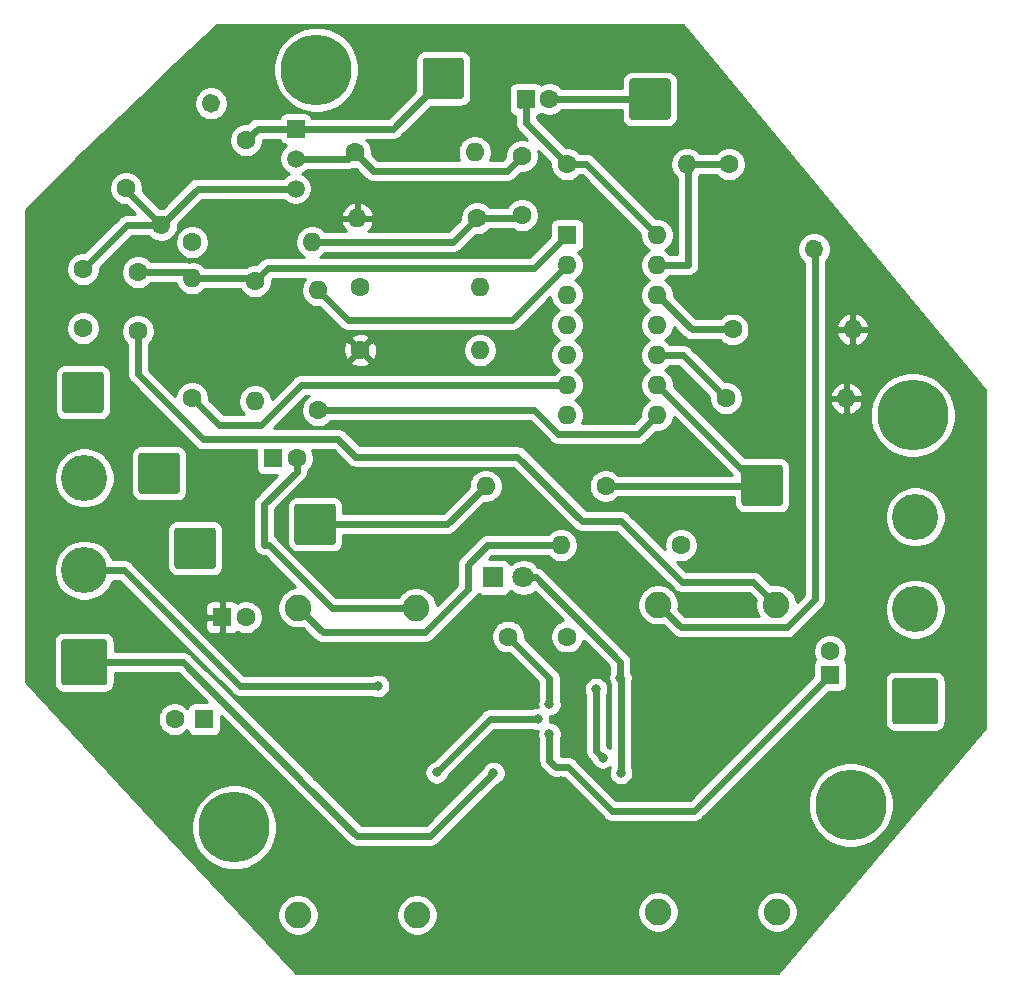
<source format=gtl>
%TF.GenerationSoftware,KiCad,Pcbnew,(5.1.12)-1*%
%TF.CreationDate,2022-05-06T09:07:04-07:00*%
%TF.ProjectId,HarmonicTremolo_V01,4861726d-6f6e-4696-9354-72656d6f6c6f,rev?*%
%TF.SameCoordinates,Original*%
%TF.FileFunction,Copper,L1,Top*%
%TF.FilePolarity,Positive*%
%FSLAX46Y46*%
G04 Gerber Fmt 4.6, Leading zero omitted, Abs format (unit mm)*
G04 Created by KiCad (PCBNEW (5.1.12)-1) date 2022-05-06 09:07:04*
%MOMM*%
%LPD*%
G01*
G04 APERTURE LIST*
%TA.AperFunction,ComponentPad*%
%ADD10C,1.600000*%
%TD*%
%TA.AperFunction,ComponentPad*%
%ADD11R,1.600000X1.600000*%
%TD*%
%TA.AperFunction,ComponentPad*%
%ADD12C,3.900000*%
%TD*%
%TA.AperFunction,ComponentPad*%
%ADD13C,2.250000*%
%TD*%
%TA.AperFunction,ComponentPad*%
%ADD14R,1.800000X1.800000*%
%TD*%
%TA.AperFunction,ComponentPad*%
%ADD15C,1.800000*%
%TD*%
%TA.AperFunction,ComponentPad*%
%ADD16C,1.500000*%
%TD*%
%TA.AperFunction,ComponentPad*%
%ADD17R,1.500000X1.500000*%
%TD*%
%TA.AperFunction,ComponentPad*%
%ADD18O,1.600000X1.600000*%
%TD*%
%TA.AperFunction,ConnectorPad*%
%ADD19C,6.000000*%
%TD*%
%TA.AperFunction,ComponentPad*%
%ADD20C,3.400000*%
%TD*%
%TA.AperFunction,ViaPad*%
%ADD21C,0.800000*%
%TD*%
%TA.AperFunction,Conductor*%
%ADD22C,0.600000*%
%TD*%
%TA.AperFunction,Conductor*%
%ADD23C,0.254000*%
%TD*%
%TA.AperFunction,Conductor*%
%ADD24C,0.100000*%
%TD*%
G04 APERTURE END LIST*
D10*
%TO.P,C2,1*%
%TO.N,Net-(C2-Pad1)*%
X170180000Y-84328000D03*
%TO.P,C2,2*%
%TO.N,Net-(C2-Pad2)*%
X170180000Y-79328000D03*
%TD*%
%TO.P,C8,1*%
%TO.N,Net-(C8-Pad1)*%
X137668000Y-89154000D03*
%TO.P,C8,2*%
%TO.N,High*%
X137668000Y-94154000D03*
%TD*%
%TO.P,C5,2*%
%TO.N,GND*%
X140756000Y-127000000D03*
D11*
%TO.P,C5,1*%
%TO.N,+9V*%
X143256000Y-127000000D03*
%TD*%
D12*
%TO.P,Intensity1,3*%
%TO.N,Net-(Intensity1-Pad2)*%
X203454000Y-109876000D03*
%TO.P,Intensity1,2*%
X203454000Y-117676000D03*
%TO.P,Intensity1,1*%
%TO.N,Net-(Intensity1-Pad1)*%
%TA.AperFunction,ComponentPad*%
G36*
G01*
X205153999Y-127426000D02*
X201754001Y-127426000D01*
G75*
G02*
X201504000Y-127175999I0J250001D01*
G01*
X201504000Y-123776001D01*
G75*
G02*
X201754001Y-123526000I250001J0D01*
G01*
X205153999Y-123526000D01*
G75*
G02*
X205404000Y-123776001I0J-250001D01*
G01*
X205404000Y-127175999D01*
G75*
G02*
X205153999Y-127426000I-250001J0D01*
G01*
G37*
%TD.AperFunction*%
%TD*%
%TO.P,Rate1,3*%
%TO.N,Net-(R21-Pad2)*%
X133096000Y-106574000D03*
%TO.P,Rate1,2*%
X133096000Y-114374000D03*
%TO.P,Rate1,1*%
%TO.N,Net-(R23-Pad1)*%
%TA.AperFunction,ComponentPad*%
G36*
G01*
X134795999Y-124124000D02*
X131396001Y-124124000D01*
G75*
G02*
X131146000Y-123873999I0J250001D01*
G01*
X131146000Y-120474001D01*
G75*
G02*
X131396001Y-120224000I250001J0D01*
G01*
X134795999Y-120224000D01*
G75*
G02*
X135046000Y-120474001I0J-250001D01*
G01*
X135046000Y-123873999D01*
G75*
G02*
X134795999Y-124124000I-250001J0D01*
G01*
G37*
%TD.AperFunction*%
%TD*%
D13*
%TO.P,U4,4*%
%TO.N,High*%
X191690000Y-117302000D03*
%TO.P,U4,3*%
%TO.N,ModH*%
X181690000Y-117302000D03*
%TO.P,U4,2*%
%TO.N,Net-(U3-Pad1)*%
X191770000Y-143302000D03*
%TO.P,U4,1*%
%TO.N,Net-(R25-Pad1)*%
X181690000Y-143302000D03*
%TD*%
%TO.P,U5,4*%
%TO.N,Low*%
X161210000Y-117556000D03*
%TO.P,U5,3*%
%TO.N,ModL*%
X151210000Y-117556000D03*
%TO.P,U5,2*%
%TO.N,Net-(R26-Pad2)*%
X161290000Y-143556000D03*
%TO.P,U5,1*%
%TO.N,Net-(R27-Pad1)*%
X151210000Y-143556000D03*
%TD*%
D10*
%TO.P,C1,2*%
%TO.N,Net-(C1-Pad2)*%
X133000000Y-93900000D03*
%TO.P,C1,1*%
%TO.N,Net-(C1-Pad1)*%
X133000000Y-88900000D03*
%TD*%
%TO.P,C3,2*%
%TO.N,Net-(C3-Pad2)*%
X172500000Y-74500000D03*
D11*
%TO.P,C3,1*%
%TO.N,Net-(C3-Pad1)*%
X170500000Y-74500000D03*
%TD*%
D10*
%TO.P,C4,1*%
%TO.N,Net-(C4-Pad1)*%
X169000000Y-120000000D03*
%TO.P,C4,2*%
%TO.N,Net-(C4-Pad2)*%
X174000000Y-120000000D03*
%TD*%
D11*
%TO.P,C6,1*%
%TO.N,4.5V*%
X144780000Y-118364000D03*
D10*
%TO.P,C6,2*%
%TO.N,GND*%
X146780000Y-118364000D03*
%TD*%
D11*
%TO.P,C7,1*%
%TO.N,Net-(C7-Pad1)*%
X196250000Y-123250000D03*
D10*
%TO.P,C7,2*%
%TO.N,GND*%
X196250000Y-121250000D03*
%TD*%
D14*
%TO.P,D2,1*%
%TO.N,Net-(D2-Pad1)*%
X167750000Y-115000000D03*
D15*
%TO.P,D2,2*%
%TO.N,Net-(D2-Pad2)*%
X170290000Y-115000000D03*
%TD*%
%TO.P,J1,1*%
%TO.N,Net-(J1-Pad1)*%
%TA.AperFunction,ComponentPad*%
G36*
G01*
X137696000Y-107671999D02*
X137696000Y-104672001D01*
G75*
G02*
X137946001Y-104422000I250001J0D01*
G01*
X140945999Y-104422000D01*
G75*
G02*
X141196000Y-104672001I0J-250001D01*
G01*
X141196000Y-107671999D01*
G75*
G02*
X140945999Y-107922000I-250001J0D01*
G01*
X137946001Y-107922000D01*
G75*
G02*
X137696000Y-107671999I0J250001D01*
G01*
G37*
%TD.AperFunction*%
%TD*%
%TO.P,J2,1*%
%TO.N,Net-(J2-Pad1)*%
%TA.AperFunction,ComponentPad*%
G36*
G01*
X150904000Y-111989999D02*
X150904000Y-108990001D01*
G75*
G02*
X151154001Y-108740000I250001J0D01*
G01*
X154153999Y-108740000D01*
G75*
G02*
X154404000Y-108990001I0J-250001D01*
G01*
X154404000Y-111989999D01*
G75*
G02*
X154153999Y-112240000I-250001J0D01*
G01*
X151154001Y-112240000D01*
G75*
G02*
X150904000Y-111989999I0J250001D01*
G01*
G37*
%TD.AperFunction*%
%TD*%
%TO.P,J3,1*%
%TO.N,Net-(J3-Pad1)*%
%TA.AperFunction,ComponentPad*%
G36*
G01*
X188750000Y-108687999D02*
X188750000Y-105688001D01*
G75*
G02*
X189000001Y-105438000I250001J0D01*
G01*
X191999999Y-105438000D01*
G75*
G02*
X192250000Y-105688001I0J-250001D01*
G01*
X192250000Y-108687999D01*
G75*
G02*
X191999999Y-108938000I-250001J0D01*
G01*
X189000001Y-108938000D01*
G75*
G02*
X188750000Y-108687999I0J250001D01*
G01*
G37*
%TD.AperFunction*%
%TD*%
%TO.P,J4,1*%
%TO.N,Net-(C9-Pad1)*%
%TA.AperFunction,ComponentPad*%
G36*
G01*
X140744000Y-114021999D02*
X140744000Y-111022001D01*
G75*
G02*
X140994001Y-110772000I250001J0D01*
G01*
X143993999Y-110772000D01*
G75*
G02*
X144244000Y-111022001I0J-250001D01*
G01*
X144244000Y-114021999D01*
G75*
G02*
X143993999Y-114272000I-250001J0D01*
G01*
X140994001Y-114272000D01*
G75*
G02*
X140744000Y-114021999I0J250001D01*
G01*
G37*
%TD.AperFunction*%
%TD*%
%TO.P,J5,1*%
%TO.N,Net-(C1-Pad2)*%
%TA.AperFunction,ComponentPad*%
G36*
G01*
X131250000Y-100813999D02*
X131250000Y-97814001D01*
G75*
G02*
X131500001Y-97564000I250001J0D01*
G01*
X134499999Y-97564000D01*
G75*
G02*
X134750000Y-97814001I0J-250001D01*
G01*
X134750000Y-100813999D01*
G75*
G02*
X134499999Y-101064000I-250001J0D01*
G01*
X131500001Y-101064000D01*
G75*
G02*
X131250000Y-100813999I0J250001D01*
G01*
G37*
%TD.AperFunction*%
%TD*%
%TO.P,J6,1*%
%TO.N,Net-(C3-Pad2)*%
%TA.AperFunction,ComponentPad*%
G36*
G01*
X179250000Y-75999999D02*
X179250000Y-73000001D01*
G75*
G02*
X179500001Y-72750000I250001J0D01*
G01*
X182499999Y-72750000D01*
G75*
G02*
X182750000Y-73000001I0J-250001D01*
G01*
X182750000Y-75999999D01*
G75*
G02*
X182499999Y-76250000I-250001J0D01*
G01*
X179500001Y-76250000D01*
G75*
G02*
X179250000Y-75999999I0J250001D01*
G01*
G37*
%TD.AperFunction*%
%TD*%
%TO.P,J7,1*%
%TO.N,+9V*%
%TA.AperFunction,ComponentPad*%
G36*
G01*
X161750000Y-74249999D02*
X161750000Y-71250001D01*
G75*
G02*
X162000001Y-71000000I250001J0D01*
G01*
X164999999Y-71000000D01*
G75*
G02*
X165250000Y-71250001I0J-250001D01*
G01*
X165250000Y-74249999D01*
G75*
G02*
X164999999Y-74500000I-250001J0D01*
G01*
X162000001Y-74500000D01*
G75*
G02*
X161750000Y-74249999I0J250001D01*
G01*
G37*
%TD.AperFunction*%
%TD*%
D16*
%TO.P,Q1,2*%
%TO.N,Net-(C2-Pad2)*%
X151000000Y-79540000D03*
%TO.P,Q1,3*%
%TO.N,Net-(C1-Pad1)*%
X151000000Y-82080000D03*
D17*
%TO.P,Q1,1*%
%TO.N,+9V*%
X151000000Y-77000000D03*
%TD*%
D18*
%TO.P,R1,2*%
%TO.N,Net-(R1-Pad2)*%
X152908000Y-90678000D03*
D10*
%TO.P,R1,1*%
%TO.N,Net-(C9-Pad1)*%
X152908000Y-100838000D03*
%TD*%
%TO.P,R2,2*%
%TO.N,Net-(C1-Pad1)*%
%TA.AperFunction,ComponentPad*%
G36*
G01*
X140193480Y-84596520D02*
X140193480Y-84596520D01*
G75*
G02*
X140193480Y-85727890I-565685J-565685D01*
G01*
X140193480Y-85727890D01*
G75*
G02*
X139062110Y-85727890I-565685J565685D01*
G01*
X139062110Y-85727890D01*
G75*
G02*
X139062110Y-84596520I565685J565685D01*
G01*
X139062110Y-84596520D01*
G75*
G02*
X140193480Y-84596520I565685J-565685D01*
G01*
G37*
%TD.AperFunction*%
%TO.P,R2,1*%
%TO.N,+9V*%
X146812000Y-77978000D03*
%TD*%
%TO.P,R3,1*%
%TO.N,Net-(C8-Pad1)*%
X147574000Y-89916000D03*
D18*
%TO.P,R3,2*%
%TO.N,Net-(R1-Pad2)*%
X147574000Y-100076000D03*
%TD*%
%TO.P,R4,2*%
%TO.N,ModL*%
X173482000Y-112268000D03*
D10*
%TO.P,R4,1*%
%TO.N,Net-(R4-Pad1)*%
X183642000Y-112268000D03*
%TD*%
%TO.P,R5,1*%
%TO.N,Net-(C3-Pad1)*%
X173990000Y-80010000D03*
D18*
%TO.P,R5,2*%
%TO.N,Net-(R4-Pad1)*%
X184150000Y-80010000D03*
%TD*%
%TO.P,R6,2*%
%TO.N,Net-(C2-Pad1)*%
X152400000Y-86614000D03*
D10*
%TO.P,R6,1*%
%TO.N,Net-(R1-Pad2)*%
X142240000Y-86614000D03*
%TD*%
D18*
%TO.P,R7,2*%
%TO.N,Net-(C8-Pad1)*%
X142240000Y-89662000D03*
D10*
%TO.P,R7,1*%
%TO.N,Net-(J1-Pad1)*%
X142240000Y-99822000D03*
%TD*%
D18*
%TO.P,R8,2*%
%TO.N,Net-(J2-Pad1)*%
X167090000Y-107250000D03*
D10*
%TO.P,R8,1*%
%TO.N,Net-(J3-Pad1)*%
X177250000Y-107250000D03*
%TD*%
%TO.P,R9,1*%
%TO.N,Net-(R4-Pad1)*%
X187706000Y-80010000D03*
%TO.P,R9,2*%
%TO.N,ModH*%
%TA.AperFunction,ComponentPad*%
G36*
G01*
X194324520Y-86628520D02*
X194324520Y-86628520D01*
G75*
G02*
X195455890Y-86628520I565685J-565685D01*
G01*
X195455890Y-86628520D01*
G75*
G02*
X195455890Y-87759890I-565685J-565685D01*
G01*
X195455890Y-87759890D01*
G75*
G02*
X194324520Y-87759890I-565685J565685D01*
G01*
X194324520Y-87759890D01*
G75*
G02*
X194324520Y-86628520I565685J565685D01*
G01*
G37*
%TD.AperFunction*%
%TD*%
%TO.P,R10,1*%
%TO.N,Net-(C1-Pad1)*%
X136652000Y-82042000D03*
%TO.P,R10,2*%
%TO.N,GND*%
%TA.AperFunction,ComponentPad*%
G36*
G01*
X143270520Y-75423480D02*
X143270520Y-75423480D01*
G75*
G02*
X143270520Y-74292110I565685J565685D01*
G01*
X143270520Y-74292110D01*
G75*
G02*
X144401890Y-74292110I565685J-565685D01*
G01*
X144401890Y-74292110D01*
G75*
G02*
X144401890Y-75423480I-565685J-565685D01*
G01*
X144401890Y-75423480D01*
G75*
G02*
X143270520Y-75423480I-565685J565685D01*
G01*
G37*
%TD.AperFunction*%
%TD*%
D18*
%TO.P,R11,2*%
%TO.N,GND*%
X166160000Y-79000000D03*
D10*
%TO.P,R11,1*%
%TO.N,Net-(C2-Pad2)*%
X156000000Y-79000000D03*
%TD*%
D18*
%TO.P,R12,2*%
%TO.N,4.5V*%
X198160000Y-94000000D03*
D10*
%TO.P,R12,1*%
%TO.N,Net-(R12-Pad1)*%
X188000000Y-94000000D03*
%TD*%
%TO.P,R13,1*%
%TO.N,Net-(C2-Pad1)*%
X166370000Y-84582000D03*
D18*
%TO.P,R13,2*%
%TO.N,4.5V*%
X156210000Y-84582000D03*
%TD*%
D10*
%TO.P,R14,1*%
%TO.N,4.5V*%
X156464000Y-95758000D03*
D18*
%TO.P,R14,2*%
%TO.N,Net-(R14-Pad2)*%
X166624000Y-95758000D03*
%TD*%
D10*
%TO.P,R15,1*%
%TO.N,Net-(R15-Pad1)*%
X187452000Y-99822000D03*
D18*
%TO.P,R15,2*%
%TO.N,4.5V*%
X197612000Y-99822000D03*
%TD*%
D10*
%TO.P,R16,1*%
%TO.N,Net-(J2-Pad1)*%
X156464000Y-90424000D03*
D18*
%TO.P,R16,2*%
%TO.N,Net-(R16-Pad2)*%
X166624000Y-90424000D03*
%TD*%
D11*
%TO.P,U1,1*%
%TO.N,Net-(C8-Pad1)*%
X174000000Y-86000000D03*
D18*
%TO.P,U1,8*%
%TO.N,Net-(C9-Pad1)*%
X181620000Y-101240000D03*
%TO.P,U1,2*%
%TO.N,Net-(R1-Pad2)*%
X174000000Y-88540000D03*
%TO.P,U1,9*%
%TO.N,Net-(J3-Pad1)*%
X181620000Y-98700000D03*
%TO.P,U1,3*%
%TO.N,Net-(R16-Pad2)*%
X174000000Y-91080000D03*
%TO.P,U1,10*%
%TO.N,Net-(R15-Pad1)*%
X181620000Y-96160000D03*
%TO.P,U1,4*%
%TO.N,+9V*%
X174000000Y-93620000D03*
%TO.P,U1,11*%
%TO.N,GND*%
X181620000Y-93620000D03*
%TO.P,U1,5*%
%TO.N,Net-(R14-Pad2)*%
X174000000Y-96160000D03*
%TO.P,U1,12*%
%TO.N,Net-(R12-Pad1)*%
X181620000Y-91080000D03*
%TO.P,U1,6*%
%TO.N,Net-(J1-Pad1)*%
X174000000Y-98700000D03*
%TO.P,U1,13*%
%TO.N,Net-(R4-Pad1)*%
X181620000Y-88540000D03*
%TO.P,U1,7*%
%TO.N,Net-(J2-Pad1)*%
X174000000Y-101240000D03*
%TO.P,U1,14*%
%TO.N,Net-(C3-Pad1)*%
X181620000Y-86000000D03*
%TD*%
D19*
%TO.P,H1,1*%
%TO.N,GND*%
X203250000Y-101250000D03*
D20*
X203250000Y-101250000D03*
%TD*%
%TO.P,H2,1*%
%TO.N,GND*%
X152750000Y-72000000D03*
D19*
X152750000Y-72000000D03*
%TD*%
D20*
%TO.P,H3,1*%
%TO.N,Net-(H3-Pad1)*%
X145796000Y-136144000D03*
D19*
X145796000Y-136144000D03*
%TD*%
D11*
%TO.P,C9,1*%
%TO.N,Net-(C9-Pad1)*%
X149098000Y-104902000D03*
D10*
%TO.P,C9,2*%
%TO.N,Low*%
X151098000Y-104902000D03*
%TD*%
D20*
%TO.P,H4,1*%
%TO.N,GND*%
X198000000Y-134250000D03*
D19*
X198000000Y-134250000D03*
%TD*%
D21*
%TO.N,4.5V*%
X174000000Y-144000000D03*
X173500000Y-132250000D03*
X167500000Y-130000000D03*
X163000000Y-126000000D03*
%TO.N,+9V*%
X162950000Y-131500000D03*
X171500000Y-127000000D03*
%TO.N,Net-(Intensity1-Pad1)*%
X176460000Y-124460000D03*
X177000000Y-130250000D03*
%TO.N,Net-(R21-Pad2)*%
X157962000Y-124180000D03*
%TO.N,Net-(C4-Pad1)*%
X172500000Y-125730000D03*
%TO.N,Net-(C7-Pad1)*%
X172500000Y-128250000D03*
%TO.N,Net-(D2-Pad2)*%
X178500000Y-123500000D03*
X178550000Y-131550000D03*
%TO.N,Net-(R23-Pad1)*%
X167750000Y-131550000D03*
%TD*%
D22*
%TO.N,Net-(C1-Pad1)*%
X136652000Y-82186410D02*
X139627795Y-85162205D01*
X136652000Y-82042000D02*
X136652000Y-82186410D01*
X142710000Y-82080000D02*
X151000000Y-82080000D01*
X139627795Y-85162205D02*
X142710000Y-82080000D01*
X136737795Y-85162205D02*
X133000000Y-88900000D01*
X139627795Y-85162205D02*
X136737795Y-85162205D01*
%TO.N,Net-(C2-Pad1)*%
X164338000Y-86614000D02*
X166370000Y-84582000D01*
X152400000Y-86614000D02*
X164338000Y-86614000D01*
X169926000Y-84582000D02*
X170180000Y-84328000D01*
X166370000Y-84582000D02*
X169926000Y-84582000D01*
%TO.N,Net-(C2-Pad2)*%
X155460000Y-79540000D02*
X156000000Y-79000000D01*
X151000000Y-79540000D02*
X155460000Y-79540000D01*
X168907999Y-80600001D02*
X170180000Y-79328000D01*
X157600001Y-80600001D02*
X168907999Y-80600001D01*
X156000000Y-79000000D02*
X157600001Y-80600001D01*
%TO.N,Net-(C3-Pad2)*%
X172500000Y-74500000D02*
X181000000Y-74500000D01*
%TO.N,Net-(C3-Pad1)*%
X170000000Y-75000000D02*
X170500000Y-74500000D01*
X170500000Y-76520000D02*
X173990000Y-80010000D01*
X170500000Y-74500000D02*
X170500000Y-76520000D01*
X175630000Y-80010000D02*
X181620000Y-86000000D01*
X173990000Y-80010000D02*
X175630000Y-80010000D01*
%TO.N,+9V*%
X167450000Y-127000000D02*
X162950000Y-131500000D01*
X171500000Y-127000000D02*
X167450000Y-127000000D01*
X147790000Y-77000000D02*
X146812000Y-77978000D01*
X151000000Y-77000000D02*
X147790000Y-77000000D01*
X159250000Y-77000000D02*
X163500000Y-72750000D01*
X151000000Y-77000000D02*
X159250000Y-77000000D01*
%TO.N,Net-(Intensity1-Pad1)*%
X176460000Y-129710000D02*
X177000000Y-130250000D01*
X176460000Y-124460000D02*
X176460000Y-129710000D01*
%TO.N,Net-(J2-Pad1)*%
X163850000Y-110490000D02*
X167090000Y-107250000D01*
X152654000Y-110490000D02*
X163850000Y-110490000D01*
%TO.N,Net-(J3-Pad1)*%
X190438000Y-107250000D02*
X190500000Y-107188000D01*
X177250000Y-107250000D02*
X190438000Y-107250000D01*
X190108000Y-107188000D02*
X181620000Y-98700000D01*
X190500000Y-107188000D02*
X190108000Y-107188000D01*
%TO.N,Low*%
X151098000Y-106033370D02*
X148336000Y-108795370D01*
X151098000Y-104902000D02*
X151098000Y-106033370D01*
X148336000Y-108795370D02*
X148336000Y-112268000D01*
X154059002Y-117556000D02*
X161210000Y-117556000D01*
X148771002Y-112268000D02*
X154059002Y-117556000D01*
X148336000Y-112268000D02*
X148771002Y-112268000D01*
%TO.N,Net-(R12-Pad1)*%
X184540000Y-94000000D02*
X181620000Y-91080000D01*
X188000000Y-94000000D02*
X184540000Y-94000000D01*
%TO.N,High*%
X143179999Y-103301999D02*
X137668000Y-97790000D01*
X154609999Y-103301999D02*
X143179999Y-103301999D01*
X175260000Y-110236000D02*
X169784001Y-104760001D01*
X137668000Y-97790000D02*
X137668000Y-94154000D01*
X156068001Y-104760001D02*
X154609999Y-103301999D01*
X178562000Y-110236000D02*
X175260000Y-110236000D01*
X183702999Y-115376999D02*
X178562000Y-110236000D01*
X189764999Y-115376999D02*
X183702999Y-115376999D01*
X169784001Y-104760001D02*
X156068001Y-104760001D01*
X191690000Y-117302000D02*
X189764999Y-115376999D01*
%TO.N,Net-(R21-Pad2)*%
X157962000Y-124180000D02*
X146278000Y-124180000D01*
X136472000Y-114374000D02*
X133096000Y-114374000D01*
X146278000Y-124180000D02*
X136472000Y-114374000D01*
%TO.N,ModL*%
X151210000Y-117556000D02*
X153288000Y-119634000D01*
X161981002Y-119634000D02*
X165608000Y-116007002D01*
X153288000Y-119634000D02*
X161981002Y-119634000D01*
X167241998Y-112268000D02*
X173482000Y-112268000D01*
X165608000Y-113901998D02*
X167241998Y-112268000D01*
X165608000Y-116007002D02*
X165608000Y-113901998D01*
%TO.N,ModH*%
X195000000Y-87304000D02*
X194890205Y-87194205D01*
X195000000Y-116841002D02*
X195000000Y-87304000D01*
X192614001Y-119227001D02*
X195000000Y-116841002D01*
X183615001Y-119227001D02*
X192614001Y-119227001D01*
X181690000Y-117302000D02*
X183615001Y-119227001D01*
%TO.N,Net-(C4-Pad1)*%
X172500000Y-123500000D02*
X169000000Y-120000000D01*
X172500000Y-125730000D02*
X172500000Y-123500000D01*
%TO.N,Net-(C7-Pad1)*%
X191750000Y-127750000D02*
X196250000Y-123250000D01*
X172500000Y-130500000D02*
X173049999Y-131049999D01*
X172500000Y-128250000D02*
X172500000Y-130500000D01*
X174076001Y-131049999D02*
X177776002Y-134750000D01*
X173049999Y-131049999D02*
X174076001Y-131049999D01*
X184750000Y-134750000D02*
X187750000Y-131750000D01*
X177776002Y-134750000D02*
X184750000Y-134750000D01*
X187750000Y-131750000D02*
X196250000Y-123250000D01*
X186749999Y-132750001D02*
X187750000Y-131750000D01*
%TO.N,Net-(D2-Pad2)*%
X178550000Y-123550000D02*
X178500000Y-123500000D01*
X178550000Y-131550000D02*
X178550000Y-123550000D01*
X171368002Y-115000000D02*
X170290000Y-115000000D01*
X178500000Y-122131998D02*
X171368002Y-115000000D01*
X178500000Y-123500000D02*
X178500000Y-122131998D01*
%TO.N,Net-(J1-Pad1)*%
X142240000Y-99822000D02*
X144526000Y-102108000D01*
X144526000Y-102108000D02*
X147066000Y-102108000D01*
X147066000Y-102108000D02*
X147574000Y-102108000D01*
X148082000Y-102108000D02*
X151490000Y-98700000D01*
X147066000Y-102108000D02*
X148082000Y-102108000D01*
X151490000Y-98700000D02*
X155554000Y-98700000D01*
X155554000Y-98700000D02*
X174000000Y-98700000D01*
X155088000Y-98700000D02*
X155554000Y-98700000D01*
%TO.N,Net-(R1-Pad2)*%
X173598000Y-88138000D02*
X174000000Y-88540000D01*
X152908000Y-90678000D02*
X155448000Y-93218000D01*
X169322000Y-93218000D02*
X174000000Y-88540000D01*
X155448000Y-93218000D02*
X169322000Y-93218000D01*
%TO.N,Net-(R4-Pad1)*%
X184256000Y-80116000D02*
X184150000Y-80010000D01*
X184256000Y-88540000D02*
X184256000Y-80116000D01*
X181620000Y-88540000D02*
X184256000Y-88540000D01*
X187706000Y-80010000D02*
X184150000Y-80010000D01*
%TO.N,Net-(R15-Pad1)*%
X183790000Y-96160000D02*
X187452000Y-99822000D01*
X181620000Y-96160000D02*
X183790000Y-96160000D01*
%TO.N,Net-(R16-Pad2)*%
X173840001Y-91239999D02*
X174000000Y-91080000D01*
%TO.N,Net-(R23-Pad1)*%
X166599999Y-132700001D02*
X167750000Y-131550000D01*
X141470002Y-122174000D02*
X151996003Y-132700001D01*
X133096000Y-122174000D02*
X141470002Y-122174000D01*
X151996003Y-132700001D02*
X152004001Y-132700001D01*
X152004001Y-132700001D02*
X156210000Y-136906000D01*
X162394000Y-136906000D02*
X167750000Y-131550000D01*
X156210000Y-136906000D02*
X162394000Y-136906000D01*
%TO.N,Net-(C8-Pad1)*%
X141732000Y-89154000D02*
X142240000Y-89662000D01*
X137668000Y-89154000D02*
X141732000Y-89154000D01*
X147320000Y-89662000D02*
X147574000Y-89916000D01*
X142240000Y-89662000D02*
X147320000Y-89662000D01*
X171176001Y-88823999D02*
X174000000Y-86000000D01*
X148666001Y-88823999D02*
X171176001Y-88823999D01*
X147574000Y-89916000D02*
X148666001Y-88823999D01*
%TO.N,Net-(C9-Pad1)*%
X173231999Y-102840001D02*
X180019999Y-102840001D01*
X180019999Y-102840001D02*
X181620000Y-101240000D01*
X171229998Y-100838000D02*
X173231999Y-102840001D01*
X152908000Y-100838000D02*
X171229998Y-100838000D01*
%TD*%
D23*
%TO.N,4.5V*%
X209373000Y-99105680D02*
X209373000Y-127703647D01*
X191890915Y-148463000D01*
X151005317Y-148463000D01*
X146279789Y-143382655D01*
X149450000Y-143382655D01*
X149450000Y-143729345D01*
X149517636Y-144069373D01*
X149650308Y-144389673D01*
X149842919Y-144677935D01*
X150088065Y-144923081D01*
X150376327Y-145115692D01*
X150696627Y-145248364D01*
X151036655Y-145316000D01*
X151383345Y-145316000D01*
X151723373Y-145248364D01*
X152043673Y-145115692D01*
X152331935Y-144923081D01*
X152577081Y-144677935D01*
X152769692Y-144389673D01*
X152902364Y-144069373D01*
X152970000Y-143729345D01*
X152970000Y-143382655D01*
X159530000Y-143382655D01*
X159530000Y-143729345D01*
X159597636Y-144069373D01*
X159730308Y-144389673D01*
X159922919Y-144677935D01*
X160168065Y-144923081D01*
X160456327Y-145115692D01*
X160776627Y-145248364D01*
X161116655Y-145316000D01*
X161463345Y-145316000D01*
X161803373Y-145248364D01*
X162123673Y-145115692D01*
X162411935Y-144923081D01*
X162657081Y-144677935D01*
X162849692Y-144389673D01*
X162982364Y-144069373D01*
X163050000Y-143729345D01*
X163050000Y-143382655D01*
X162999477Y-143128655D01*
X179930000Y-143128655D01*
X179930000Y-143475345D01*
X179997636Y-143815373D01*
X180130308Y-144135673D01*
X180322919Y-144423935D01*
X180568065Y-144669081D01*
X180856327Y-144861692D01*
X181176627Y-144994364D01*
X181516655Y-145062000D01*
X181863345Y-145062000D01*
X182203373Y-144994364D01*
X182523673Y-144861692D01*
X182811935Y-144669081D01*
X183057081Y-144423935D01*
X183249692Y-144135673D01*
X183382364Y-143815373D01*
X183450000Y-143475345D01*
X183450000Y-143128655D01*
X190010000Y-143128655D01*
X190010000Y-143475345D01*
X190077636Y-143815373D01*
X190210308Y-144135673D01*
X190402919Y-144423935D01*
X190648065Y-144669081D01*
X190936327Y-144861692D01*
X191256627Y-144994364D01*
X191596655Y-145062000D01*
X191943345Y-145062000D01*
X192283373Y-144994364D01*
X192603673Y-144861692D01*
X192891935Y-144669081D01*
X193137081Y-144423935D01*
X193329692Y-144135673D01*
X193462364Y-143815373D01*
X193530000Y-143475345D01*
X193530000Y-143128655D01*
X193462364Y-142788627D01*
X193329692Y-142468327D01*
X193137081Y-142180065D01*
X192891935Y-141934919D01*
X192603673Y-141742308D01*
X192283373Y-141609636D01*
X191943345Y-141542000D01*
X191596655Y-141542000D01*
X191256627Y-141609636D01*
X190936327Y-141742308D01*
X190648065Y-141934919D01*
X190402919Y-142180065D01*
X190210308Y-142468327D01*
X190077636Y-142788627D01*
X190010000Y-143128655D01*
X183450000Y-143128655D01*
X183382364Y-142788627D01*
X183249692Y-142468327D01*
X183057081Y-142180065D01*
X182811935Y-141934919D01*
X182523673Y-141742308D01*
X182203373Y-141609636D01*
X181863345Y-141542000D01*
X181516655Y-141542000D01*
X181176627Y-141609636D01*
X180856327Y-141742308D01*
X180568065Y-141934919D01*
X180322919Y-142180065D01*
X180130308Y-142468327D01*
X179997636Y-142788627D01*
X179930000Y-143128655D01*
X162999477Y-143128655D01*
X162982364Y-143042627D01*
X162849692Y-142722327D01*
X162657081Y-142434065D01*
X162411935Y-142188919D01*
X162123673Y-141996308D01*
X161803373Y-141863636D01*
X161463345Y-141796000D01*
X161116655Y-141796000D01*
X160776627Y-141863636D01*
X160456327Y-141996308D01*
X160168065Y-142188919D01*
X159922919Y-142434065D01*
X159730308Y-142722327D01*
X159597636Y-143042627D01*
X159530000Y-143382655D01*
X152970000Y-143382655D01*
X152902364Y-143042627D01*
X152769692Y-142722327D01*
X152577081Y-142434065D01*
X152331935Y-142188919D01*
X152043673Y-141996308D01*
X151723373Y-141863636D01*
X151383345Y-141796000D01*
X151036655Y-141796000D01*
X150696627Y-141863636D01*
X150376327Y-141996308D01*
X150088065Y-142188919D01*
X149842919Y-142434065D01*
X149650308Y-142722327D01*
X149517636Y-143042627D01*
X149450000Y-143382655D01*
X146279789Y-143382655D01*
X139213677Y-135785984D01*
X142161000Y-135785984D01*
X142161000Y-136502016D01*
X142300691Y-137204290D01*
X142574705Y-137865818D01*
X142972511Y-138461177D01*
X143478823Y-138967489D01*
X144074182Y-139365295D01*
X144735710Y-139639309D01*
X145437984Y-139779000D01*
X146154016Y-139779000D01*
X146856290Y-139639309D01*
X147517818Y-139365295D01*
X148113177Y-138967489D01*
X148619489Y-138461177D01*
X149017295Y-137865818D01*
X149291309Y-137204290D01*
X149431000Y-136502016D01*
X149431000Y-135785984D01*
X149291309Y-135083710D01*
X149017295Y-134422182D01*
X148619489Y-133826823D01*
X148113177Y-133320511D01*
X147517818Y-132922705D01*
X146856290Y-132648691D01*
X146154016Y-132509000D01*
X145437984Y-132509000D01*
X144735710Y-132648691D01*
X144074182Y-132922705D01*
X143478823Y-133320511D01*
X142972511Y-133826823D01*
X142574705Y-134422182D01*
X142300691Y-135083710D01*
X142161000Y-135785984D01*
X139213677Y-135785984D01*
X128143000Y-123884066D01*
X128143000Y-120474001D01*
X130507928Y-120474001D01*
X130507928Y-123873999D01*
X130524992Y-124047253D01*
X130575529Y-124213850D01*
X130657595Y-124367386D01*
X130768039Y-124501961D01*
X130902614Y-124612405D01*
X131056150Y-124694471D01*
X131222747Y-124745008D01*
X131396001Y-124762072D01*
X134795999Y-124762072D01*
X134969253Y-124745008D01*
X135135850Y-124694471D01*
X135289386Y-124612405D01*
X135423961Y-124501961D01*
X135534405Y-124367386D01*
X135616471Y-124213850D01*
X135667008Y-124047253D01*
X135684072Y-123873999D01*
X135684072Y-123109000D01*
X141082713Y-123109000D01*
X143535641Y-125561928D01*
X142456000Y-125561928D01*
X142331518Y-125574188D01*
X142211820Y-125610498D01*
X142101506Y-125669463D01*
X142004815Y-125748815D01*
X141925463Y-125845506D01*
X141866498Y-125955820D01*
X141837339Y-126051943D01*
X141670759Y-125885363D01*
X141435727Y-125728320D01*
X141174574Y-125620147D01*
X140897335Y-125565000D01*
X140614665Y-125565000D01*
X140337426Y-125620147D01*
X140076273Y-125728320D01*
X139841241Y-125885363D01*
X139641363Y-126085241D01*
X139484320Y-126320273D01*
X139376147Y-126581426D01*
X139321000Y-126858665D01*
X139321000Y-127141335D01*
X139376147Y-127418574D01*
X139484320Y-127679727D01*
X139641363Y-127914759D01*
X139841241Y-128114637D01*
X140076273Y-128271680D01*
X140337426Y-128379853D01*
X140614665Y-128435000D01*
X140897335Y-128435000D01*
X141174574Y-128379853D01*
X141435727Y-128271680D01*
X141670759Y-128114637D01*
X141837339Y-127948057D01*
X141866498Y-128044180D01*
X141925463Y-128154494D01*
X142004815Y-128251185D01*
X142101506Y-128330537D01*
X142211820Y-128389502D01*
X142331518Y-128425812D01*
X142456000Y-128438072D01*
X144056000Y-128438072D01*
X144180482Y-128425812D01*
X144300180Y-128389502D01*
X144410494Y-128330537D01*
X144507185Y-128251185D01*
X144586537Y-128154494D01*
X144645502Y-128044180D01*
X144681812Y-127924482D01*
X144694072Y-127800000D01*
X144694072Y-126720359D01*
X151302378Y-133328666D01*
X151331659Y-133364345D01*
X151411946Y-133430235D01*
X155516370Y-137534659D01*
X155545656Y-137570344D01*
X155688028Y-137687186D01*
X155850460Y-137774007D01*
X156026708Y-137827471D01*
X156210000Y-137845524D01*
X156255932Y-137841000D01*
X162348068Y-137841000D01*
X162394000Y-137845524D01*
X162439932Y-137841000D01*
X162577292Y-137827471D01*
X162753540Y-137774007D01*
X162915972Y-137687186D01*
X163058344Y-137570344D01*
X163087630Y-137534659D01*
X167738997Y-132883292D01*
X168094859Y-132527431D01*
X168240256Y-132467205D01*
X168409774Y-132353937D01*
X168553937Y-132209774D01*
X168667205Y-132040256D01*
X168745226Y-131851898D01*
X168785000Y-131651939D01*
X168785000Y-131448061D01*
X168745226Y-131248102D01*
X168667205Y-131059744D01*
X168553937Y-130890226D01*
X168409774Y-130746063D01*
X168240256Y-130632795D01*
X168051898Y-130554774D01*
X167851939Y-130515000D01*
X167648061Y-130515000D01*
X167448102Y-130554774D01*
X167259744Y-130632795D01*
X167090226Y-130746063D01*
X166946063Y-130890226D01*
X166832795Y-131059744D01*
X166772569Y-131205141D01*
X166477711Y-131500000D01*
X162006711Y-135971000D01*
X156597289Y-135971000D01*
X152697631Y-132071342D01*
X152668345Y-132035657D01*
X152588063Y-131969771D01*
X152016353Y-131398061D01*
X161915000Y-131398061D01*
X161915000Y-131601939D01*
X161954774Y-131801898D01*
X162032795Y-131990256D01*
X162146063Y-132159774D01*
X162290226Y-132303937D01*
X162459744Y-132417205D01*
X162648102Y-132495226D01*
X162848061Y-132535000D01*
X163051939Y-132535000D01*
X163251898Y-132495226D01*
X163440256Y-132417205D01*
X163609774Y-132303937D01*
X163753937Y-132159774D01*
X163867205Y-131990256D01*
X163927431Y-131844858D01*
X167837290Y-127935000D01*
X171052705Y-127935000D01*
X171198102Y-127995226D01*
X171398061Y-128035000D01*
X171487489Y-128035000D01*
X171465000Y-128148061D01*
X171465000Y-128351939D01*
X171504774Y-128551898D01*
X171565000Y-128697296D01*
X171565001Y-130454058D01*
X171560476Y-130500000D01*
X171578529Y-130683291D01*
X171622587Y-130828528D01*
X171631994Y-130859540D01*
X171718815Y-131021972D01*
X171835657Y-131164344D01*
X171871336Y-131193625D01*
X172356369Y-131678658D01*
X172385655Y-131714343D01*
X172528027Y-131831185D01*
X172690459Y-131918006D01*
X172813242Y-131955252D01*
X172866706Y-131971470D01*
X173049998Y-131989523D01*
X173095930Y-131984999D01*
X173688712Y-131984999D01*
X177082372Y-135378659D01*
X177111658Y-135414344D01*
X177254030Y-135531186D01*
X177359882Y-135587765D01*
X177416461Y-135618007D01*
X177592710Y-135671472D01*
X177776002Y-135689524D01*
X177821937Y-135685000D01*
X184704068Y-135685000D01*
X184750000Y-135689524D01*
X184795932Y-135685000D01*
X184933292Y-135671471D01*
X185109540Y-135618007D01*
X185271972Y-135531186D01*
X185414344Y-135414344D01*
X185443630Y-135378659D01*
X186930305Y-133891984D01*
X194365000Y-133891984D01*
X194365000Y-134608016D01*
X194504691Y-135310290D01*
X194778705Y-135971818D01*
X195176511Y-136567177D01*
X195682823Y-137073489D01*
X196278182Y-137471295D01*
X196939710Y-137745309D01*
X197641984Y-137885000D01*
X198358016Y-137885000D01*
X199060290Y-137745309D01*
X199721818Y-137471295D01*
X200317177Y-137073489D01*
X200823489Y-136567177D01*
X201221295Y-135971818D01*
X201495309Y-135310290D01*
X201635000Y-134608016D01*
X201635000Y-133891984D01*
X201495309Y-133189710D01*
X201221295Y-132528182D01*
X200823489Y-131932823D01*
X200317177Y-131426511D01*
X199721818Y-131028705D01*
X199060290Y-130754691D01*
X198358016Y-130615000D01*
X197641984Y-130615000D01*
X196939710Y-130754691D01*
X196278182Y-131028705D01*
X195682823Y-131426511D01*
X195176511Y-131932823D01*
X194778705Y-132528182D01*
X194504691Y-133189710D01*
X194365000Y-133891984D01*
X186930305Y-133891984D01*
X188443623Y-132378666D01*
X196134218Y-124688072D01*
X197050000Y-124688072D01*
X197174482Y-124675812D01*
X197294180Y-124639502D01*
X197404494Y-124580537D01*
X197501185Y-124501185D01*
X197580537Y-124404494D01*
X197639502Y-124294180D01*
X197675812Y-124174482D01*
X197688072Y-124050000D01*
X197688072Y-123776001D01*
X200865928Y-123776001D01*
X200865928Y-127175999D01*
X200882992Y-127349253D01*
X200933529Y-127515850D01*
X201015595Y-127669386D01*
X201126039Y-127803961D01*
X201260614Y-127914405D01*
X201414150Y-127996471D01*
X201580747Y-128047008D01*
X201754001Y-128064072D01*
X205153999Y-128064072D01*
X205327253Y-128047008D01*
X205493850Y-127996471D01*
X205647386Y-127914405D01*
X205781961Y-127803961D01*
X205892405Y-127669386D01*
X205974471Y-127515850D01*
X206025008Y-127349253D01*
X206042072Y-127175999D01*
X206042072Y-123776001D01*
X206025008Y-123602747D01*
X205974471Y-123436150D01*
X205892405Y-123282614D01*
X205781961Y-123148039D01*
X205647386Y-123037595D01*
X205493850Y-122955529D01*
X205327253Y-122904992D01*
X205153999Y-122887928D01*
X201754001Y-122887928D01*
X201580747Y-122904992D01*
X201414150Y-122955529D01*
X201260614Y-123037595D01*
X201126039Y-123148039D01*
X201015595Y-123282614D01*
X200933529Y-123436150D01*
X200882992Y-123602747D01*
X200865928Y-123776001D01*
X197688072Y-123776001D01*
X197688072Y-122450000D01*
X197675812Y-122325518D01*
X197639502Y-122205820D01*
X197580537Y-122095506D01*
X197501185Y-121998815D01*
X197484607Y-121985210D01*
X197521680Y-121929727D01*
X197629853Y-121668574D01*
X197685000Y-121391335D01*
X197685000Y-121108665D01*
X197629853Y-120831426D01*
X197521680Y-120570273D01*
X197364637Y-120335241D01*
X197164759Y-120135363D01*
X196929727Y-119978320D01*
X196668574Y-119870147D01*
X196391335Y-119815000D01*
X196108665Y-119815000D01*
X195831426Y-119870147D01*
X195570273Y-119978320D01*
X195335241Y-120135363D01*
X195135363Y-120335241D01*
X194978320Y-120570273D01*
X194870147Y-120831426D01*
X194815000Y-121108665D01*
X194815000Y-121391335D01*
X194870147Y-121668574D01*
X194978320Y-121929727D01*
X195015393Y-121985210D01*
X194998815Y-121998815D01*
X194919463Y-122095506D01*
X194860498Y-122205820D01*
X194824188Y-122325518D01*
X194811928Y-122450000D01*
X194811928Y-123365782D01*
X187121334Y-131056377D01*
X184362711Y-133815000D01*
X178163291Y-133815000D01*
X174769631Y-130421340D01*
X174740345Y-130385655D01*
X174597973Y-130268813D01*
X174435541Y-130181992D01*
X174259293Y-130128528D01*
X174121933Y-130114999D01*
X174076001Y-130110475D01*
X174030069Y-130114999D01*
X173437288Y-130114999D01*
X173435000Y-130112711D01*
X173435000Y-128697295D01*
X173495226Y-128551898D01*
X173535000Y-128351939D01*
X173535000Y-128148061D01*
X173495226Y-127948102D01*
X173417205Y-127759744D01*
X173303937Y-127590226D01*
X173159774Y-127446063D01*
X172990256Y-127332795D01*
X172801898Y-127254774D01*
X172601939Y-127215000D01*
X172512511Y-127215000D01*
X172535000Y-127101939D01*
X172535000Y-126898061D01*
X172508533Y-126765000D01*
X172601939Y-126765000D01*
X172801898Y-126725226D01*
X172990256Y-126647205D01*
X173159774Y-126533937D01*
X173303937Y-126389774D01*
X173417205Y-126220256D01*
X173495226Y-126031898D01*
X173535000Y-125831939D01*
X173535000Y-125628061D01*
X173495226Y-125428102D01*
X173435000Y-125282705D01*
X173435000Y-123545924D01*
X173439523Y-123499999D01*
X173435000Y-123454074D01*
X173435000Y-123454068D01*
X173421471Y-123316708D01*
X173368007Y-123140460D01*
X173281186Y-122978028D01*
X173164344Y-122835656D01*
X173128664Y-122806374D01*
X170435000Y-120112711D01*
X170435000Y-119858665D01*
X170379853Y-119581426D01*
X170271680Y-119320273D01*
X170114637Y-119085241D01*
X169914759Y-118885363D01*
X169679727Y-118728320D01*
X169418574Y-118620147D01*
X169141335Y-118565000D01*
X168858665Y-118565000D01*
X168581426Y-118620147D01*
X168320273Y-118728320D01*
X168085241Y-118885363D01*
X167885363Y-119085241D01*
X167728320Y-119320273D01*
X167620147Y-119581426D01*
X167565000Y-119858665D01*
X167565000Y-120141335D01*
X167620147Y-120418574D01*
X167728320Y-120679727D01*
X167885363Y-120914759D01*
X168085241Y-121114637D01*
X168320273Y-121271680D01*
X168581426Y-121379853D01*
X168858665Y-121435000D01*
X169112711Y-121435000D01*
X171565001Y-123887291D01*
X171565000Y-125282704D01*
X171504774Y-125428102D01*
X171465000Y-125628061D01*
X171465000Y-125831939D01*
X171491467Y-125965000D01*
X171398061Y-125965000D01*
X171198102Y-126004774D01*
X171052705Y-126065000D01*
X167495931Y-126065000D01*
X167449999Y-126060476D01*
X167266708Y-126078529D01*
X167090460Y-126131993D01*
X166928028Y-126218814D01*
X166785656Y-126335656D01*
X166756374Y-126371336D01*
X162605142Y-130522569D01*
X162459744Y-130582795D01*
X162290226Y-130696063D01*
X162146063Y-130840226D01*
X162032795Y-131009744D01*
X161954774Y-131198102D01*
X161915000Y-131398061D01*
X152016353Y-131398061D01*
X142163632Y-121545341D01*
X142134346Y-121509656D01*
X141991974Y-121392814D01*
X141829542Y-121305993D01*
X141653294Y-121252529D01*
X141515934Y-121239000D01*
X141470002Y-121234476D01*
X141424070Y-121239000D01*
X135684072Y-121239000D01*
X135684072Y-120474001D01*
X135667008Y-120300747D01*
X135616471Y-120134150D01*
X135534405Y-119980614D01*
X135423961Y-119846039D01*
X135289386Y-119735595D01*
X135135850Y-119653529D01*
X134969253Y-119602992D01*
X134795999Y-119585928D01*
X131396001Y-119585928D01*
X131222747Y-119602992D01*
X131056150Y-119653529D01*
X130902614Y-119735595D01*
X130768039Y-119846039D01*
X130657595Y-119980614D01*
X130575529Y-120134150D01*
X130524992Y-120300747D01*
X130507928Y-120474001D01*
X128143000Y-120474001D01*
X128143000Y-114119400D01*
X130511000Y-114119400D01*
X130511000Y-114628600D01*
X130610340Y-115128017D01*
X130805202Y-115598457D01*
X131088099Y-116021842D01*
X131448158Y-116381901D01*
X131871543Y-116664798D01*
X132341983Y-116859660D01*
X132841400Y-116959000D01*
X133350600Y-116959000D01*
X133850017Y-116859660D01*
X134320457Y-116664798D01*
X134743842Y-116381901D01*
X135103901Y-116021842D01*
X135386798Y-115598457D01*
X135506695Y-115309000D01*
X136084711Y-115309000D01*
X145584375Y-124808665D01*
X145613656Y-124844344D01*
X145756028Y-124961186D01*
X145918460Y-125048007D01*
X145991707Y-125070226D01*
X146094707Y-125101471D01*
X146277999Y-125119524D01*
X146323931Y-125115000D01*
X157514705Y-125115000D01*
X157660102Y-125175226D01*
X157860061Y-125215000D01*
X158063939Y-125215000D01*
X158263898Y-125175226D01*
X158452256Y-125097205D01*
X158621774Y-124983937D01*
X158765937Y-124839774D01*
X158879205Y-124670256D01*
X158957226Y-124481898D01*
X158997000Y-124281939D01*
X158997000Y-124078061D01*
X158957226Y-123878102D01*
X158879205Y-123689744D01*
X158765937Y-123520226D01*
X158621774Y-123376063D01*
X158452256Y-123262795D01*
X158263898Y-123184774D01*
X158063939Y-123145000D01*
X157860061Y-123145000D01*
X157660102Y-123184774D01*
X157514705Y-123245000D01*
X146665290Y-123245000D01*
X142584290Y-119164000D01*
X143341928Y-119164000D01*
X143354188Y-119288482D01*
X143390498Y-119408180D01*
X143449463Y-119518494D01*
X143528815Y-119615185D01*
X143625506Y-119694537D01*
X143735820Y-119753502D01*
X143855518Y-119789812D01*
X143980000Y-119802072D01*
X144494250Y-119799000D01*
X144653000Y-119640250D01*
X144653000Y-118491000D01*
X143503750Y-118491000D01*
X143345000Y-118649750D01*
X143341928Y-119164000D01*
X142584290Y-119164000D01*
X140984290Y-117564000D01*
X143341928Y-117564000D01*
X143345000Y-118078250D01*
X143503750Y-118237000D01*
X144653000Y-118237000D01*
X144653000Y-117087750D01*
X144907000Y-117087750D01*
X144907000Y-118237000D01*
X144927000Y-118237000D01*
X144927000Y-118491000D01*
X144907000Y-118491000D01*
X144907000Y-119640250D01*
X145065750Y-119799000D01*
X145580000Y-119802072D01*
X145704482Y-119789812D01*
X145824180Y-119753502D01*
X145934494Y-119694537D01*
X146031185Y-119615185D01*
X146044790Y-119598607D01*
X146100273Y-119635680D01*
X146361426Y-119743853D01*
X146638665Y-119799000D01*
X146921335Y-119799000D01*
X147198574Y-119743853D01*
X147459727Y-119635680D01*
X147694759Y-119478637D01*
X147894637Y-119278759D01*
X148051680Y-119043727D01*
X148159853Y-118782574D01*
X148215000Y-118505335D01*
X148215000Y-118222665D01*
X148159853Y-117945426D01*
X148051680Y-117684273D01*
X147894637Y-117449241D01*
X147694759Y-117249363D01*
X147459727Y-117092320D01*
X147198574Y-116984147D01*
X146921335Y-116929000D01*
X146638665Y-116929000D01*
X146361426Y-116984147D01*
X146100273Y-117092320D01*
X146044790Y-117129393D01*
X146031185Y-117112815D01*
X145934494Y-117033463D01*
X145824180Y-116974498D01*
X145704482Y-116938188D01*
X145580000Y-116925928D01*
X145065750Y-116929000D01*
X144907000Y-117087750D01*
X144653000Y-117087750D01*
X144494250Y-116929000D01*
X143980000Y-116925928D01*
X143855518Y-116938188D01*
X143735820Y-116974498D01*
X143625506Y-117033463D01*
X143528815Y-117112815D01*
X143449463Y-117209506D01*
X143390498Y-117319820D01*
X143354188Y-117439518D01*
X143341928Y-117564000D01*
X140984290Y-117564000D01*
X137165630Y-113745341D01*
X137136344Y-113709656D01*
X136993972Y-113592814D01*
X136831540Y-113505993D01*
X136655292Y-113452529D01*
X136517932Y-113439000D01*
X136472000Y-113434476D01*
X136426068Y-113439000D01*
X135506695Y-113439000D01*
X135386798Y-113149543D01*
X135103901Y-112726158D01*
X134743842Y-112366099D01*
X134320457Y-112083202D01*
X133850017Y-111888340D01*
X133350600Y-111789000D01*
X132841400Y-111789000D01*
X132341983Y-111888340D01*
X131871543Y-112083202D01*
X131448158Y-112366099D01*
X131088099Y-112726158D01*
X130805202Y-113149543D01*
X130610340Y-113619983D01*
X130511000Y-114119400D01*
X128143000Y-114119400D01*
X128143000Y-111022001D01*
X140105928Y-111022001D01*
X140105928Y-114021999D01*
X140122992Y-114195253D01*
X140173529Y-114361850D01*
X140255595Y-114515386D01*
X140366039Y-114649961D01*
X140500614Y-114760405D01*
X140654150Y-114842471D01*
X140820747Y-114893008D01*
X140994001Y-114910072D01*
X143993999Y-114910072D01*
X144167253Y-114893008D01*
X144333850Y-114842471D01*
X144487386Y-114760405D01*
X144621961Y-114649961D01*
X144732405Y-114515386D01*
X144814471Y-114361850D01*
X144865008Y-114195253D01*
X144882072Y-114021999D01*
X144882072Y-111022001D01*
X144865008Y-110848747D01*
X144814471Y-110682150D01*
X144732405Y-110528614D01*
X144621961Y-110394039D01*
X144487386Y-110283595D01*
X144333850Y-110201529D01*
X144167253Y-110150992D01*
X143993999Y-110133928D01*
X140994001Y-110133928D01*
X140820747Y-110150992D01*
X140654150Y-110201529D01*
X140500614Y-110283595D01*
X140366039Y-110394039D01*
X140255595Y-110528614D01*
X140173529Y-110682150D01*
X140122992Y-110848747D01*
X140105928Y-111022001D01*
X128143000Y-111022001D01*
X128143000Y-106319400D01*
X130511000Y-106319400D01*
X130511000Y-106828600D01*
X130610340Y-107328017D01*
X130805202Y-107798457D01*
X131088099Y-108221842D01*
X131448158Y-108581901D01*
X131871543Y-108864798D01*
X132341983Y-109059660D01*
X132841400Y-109159000D01*
X133350600Y-109159000D01*
X133850017Y-109059660D01*
X134320457Y-108864798D01*
X134743842Y-108581901D01*
X135103901Y-108221842D01*
X135386798Y-107798457D01*
X135581660Y-107328017D01*
X135681000Y-106828600D01*
X135681000Y-106319400D01*
X135581660Y-105819983D01*
X135386798Y-105349543D01*
X135103901Y-104926158D01*
X134849744Y-104672001D01*
X137057928Y-104672001D01*
X137057928Y-107671999D01*
X137074992Y-107845253D01*
X137125529Y-108011850D01*
X137207595Y-108165386D01*
X137318039Y-108299961D01*
X137452614Y-108410405D01*
X137606150Y-108492471D01*
X137772747Y-108543008D01*
X137946001Y-108560072D01*
X140945999Y-108560072D01*
X141119253Y-108543008D01*
X141285850Y-108492471D01*
X141439386Y-108410405D01*
X141573961Y-108299961D01*
X141684405Y-108165386D01*
X141766471Y-108011850D01*
X141817008Y-107845253D01*
X141834072Y-107671999D01*
X141834072Y-104672001D01*
X141817008Y-104498747D01*
X141766471Y-104332150D01*
X141684405Y-104178614D01*
X141573961Y-104044039D01*
X141439386Y-103933595D01*
X141285850Y-103851529D01*
X141119253Y-103800992D01*
X140945999Y-103783928D01*
X137946001Y-103783928D01*
X137772747Y-103800992D01*
X137606150Y-103851529D01*
X137452614Y-103933595D01*
X137318039Y-104044039D01*
X137207595Y-104178614D01*
X137125529Y-104332150D01*
X137074992Y-104498747D01*
X137057928Y-104672001D01*
X134849744Y-104672001D01*
X134743842Y-104566099D01*
X134320457Y-104283202D01*
X133850017Y-104088340D01*
X133350600Y-103989000D01*
X132841400Y-103989000D01*
X132341983Y-104088340D01*
X131871543Y-104283202D01*
X131448158Y-104566099D01*
X131088099Y-104926158D01*
X130805202Y-105349543D01*
X130610340Y-105819983D01*
X130511000Y-106319400D01*
X128143000Y-106319400D01*
X128143000Y-97814001D01*
X130611928Y-97814001D01*
X130611928Y-100813999D01*
X130628992Y-100987253D01*
X130679529Y-101153850D01*
X130761595Y-101307386D01*
X130872039Y-101441961D01*
X131006614Y-101552405D01*
X131160150Y-101634471D01*
X131326747Y-101685008D01*
X131500001Y-101702072D01*
X134499999Y-101702072D01*
X134673253Y-101685008D01*
X134839850Y-101634471D01*
X134993386Y-101552405D01*
X135127961Y-101441961D01*
X135238405Y-101307386D01*
X135320471Y-101153850D01*
X135371008Y-100987253D01*
X135388072Y-100813999D01*
X135388072Y-97814001D01*
X135371008Y-97640747D01*
X135320471Y-97474150D01*
X135238405Y-97320614D01*
X135127961Y-97186039D01*
X134993386Y-97075595D01*
X134839850Y-96993529D01*
X134673253Y-96942992D01*
X134499999Y-96925928D01*
X131500001Y-96925928D01*
X131326747Y-96942992D01*
X131160150Y-96993529D01*
X131006614Y-97075595D01*
X130872039Y-97186039D01*
X130761595Y-97320614D01*
X130679529Y-97474150D01*
X130628992Y-97640747D01*
X130611928Y-97814001D01*
X128143000Y-97814001D01*
X128143000Y-93758665D01*
X131565000Y-93758665D01*
X131565000Y-94041335D01*
X131620147Y-94318574D01*
X131728320Y-94579727D01*
X131885363Y-94814759D01*
X132085241Y-95014637D01*
X132320273Y-95171680D01*
X132581426Y-95279853D01*
X132858665Y-95335000D01*
X133141335Y-95335000D01*
X133418574Y-95279853D01*
X133679727Y-95171680D01*
X133914759Y-95014637D01*
X134114637Y-94814759D01*
X134271680Y-94579727D01*
X134379853Y-94318574D01*
X134435000Y-94041335D01*
X134435000Y-93758665D01*
X134379853Y-93481426D01*
X134271680Y-93220273D01*
X134114637Y-92985241D01*
X133914759Y-92785363D01*
X133679727Y-92628320D01*
X133418574Y-92520147D01*
X133141335Y-92465000D01*
X132858665Y-92465000D01*
X132581426Y-92520147D01*
X132320273Y-92628320D01*
X132085241Y-92785363D01*
X131885363Y-92985241D01*
X131728320Y-93220273D01*
X131620147Y-93481426D01*
X131565000Y-93758665D01*
X128143000Y-93758665D01*
X128143000Y-88758665D01*
X131565000Y-88758665D01*
X131565000Y-89041335D01*
X131620147Y-89318574D01*
X131728320Y-89579727D01*
X131885363Y-89814759D01*
X132085241Y-90014637D01*
X132320273Y-90171680D01*
X132581426Y-90279853D01*
X132858665Y-90335000D01*
X133141335Y-90335000D01*
X133418574Y-90279853D01*
X133679727Y-90171680D01*
X133914759Y-90014637D01*
X134114637Y-89814759D01*
X134271680Y-89579727D01*
X134379853Y-89318574D01*
X134435000Y-89041335D01*
X134435000Y-88787289D01*
X137125085Y-86097205D01*
X138533399Y-86097205D01*
X138713036Y-86276842D01*
X138948068Y-86433885D01*
X139209221Y-86542058D01*
X139486460Y-86597205D01*
X139769130Y-86597205D01*
X140046369Y-86542058D01*
X140213898Y-86472665D01*
X140805000Y-86472665D01*
X140805000Y-86755335D01*
X140860147Y-87032574D01*
X140968320Y-87293727D01*
X141125363Y-87528759D01*
X141325241Y-87728637D01*
X141560273Y-87885680D01*
X141821426Y-87993853D01*
X142098665Y-88049000D01*
X142381335Y-88049000D01*
X142658574Y-87993853D01*
X142919727Y-87885680D01*
X143154759Y-87728637D01*
X143354637Y-87528759D01*
X143511680Y-87293727D01*
X143619853Y-87032574D01*
X143675000Y-86755335D01*
X143675000Y-86472665D01*
X143619853Y-86195426D01*
X143511680Y-85934273D01*
X143354637Y-85699241D01*
X143154759Y-85499363D01*
X142919727Y-85342320D01*
X142658574Y-85234147D01*
X142381335Y-85179000D01*
X142098665Y-85179000D01*
X141821426Y-85234147D01*
X141560273Y-85342320D01*
X141325241Y-85499363D01*
X141125363Y-85699241D01*
X140968320Y-85934273D01*
X140860147Y-86195426D01*
X140805000Y-86472665D01*
X140213898Y-86472665D01*
X140307522Y-86433885D01*
X140542554Y-86276842D01*
X140742432Y-86076964D01*
X140899475Y-85841932D01*
X141007648Y-85580779D01*
X141062795Y-85303540D01*
X141062795Y-85049494D01*
X141879328Y-84232961D01*
X154818096Y-84232961D01*
X154940085Y-84455000D01*
X156083000Y-84455000D01*
X156083000Y-83311376D01*
X156337000Y-83311376D01*
X156337000Y-84455000D01*
X157479915Y-84455000D01*
X157601904Y-84232961D01*
X157561246Y-84098913D01*
X157441037Y-83844580D01*
X157273519Y-83618586D01*
X157065131Y-83429615D01*
X156823881Y-83284930D01*
X156559040Y-83190091D01*
X156337000Y-83311376D01*
X156083000Y-83311376D01*
X155860960Y-83190091D01*
X155596119Y-83284930D01*
X155354869Y-83429615D01*
X155146481Y-83618586D01*
X154978963Y-83844580D01*
X154858754Y-84098913D01*
X154818096Y-84232961D01*
X141879328Y-84232961D01*
X143097290Y-83015000D01*
X149976315Y-83015000D01*
X150117114Y-83155799D01*
X150343957Y-83307371D01*
X150596011Y-83411775D01*
X150863589Y-83465000D01*
X151136411Y-83465000D01*
X151403989Y-83411775D01*
X151656043Y-83307371D01*
X151882886Y-83155799D01*
X152075799Y-82962886D01*
X152227371Y-82736043D01*
X152331775Y-82483989D01*
X152385000Y-82216411D01*
X152385000Y-81943589D01*
X152331775Y-81676011D01*
X152227371Y-81423957D01*
X152075799Y-81197114D01*
X151882886Y-81004201D01*
X151656043Y-80852629D01*
X151553127Y-80810000D01*
X151656043Y-80767371D01*
X151882886Y-80615799D01*
X152023685Y-80475000D01*
X155414068Y-80475000D01*
X155460000Y-80479524D01*
X155505932Y-80475000D01*
X155643292Y-80461471D01*
X155781292Y-80419609D01*
X155858665Y-80435000D01*
X156112711Y-80435000D01*
X156906375Y-81228665D01*
X156935657Y-81264345D01*
X157078029Y-81381187D01*
X157240461Y-81468008D01*
X157363244Y-81505254D01*
X157416708Y-81521472D01*
X157600000Y-81539525D01*
X157645932Y-81535001D01*
X168862067Y-81535001D01*
X168907999Y-81539525D01*
X168953931Y-81535001D01*
X169091291Y-81521472D01*
X169267539Y-81468008D01*
X169429971Y-81381187D01*
X169572343Y-81264345D01*
X169601629Y-81228660D01*
X170067289Y-80763000D01*
X170321335Y-80763000D01*
X170598574Y-80707853D01*
X170859727Y-80599680D01*
X171094759Y-80442637D01*
X171294637Y-80242759D01*
X171451680Y-80007727D01*
X171559853Y-79746574D01*
X171615000Y-79469335D01*
X171615000Y-79186665D01*
X171559853Y-78909426D01*
X171554703Y-78896992D01*
X172555000Y-79897290D01*
X172555000Y-80151335D01*
X172610147Y-80428574D01*
X172718320Y-80689727D01*
X172875363Y-80924759D01*
X173075241Y-81124637D01*
X173310273Y-81281680D01*
X173571426Y-81389853D01*
X173848665Y-81445000D01*
X174131335Y-81445000D01*
X174408574Y-81389853D01*
X174669727Y-81281680D01*
X174904759Y-81124637D01*
X175084396Y-80945000D01*
X175242711Y-80945000D01*
X180185000Y-85887290D01*
X180185000Y-86141335D01*
X180240147Y-86418574D01*
X180348320Y-86679727D01*
X180505363Y-86914759D01*
X180705241Y-87114637D01*
X180937759Y-87270000D01*
X180705241Y-87425363D01*
X180505363Y-87625241D01*
X180348320Y-87860273D01*
X180240147Y-88121426D01*
X180185000Y-88398665D01*
X180185000Y-88681335D01*
X180240147Y-88958574D01*
X180348320Y-89219727D01*
X180505363Y-89454759D01*
X180705241Y-89654637D01*
X180937759Y-89810000D01*
X180705241Y-89965363D01*
X180505363Y-90165241D01*
X180348320Y-90400273D01*
X180240147Y-90661426D01*
X180185000Y-90938665D01*
X180185000Y-91221335D01*
X180240147Y-91498574D01*
X180348320Y-91759727D01*
X180505363Y-91994759D01*
X180705241Y-92194637D01*
X180937759Y-92350000D01*
X180705241Y-92505363D01*
X180505363Y-92705241D01*
X180348320Y-92940273D01*
X180240147Y-93201426D01*
X180185000Y-93478665D01*
X180185000Y-93761335D01*
X180240147Y-94038574D01*
X180348320Y-94299727D01*
X180505363Y-94534759D01*
X180705241Y-94734637D01*
X180937759Y-94890000D01*
X180705241Y-95045363D01*
X180505363Y-95245241D01*
X180348320Y-95480273D01*
X180240147Y-95741426D01*
X180185000Y-96018665D01*
X180185000Y-96301335D01*
X180240147Y-96578574D01*
X180348320Y-96839727D01*
X180505363Y-97074759D01*
X180705241Y-97274637D01*
X180937759Y-97430000D01*
X180705241Y-97585363D01*
X180505363Y-97785241D01*
X180348320Y-98020273D01*
X180240147Y-98281426D01*
X180185000Y-98558665D01*
X180185000Y-98841335D01*
X180240147Y-99118574D01*
X180348320Y-99379727D01*
X180505363Y-99614759D01*
X180705241Y-99814637D01*
X180937759Y-99970000D01*
X180705241Y-100125363D01*
X180505363Y-100325241D01*
X180348320Y-100560273D01*
X180240147Y-100821426D01*
X180185000Y-101098665D01*
X180185000Y-101352710D01*
X179632710Y-101905001D01*
X175277780Y-101905001D01*
X175379853Y-101658574D01*
X175435000Y-101381335D01*
X175435000Y-101098665D01*
X175379853Y-100821426D01*
X175271680Y-100560273D01*
X175114637Y-100325241D01*
X174914759Y-100125363D01*
X174682241Y-99970000D01*
X174914759Y-99814637D01*
X175114637Y-99614759D01*
X175271680Y-99379727D01*
X175379853Y-99118574D01*
X175435000Y-98841335D01*
X175435000Y-98558665D01*
X175379853Y-98281426D01*
X175271680Y-98020273D01*
X175114637Y-97785241D01*
X174914759Y-97585363D01*
X174682241Y-97430000D01*
X174914759Y-97274637D01*
X175114637Y-97074759D01*
X175271680Y-96839727D01*
X175379853Y-96578574D01*
X175435000Y-96301335D01*
X175435000Y-96018665D01*
X175379853Y-95741426D01*
X175271680Y-95480273D01*
X175114637Y-95245241D01*
X174914759Y-95045363D01*
X174682241Y-94890000D01*
X174914759Y-94734637D01*
X175114637Y-94534759D01*
X175271680Y-94299727D01*
X175379853Y-94038574D01*
X175435000Y-93761335D01*
X175435000Y-93478665D01*
X175379853Y-93201426D01*
X175271680Y-92940273D01*
X175114637Y-92705241D01*
X174914759Y-92505363D01*
X174682241Y-92350000D01*
X174914759Y-92194637D01*
X175114637Y-91994759D01*
X175271680Y-91759727D01*
X175379853Y-91498574D01*
X175435000Y-91221335D01*
X175435000Y-90938665D01*
X175379853Y-90661426D01*
X175271680Y-90400273D01*
X175114637Y-90165241D01*
X174914759Y-89965363D01*
X174682241Y-89810000D01*
X174914759Y-89654637D01*
X175114637Y-89454759D01*
X175271680Y-89219727D01*
X175379853Y-88958574D01*
X175435000Y-88681335D01*
X175435000Y-88398665D01*
X175379853Y-88121426D01*
X175271680Y-87860273D01*
X175114637Y-87625241D01*
X174916039Y-87426643D01*
X174924482Y-87425812D01*
X175044180Y-87389502D01*
X175154494Y-87330537D01*
X175251185Y-87251185D01*
X175330537Y-87154494D01*
X175389502Y-87044180D01*
X175425812Y-86924482D01*
X175438072Y-86800000D01*
X175438072Y-85200000D01*
X175425812Y-85075518D01*
X175389502Y-84955820D01*
X175330537Y-84845506D01*
X175251185Y-84748815D01*
X175154494Y-84669463D01*
X175044180Y-84610498D01*
X174924482Y-84574188D01*
X174800000Y-84561928D01*
X173200000Y-84561928D01*
X173075518Y-84574188D01*
X172955820Y-84610498D01*
X172845506Y-84669463D01*
X172748815Y-84748815D01*
X172669463Y-84845506D01*
X172610498Y-84955820D01*
X172574188Y-85075518D01*
X172561928Y-85200000D01*
X172561928Y-86115783D01*
X170788712Y-87888999D01*
X153071714Y-87888999D01*
X153079727Y-87885680D01*
X153314759Y-87728637D01*
X153494396Y-87549000D01*
X164292068Y-87549000D01*
X164338000Y-87553524D01*
X164383932Y-87549000D01*
X164521292Y-87535471D01*
X164697540Y-87482007D01*
X164859972Y-87395186D01*
X165002344Y-87278344D01*
X165031630Y-87242659D01*
X166257289Y-86017000D01*
X166511335Y-86017000D01*
X166788574Y-85961853D01*
X167049727Y-85853680D01*
X167284759Y-85696637D01*
X167464396Y-85517000D01*
X169376533Y-85517000D01*
X169500273Y-85599680D01*
X169761426Y-85707853D01*
X170038665Y-85763000D01*
X170321335Y-85763000D01*
X170598574Y-85707853D01*
X170859727Y-85599680D01*
X171094759Y-85442637D01*
X171294637Y-85242759D01*
X171451680Y-85007727D01*
X171559853Y-84746574D01*
X171615000Y-84469335D01*
X171615000Y-84186665D01*
X171559853Y-83909426D01*
X171451680Y-83648273D01*
X171294637Y-83413241D01*
X171094759Y-83213363D01*
X170859727Y-83056320D01*
X170598574Y-82948147D01*
X170321335Y-82893000D01*
X170038665Y-82893000D01*
X169761426Y-82948147D01*
X169500273Y-83056320D01*
X169265241Y-83213363D01*
X169065363Y-83413241D01*
X168909171Y-83647000D01*
X167464396Y-83647000D01*
X167284759Y-83467363D01*
X167049727Y-83310320D01*
X166788574Y-83202147D01*
X166511335Y-83147000D01*
X166228665Y-83147000D01*
X165951426Y-83202147D01*
X165690273Y-83310320D01*
X165455241Y-83467363D01*
X165255363Y-83667241D01*
X165098320Y-83902273D01*
X164990147Y-84163426D01*
X164935000Y-84440665D01*
X164935000Y-84694711D01*
X163950711Y-85679000D01*
X157126207Y-85679000D01*
X157273519Y-85545414D01*
X157441037Y-85319420D01*
X157561246Y-85065087D01*
X157601904Y-84931039D01*
X157479915Y-84709000D01*
X156337000Y-84709000D01*
X156337000Y-84729000D01*
X156083000Y-84729000D01*
X156083000Y-84709000D01*
X154940085Y-84709000D01*
X154818096Y-84931039D01*
X154858754Y-85065087D01*
X154978963Y-85319420D01*
X155146481Y-85545414D01*
X155293793Y-85679000D01*
X153494396Y-85679000D01*
X153314759Y-85499363D01*
X153079727Y-85342320D01*
X152818574Y-85234147D01*
X152541335Y-85179000D01*
X152258665Y-85179000D01*
X151981426Y-85234147D01*
X151720273Y-85342320D01*
X151485241Y-85499363D01*
X151285363Y-85699241D01*
X151128320Y-85934273D01*
X151020147Y-86195426D01*
X150965000Y-86472665D01*
X150965000Y-86755335D01*
X151020147Y-87032574D01*
X151128320Y-87293727D01*
X151285363Y-87528759D01*
X151485241Y-87728637D01*
X151720273Y-87885680D01*
X151728286Y-87888999D01*
X148711936Y-87888999D01*
X148666001Y-87884475D01*
X148482709Y-87902527D01*
X148306460Y-87955992D01*
X148249881Y-87986234D01*
X148144029Y-88042813D01*
X148001657Y-88159655D01*
X147972371Y-88195340D01*
X147686711Y-88481000D01*
X147432665Y-88481000D01*
X147155426Y-88536147D01*
X146894273Y-88644320D01*
X146770533Y-88727000D01*
X143334396Y-88727000D01*
X143154759Y-88547363D01*
X142919727Y-88390320D01*
X142658574Y-88282147D01*
X142381335Y-88227000D01*
X142098665Y-88227000D01*
X141976907Y-88251220D01*
X141915292Y-88232529D01*
X141777932Y-88219000D01*
X141732000Y-88214476D01*
X141686068Y-88219000D01*
X138762396Y-88219000D01*
X138582759Y-88039363D01*
X138347727Y-87882320D01*
X138086574Y-87774147D01*
X137809335Y-87719000D01*
X137526665Y-87719000D01*
X137249426Y-87774147D01*
X136988273Y-87882320D01*
X136753241Y-88039363D01*
X136553363Y-88239241D01*
X136396320Y-88474273D01*
X136288147Y-88735426D01*
X136233000Y-89012665D01*
X136233000Y-89295335D01*
X136288147Y-89572574D01*
X136396320Y-89833727D01*
X136553363Y-90068759D01*
X136753241Y-90268637D01*
X136988273Y-90425680D01*
X137249426Y-90533853D01*
X137526665Y-90589000D01*
X137809335Y-90589000D01*
X138086574Y-90533853D01*
X138347727Y-90425680D01*
X138582759Y-90268637D01*
X138762396Y-90089000D01*
X140863637Y-90089000D01*
X140968320Y-90341727D01*
X141125363Y-90576759D01*
X141325241Y-90776637D01*
X141560273Y-90933680D01*
X141821426Y-91041853D01*
X142098665Y-91097000D01*
X142381335Y-91097000D01*
X142658574Y-91041853D01*
X142919727Y-90933680D01*
X143154759Y-90776637D01*
X143334396Y-90597000D01*
X146303171Y-90597000D01*
X146459363Y-90830759D01*
X146659241Y-91030637D01*
X146894273Y-91187680D01*
X147155426Y-91295853D01*
X147432665Y-91351000D01*
X147715335Y-91351000D01*
X147992574Y-91295853D01*
X148253727Y-91187680D01*
X148488759Y-91030637D01*
X148688637Y-90830759D01*
X148845680Y-90595727D01*
X148953853Y-90334574D01*
X149009000Y-90057335D01*
X149009000Y-89803289D01*
X149053290Y-89758999D01*
X151797605Y-89758999D01*
X151793363Y-89763241D01*
X151636320Y-89998273D01*
X151528147Y-90259426D01*
X151473000Y-90536665D01*
X151473000Y-90819335D01*
X151528147Y-91096574D01*
X151636320Y-91357727D01*
X151793363Y-91592759D01*
X151993241Y-91792637D01*
X152228273Y-91949680D01*
X152489426Y-92057853D01*
X152766665Y-92113000D01*
X153020711Y-92113000D01*
X154754374Y-93846664D01*
X154783656Y-93882344D01*
X154926028Y-93999186D01*
X155088460Y-94086007D01*
X155211243Y-94123253D01*
X155264707Y-94139471D01*
X155283110Y-94141283D01*
X155402068Y-94153000D01*
X155402074Y-94153000D01*
X155447999Y-94157523D01*
X155493924Y-94153000D01*
X169276068Y-94153000D01*
X169322000Y-94157524D01*
X169367932Y-94153000D01*
X169505292Y-94139471D01*
X169681540Y-94086007D01*
X169843972Y-93999186D01*
X169986344Y-93882344D01*
X170015630Y-93846659D01*
X172577602Y-91284688D01*
X172620147Y-91498574D01*
X172728320Y-91759727D01*
X172885363Y-91994759D01*
X173085241Y-92194637D01*
X173317759Y-92350000D01*
X173085241Y-92505363D01*
X172885363Y-92705241D01*
X172728320Y-92940273D01*
X172620147Y-93201426D01*
X172565000Y-93478665D01*
X172565000Y-93761335D01*
X172620147Y-94038574D01*
X172728320Y-94299727D01*
X172885363Y-94534759D01*
X173085241Y-94734637D01*
X173317759Y-94890000D01*
X173085241Y-95045363D01*
X172885363Y-95245241D01*
X172728320Y-95480273D01*
X172620147Y-95741426D01*
X172565000Y-96018665D01*
X172565000Y-96301335D01*
X172620147Y-96578574D01*
X172728320Y-96839727D01*
X172885363Y-97074759D01*
X173085241Y-97274637D01*
X173317759Y-97430000D01*
X173085241Y-97585363D01*
X172905604Y-97765000D01*
X151535932Y-97765000D01*
X151490000Y-97760476D01*
X151444068Y-97765000D01*
X151306708Y-97778529D01*
X151130460Y-97831993D01*
X150968028Y-97918814D01*
X150825656Y-98035656D01*
X150796370Y-98071341D01*
X148996398Y-99871313D01*
X148953853Y-99657426D01*
X148845680Y-99396273D01*
X148688637Y-99161241D01*
X148488759Y-98961363D01*
X148253727Y-98804320D01*
X147992574Y-98696147D01*
X147715335Y-98641000D01*
X147432665Y-98641000D01*
X147155426Y-98696147D01*
X146894273Y-98804320D01*
X146659241Y-98961363D01*
X146459363Y-99161241D01*
X146302320Y-99396273D01*
X146194147Y-99657426D01*
X146139000Y-99934665D01*
X146139000Y-100217335D01*
X146194147Y-100494574D01*
X146302320Y-100755727D01*
X146459363Y-100990759D01*
X146641604Y-101173000D01*
X144913290Y-101173000D01*
X143675000Y-99934711D01*
X143675000Y-99680665D01*
X143619853Y-99403426D01*
X143511680Y-99142273D01*
X143354637Y-98907241D01*
X143154759Y-98707363D01*
X142919727Y-98550320D01*
X142658574Y-98442147D01*
X142381335Y-98387000D01*
X142098665Y-98387000D01*
X141821426Y-98442147D01*
X141560273Y-98550320D01*
X141325241Y-98707363D01*
X141125363Y-98907241D01*
X140968320Y-99142273D01*
X140860147Y-99403426D01*
X140817602Y-99617313D01*
X138603000Y-97402711D01*
X138603000Y-96750702D01*
X155650903Y-96750702D01*
X155722486Y-96994671D01*
X155977996Y-97115571D01*
X156252184Y-97184300D01*
X156534512Y-97198217D01*
X156814130Y-97156787D01*
X157080292Y-97061603D01*
X157205514Y-96994671D01*
X157277097Y-96750702D01*
X156464000Y-95937605D01*
X155650903Y-96750702D01*
X138603000Y-96750702D01*
X138603000Y-95828512D01*
X155023783Y-95828512D01*
X155065213Y-96108130D01*
X155160397Y-96374292D01*
X155227329Y-96499514D01*
X155471298Y-96571097D01*
X156284395Y-95758000D01*
X156643605Y-95758000D01*
X157456702Y-96571097D01*
X157700671Y-96499514D01*
X157821571Y-96244004D01*
X157890300Y-95969816D01*
X157904217Y-95687488D01*
X157893724Y-95616665D01*
X165189000Y-95616665D01*
X165189000Y-95899335D01*
X165244147Y-96176574D01*
X165352320Y-96437727D01*
X165509363Y-96672759D01*
X165709241Y-96872637D01*
X165944273Y-97029680D01*
X166205426Y-97137853D01*
X166482665Y-97193000D01*
X166765335Y-97193000D01*
X167042574Y-97137853D01*
X167303727Y-97029680D01*
X167538759Y-96872637D01*
X167738637Y-96672759D01*
X167895680Y-96437727D01*
X168003853Y-96176574D01*
X168059000Y-95899335D01*
X168059000Y-95616665D01*
X168003853Y-95339426D01*
X167895680Y-95078273D01*
X167738637Y-94843241D01*
X167538759Y-94643363D01*
X167303727Y-94486320D01*
X167042574Y-94378147D01*
X166765335Y-94323000D01*
X166482665Y-94323000D01*
X166205426Y-94378147D01*
X165944273Y-94486320D01*
X165709241Y-94643363D01*
X165509363Y-94843241D01*
X165352320Y-95078273D01*
X165244147Y-95339426D01*
X165189000Y-95616665D01*
X157893724Y-95616665D01*
X157862787Y-95407870D01*
X157767603Y-95141708D01*
X157700671Y-95016486D01*
X157456702Y-94944903D01*
X156643605Y-95758000D01*
X156284395Y-95758000D01*
X155471298Y-94944903D01*
X155227329Y-95016486D01*
X155106429Y-95271996D01*
X155037700Y-95546184D01*
X155023783Y-95828512D01*
X138603000Y-95828512D01*
X138603000Y-95248396D01*
X138782637Y-95068759D01*
X138939680Y-94833727D01*
X138968024Y-94765298D01*
X155650903Y-94765298D01*
X156464000Y-95578395D01*
X157277097Y-94765298D01*
X157205514Y-94521329D01*
X156950004Y-94400429D01*
X156675816Y-94331700D01*
X156393488Y-94317783D01*
X156113870Y-94359213D01*
X155847708Y-94454397D01*
X155722486Y-94521329D01*
X155650903Y-94765298D01*
X138968024Y-94765298D01*
X139047853Y-94572574D01*
X139103000Y-94295335D01*
X139103000Y-94012665D01*
X139047853Y-93735426D01*
X138939680Y-93474273D01*
X138782637Y-93239241D01*
X138582759Y-93039363D01*
X138347727Y-92882320D01*
X138086574Y-92774147D01*
X137809335Y-92719000D01*
X137526665Y-92719000D01*
X137249426Y-92774147D01*
X136988273Y-92882320D01*
X136753241Y-93039363D01*
X136553363Y-93239241D01*
X136396320Y-93474273D01*
X136288147Y-93735426D01*
X136233000Y-94012665D01*
X136233000Y-94295335D01*
X136288147Y-94572574D01*
X136396320Y-94833727D01*
X136553363Y-95068759D01*
X136733001Y-95248397D01*
X136733000Y-97744068D01*
X136728476Y-97790000D01*
X136733000Y-97835931D01*
X136746529Y-97973291D01*
X136799993Y-98149539D01*
X136886814Y-98311971D01*
X137003656Y-98454344D01*
X137039341Y-98483630D01*
X142486369Y-103930658D01*
X142515655Y-103966343D01*
X142658027Y-104083185D01*
X142820459Y-104170006D01*
X142892827Y-104191958D01*
X142996707Y-104223471D01*
X143179999Y-104241523D01*
X143225934Y-104236999D01*
X147659928Y-104236999D01*
X147659928Y-105702000D01*
X147672188Y-105826482D01*
X147708498Y-105946180D01*
X147767463Y-106056494D01*
X147846815Y-106153185D01*
X147943506Y-106232537D01*
X148053820Y-106291502D01*
X148173518Y-106327812D01*
X148298000Y-106340072D01*
X149469009Y-106340072D01*
X147707341Y-108101740D01*
X147671656Y-108131026D01*
X147554814Y-108273399D01*
X147467993Y-108435831D01*
X147430305Y-108560072D01*
X147414529Y-108612079D01*
X147396476Y-108795370D01*
X147401000Y-108841302D01*
X147401001Y-112222058D01*
X147396476Y-112268000D01*
X147414529Y-112451292D01*
X147467993Y-112627540D01*
X147554814Y-112789972D01*
X147671656Y-112932344D01*
X147814028Y-113049186D01*
X147976460Y-113136007D01*
X148152708Y-113189471D01*
X148290068Y-113203000D01*
X148336000Y-113207524D01*
X148381932Y-113203000D01*
X148383713Y-113203000D01*
X150986658Y-115805945D01*
X150696627Y-115863636D01*
X150376327Y-115996308D01*
X150088065Y-116188919D01*
X149842919Y-116434065D01*
X149650308Y-116722327D01*
X149517636Y-117042627D01*
X149450000Y-117382655D01*
X149450000Y-117729345D01*
X149517636Y-118069373D01*
X149650308Y-118389673D01*
X149842919Y-118677935D01*
X150088065Y-118923081D01*
X150376327Y-119115692D01*
X150696627Y-119248364D01*
X151036655Y-119316000D01*
X151383345Y-119316000D01*
X151603850Y-119272139D01*
X152594370Y-120262659D01*
X152623656Y-120298344D01*
X152766028Y-120415186D01*
X152928460Y-120502007D01*
X152994273Y-120521971D01*
X153104708Y-120555472D01*
X153288000Y-120573524D01*
X153333935Y-120569000D01*
X161935070Y-120569000D01*
X161981002Y-120573524D01*
X162026934Y-120569000D01*
X162164294Y-120555471D01*
X162340542Y-120502007D01*
X162502974Y-120415186D01*
X162645346Y-120298344D01*
X162674632Y-120262659D01*
X166236660Y-116700631D01*
X166272344Y-116671346D01*
X166389186Y-116528974D01*
X166458176Y-116399901D01*
X166495506Y-116430537D01*
X166605820Y-116489502D01*
X166725518Y-116525812D01*
X166850000Y-116538072D01*
X168650000Y-116538072D01*
X168774482Y-116525812D01*
X168894180Y-116489502D01*
X169004494Y-116430537D01*
X169101185Y-116351185D01*
X169180537Y-116254494D01*
X169239502Y-116144180D01*
X169245056Y-116125873D01*
X169311495Y-116192312D01*
X169562905Y-116360299D01*
X169842257Y-116476011D01*
X170138816Y-116535000D01*
X170441184Y-116535000D01*
X170737743Y-116476011D01*
X171017095Y-116360299D01*
X171250234Y-116204521D01*
X173651851Y-118606138D01*
X173581426Y-118620147D01*
X173320273Y-118728320D01*
X173085241Y-118885363D01*
X172885363Y-119085241D01*
X172728320Y-119320273D01*
X172620147Y-119581426D01*
X172565000Y-119858665D01*
X172565000Y-120141335D01*
X172620147Y-120418574D01*
X172728320Y-120679727D01*
X172885363Y-120914759D01*
X173085241Y-121114637D01*
X173320273Y-121271680D01*
X173581426Y-121379853D01*
X173858665Y-121435000D01*
X174141335Y-121435000D01*
X174418574Y-121379853D01*
X174679727Y-121271680D01*
X174914759Y-121114637D01*
X175114637Y-120914759D01*
X175271680Y-120679727D01*
X175379853Y-120418574D01*
X175393862Y-120348149D01*
X177565001Y-122519289D01*
X177565000Y-123052704D01*
X177504774Y-123198102D01*
X177465000Y-123398061D01*
X177465000Y-123601939D01*
X177504774Y-123801898D01*
X177582795Y-123990256D01*
X177615001Y-124038456D01*
X177615000Y-129416146D01*
X177490256Y-129332795D01*
X177395000Y-129293338D01*
X177395000Y-124907295D01*
X177455226Y-124761898D01*
X177495000Y-124561939D01*
X177495000Y-124358061D01*
X177455226Y-124158102D01*
X177377205Y-123969744D01*
X177263937Y-123800226D01*
X177119774Y-123656063D01*
X176950256Y-123542795D01*
X176761898Y-123464774D01*
X176561939Y-123425000D01*
X176358061Y-123425000D01*
X176158102Y-123464774D01*
X175969744Y-123542795D01*
X175800226Y-123656063D01*
X175656063Y-123800226D01*
X175542795Y-123969744D01*
X175464774Y-124158102D01*
X175425000Y-124358061D01*
X175425000Y-124561939D01*
X175464774Y-124761898D01*
X175525000Y-124907296D01*
X175525001Y-129664058D01*
X175520476Y-129710000D01*
X175538529Y-129893291D01*
X175591135Y-130066707D01*
X175591994Y-130069540D01*
X175678815Y-130231972D01*
X175795657Y-130374344D01*
X175831336Y-130403625D01*
X176022569Y-130594858D01*
X176082795Y-130740256D01*
X176196063Y-130909774D01*
X176340226Y-131053937D01*
X176509744Y-131167205D01*
X176698102Y-131245226D01*
X176898061Y-131285000D01*
X177101939Y-131285000D01*
X177301898Y-131245226D01*
X177490256Y-131167205D01*
X177615000Y-131083854D01*
X177615000Y-131102704D01*
X177554774Y-131248102D01*
X177515000Y-131448061D01*
X177515000Y-131651939D01*
X177554774Y-131851898D01*
X177632795Y-132040256D01*
X177746063Y-132209774D01*
X177890226Y-132353937D01*
X178059744Y-132467205D01*
X178248102Y-132545226D01*
X178448061Y-132585000D01*
X178651939Y-132585000D01*
X178851898Y-132545226D01*
X179040256Y-132467205D01*
X179209774Y-132353937D01*
X179353937Y-132209774D01*
X179467205Y-132040256D01*
X179545226Y-131851898D01*
X179585000Y-131651939D01*
X179585000Y-131448061D01*
X179545226Y-131248102D01*
X179485000Y-131102705D01*
X179485000Y-123826586D01*
X179495226Y-123801898D01*
X179535000Y-123601939D01*
X179535000Y-123398061D01*
X179495226Y-123198102D01*
X179435000Y-123052705D01*
X179435000Y-122177929D01*
X179439524Y-122131997D01*
X179421471Y-121948705D01*
X179405253Y-121895241D01*
X179368007Y-121772458D01*
X179281186Y-121610026D01*
X179164344Y-121467654D01*
X179128665Y-121438373D01*
X172061632Y-114371341D01*
X172032346Y-114335656D01*
X171889974Y-114218814D01*
X171727542Y-114131993D01*
X171551294Y-114078529D01*
X171518246Y-114075274D01*
X171482312Y-114021495D01*
X171268505Y-113807688D01*
X171017095Y-113639701D01*
X170737743Y-113523989D01*
X170441184Y-113465000D01*
X170138816Y-113465000D01*
X169842257Y-113523989D01*
X169562905Y-113639701D01*
X169311495Y-113807688D01*
X169245056Y-113874127D01*
X169239502Y-113855820D01*
X169180537Y-113745506D01*
X169101185Y-113648815D01*
X169004494Y-113569463D01*
X168894180Y-113510498D01*
X168774482Y-113474188D01*
X168650000Y-113461928D01*
X167370360Y-113461928D01*
X167629288Y-113203000D01*
X172387604Y-113203000D01*
X172567241Y-113382637D01*
X172802273Y-113539680D01*
X173063426Y-113647853D01*
X173340665Y-113703000D01*
X173623335Y-113703000D01*
X173900574Y-113647853D01*
X174161727Y-113539680D01*
X174396759Y-113382637D01*
X174596637Y-113182759D01*
X174753680Y-112947727D01*
X174861853Y-112686574D01*
X174917000Y-112409335D01*
X174917000Y-112126665D01*
X174861853Y-111849426D01*
X174753680Y-111588273D01*
X174596637Y-111353241D01*
X174396759Y-111153363D01*
X174161727Y-110996320D01*
X173900574Y-110888147D01*
X173623335Y-110833000D01*
X173340665Y-110833000D01*
X173063426Y-110888147D01*
X172802273Y-110996320D01*
X172567241Y-111153363D01*
X172387604Y-111333000D01*
X167287929Y-111333000D01*
X167241997Y-111328476D01*
X167058705Y-111346529D01*
X167036579Y-111353241D01*
X166882458Y-111399993D01*
X166720026Y-111486814D01*
X166577654Y-111603656D01*
X166548372Y-111639336D01*
X164979336Y-113208373D01*
X164943657Y-113237654D01*
X164826815Y-113380026D01*
X164797711Y-113434476D01*
X164739994Y-113542458D01*
X164686529Y-113718707D01*
X164668476Y-113901998D01*
X164673001Y-113947940D01*
X164673000Y-115619713D01*
X162960055Y-117332658D01*
X162902364Y-117042627D01*
X162769692Y-116722327D01*
X162577081Y-116434065D01*
X162331935Y-116188919D01*
X162043673Y-115996308D01*
X161723373Y-115863636D01*
X161383345Y-115796000D01*
X161036655Y-115796000D01*
X160696627Y-115863636D01*
X160376327Y-115996308D01*
X160088065Y-116188919D01*
X159842919Y-116434065D01*
X159718013Y-116621000D01*
X154446292Y-116621000D01*
X149464632Y-111639341D01*
X149435346Y-111603656D01*
X149292974Y-111486814D01*
X149271000Y-111475069D01*
X149271000Y-109182659D01*
X149463658Y-108990001D01*
X150265928Y-108990001D01*
X150265928Y-111989999D01*
X150282992Y-112163253D01*
X150333529Y-112329850D01*
X150415595Y-112483386D01*
X150526039Y-112617961D01*
X150660614Y-112728405D01*
X150814150Y-112810471D01*
X150980747Y-112861008D01*
X151154001Y-112878072D01*
X154153999Y-112878072D01*
X154327253Y-112861008D01*
X154493850Y-112810471D01*
X154647386Y-112728405D01*
X154781961Y-112617961D01*
X154892405Y-112483386D01*
X154974471Y-112329850D01*
X155025008Y-112163253D01*
X155042072Y-111989999D01*
X155042072Y-111425000D01*
X163804068Y-111425000D01*
X163850000Y-111429524D01*
X163895932Y-111425000D01*
X164033292Y-111411471D01*
X164209540Y-111358007D01*
X164371972Y-111271186D01*
X164514344Y-111154344D01*
X164543630Y-111118659D01*
X166977289Y-108685000D01*
X167231335Y-108685000D01*
X167508574Y-108629853D01*
X167769727Y-108521680D01*
X168004759Y-108364637D01*
X168204637Y-108164759D01*
X168361680Y-107929727D01*
X168469853Y-107668574D01*
X168525000Y-107391335D01*
X168525000Y-107108665D01*
X168469853Y-106831426D01*
X168361680Y-106570273D01*
X168204637Y-106335241D01*
X168004759Y-106135363D01*
X167769727Y-105978320D01*
X167508574Y-105870147D01*
X167231335Y-105815000D01*
X166948665Y-105815000D01*
X166671426Y-105870147D01*
X166410273Y-105978320D01*
X166175241Y-106135363D01*
X165975363Y-106335241D01*
X165818320Y-106570273D01*
X165710147Y-106831426D01*
X165655000Y-107108665D01*
X165655000Y-107362711D01*
X163462711Y-109555000D01*
X155042072Y-109555000D01*
X155042072Y-108990001D01*
X155025008Y-108816747D01*
X154974471Y-108650150D01*
X154892405Y-108496614D01*
X154781961Y-108362039D01*
X154647386Y-108251595D01*
X154493850Y-108169529D01*
X154327253Y-108118992D01*
X154153999Y-108101928D01*
X151154001Y-108101928D01*
X150980747Y-108118992D01*
X150814150Y-108169529D01*
X150660614Y-108251595D01*
X150526039Y-108362039D01*
X150415595Y-108496614D01*
X150333529Y-108650150D01*
X150282992Y-108816747D01*
X150265928Y-108990001D01*
X149463658Y-108990001D01*
X151726659Y-106727000D01*
X151762344Y-106697714D01*
X151879186Y-106555342D01*
X151966007Y-106392910D01*
X152019471Y-106216662D01*
X152033000Y-106079302D01*
X152037524Y-106033370D01*
X152033803Y-105995593D01*
X152212637Y-105816759D01*
X152369680Y-105581727D01*
X152477853Y-105320574D01*
X152533000Y-105043335D01*
X152533000Y-104760665D01*
X152477853Y-104483426D01*
X152375780Y-104236999D01*
X154222710Y-104236999D01*
X155374375Y-105388665D01*
X155403657Y-105424345D01*
X155546029Y-105541187D01*
X155708461Y-105628008D01*
X155831244Y-105665254D01*
X155884708Y-105681472D01*
X156068000Y-105699525D01*
X156113932Y-105695001D01*
X169396712Y-105695001D01*
X174566375Y-110864664D01*
X174595656Y-110900344D01*
X174738028Y-111017186D01*
X174900460Y-111104007D01*
X175023243Y-111141253D01*
X175076707Y-111157471D01*
X175259999Y-111175524D01*
X175305931Y-111171000D01*
X178174711Y-111171000D01*
X183009374Y-116005663D01*
X183038655Y-116041343D01*
X183181027Y-116158185D01*
X183244875Y-116192312D01*
X183343458Y-116245006D01*
X183519707Y-116298471D01*
X183702999Y-116316523D01*
X183748934Y-116311999D01*
X189377710Y-116311999D01*
X189973861Y-116908151D01*
X189930000Y-117128655D01*
X189930000Y-117475345D01*
X189997636Y-117815373D01*
X190130308Y-118135673D01*
X190234763Y-118292001D01*
X184002291Y-118292001D01*
X183406139Y-117695849D01*
X183450000Y-117475345D01*
X183450000Y-117128655D01*
X183382364Y-116788627D01*
X183249692Y-116468327D01*
X183057081Y-116180065D01*
X182811935Y-115934919D01*
X182523673Y-115742308D01*
X182203373Y-115609636D01*
X181863345Y-115542000D01*
X181516655Y-115542000D01*
X181176627Y-115609636D01*
X180856327Y-115742308D01*
X180568065Y-115934919D01*
X180322919Y-116180065D01*
X180130308Y-116468327D01*
X179997636Y-116788627D01*
X179930000Y-117128655D01*
X179930000Y-117475345D01*
X179997636Y-117815373D01*
X180130308Y-118135673D01*
X180322919Y-118423935D01*
X180568065Y-118669081D01*
X180856327Y-118861692D01*
X181176627Y-118994364D01*
X181516655Y-119062000D01*
X181863345Y-119062000D01*
X182083849Y-119018139D01*
X182921375Y-119855665D01*
X182950657Y-119891345D01*
X183093029Y-120008187D01*
X183198881Y-120064766D01*
X183255460Y-120095008D01*
X183431709Y-120148473D01*
X183615001Y-120166525D01*
X183660936Y-120162001D01*
X192568069Y-120162001D01*
X192614001Y-120166525D01*
X192659933Y-120162001D01*
X192797293Y-120148472D01*
X192973541Y-120095008D01*
X193135973Y-120008187D01*
X193278345Y-119891345D01*
X193307631Y-119855660D01*
X195628666Y-117534626D01*
X195664344Y-117505346D01*
X195733236Y-117421400D01*
X200869000Y-117421400D01*
X200869000Y-117930600D01*
X200968340Y-118430017D01*
X201163202Y-118900457D01*
X201446099Y-119323842D01*
X201806158Y-119683901D01*
X202229543Y-119966798D01*
X202699983Y-120161660D01*
X203199400Y-120261000D01*
X203708600Y-120261000D01*
X204208017Y-120161660D01*
X204678457Y-119966798D01*
X205101842Y-119683901D01*
X205461901Y-119323842D01*
X205744798Y-118900457D01*
X205939660Y-118430017D01*
X206039000Y-117930600D01*
X206039000Y-117421400D01*
X205939660Y-116921983D01*
X205744798Y-116451543D01*
X205461901Y-116028158D01*
X205101842Y-115668099D01*
X204678457Y-115385202D01*
X204208017Y-115190340D01*
X203708600Y-115091000D01*
X203199400Y-115091000D01*
X202699983Y-115190340D01*
X202229543Y-115385202D01*
X201806158Y-115668099D01*
X201446099Y-116028158D01*
X201163202Y-116451543D01*
X200968340Y-116921983D01*
X200869000Y-117421400D01*
X195733236Y-117421400D01*
X195781186Y-117362974D01*
X195868007Y-117200542D01*
X195921471Y-117024294D01*
X195935000Y-116886934D01*
X195935000Y-116886933D01*
X195939524Y-116841003D01*
X195935000Y-116795071D01*
X195935000Y-109621400D01*
X200869000Y-109621400D01*
X200869000Y-110130600D01*
X200968340Y-110630017D01*
X201163202Y-111100457D01*
X201446099Y-111523842D01*
X201806158Y-111883901D01*
X202229543Y-112166798D01*
X202699983Y-112361660D01*
X203199400Y-112461000D01*
X203708600Y-112461000D01*
X204208017Y-112361660D01*
X204678457Y-112166798D01*
X205101842Y-111883901D01*
X205461901Y-111523842D01*
X205744798Y-111100457D01*
X205939660Y-110630017D01*
X206039000Y-110130600D01*
X206039000Y-109621400D01*
X205939660Y-109121983D01*
X205744798Y-108651543D01*
X205461901Y-108228158D01*
X205101842Y-107868099D01*
X204678457Y-107585202D01*
X204208017Y-107390340D01*
X203708600Y-107291000D01*
X203199400Y-107291000D01*
X202699983Y-107390340D01*
X202229543Y-107585202D01*
X201806158Y-107868099D01*
X201446099Y-108228158D01*
X201163202Y-108651543D01*
X200968340Y-109121983D01*
X200869000Y-109621400D01*
X195935000Y-109621400D01*
X195935000Y-100171039D01*
X196220096Y-100171039D01*
X196260754Y-100305087D01*
X196380963Y-100559420D01*
X196548481Y-100785414D01*
X196756869Y-100974385D01*
X196998119Y-101119070D01*
X197262960Y-101213909D01*
X197485000Y-101092624D01*
X197485000Y-99949000D01*
X197739000Y-99949000D01*
X197739000Y-101092624D01*
X197961040Y-101213909D01*
X198225881Y-101119070D01*
X198467131Y-100974385D01*
X198557998Y-100891984D01*
X199615000Y-100891984D01*
X199615000Y-101608016D01*
X199754691Y-102310290D01*
X200028705Y-102971818D01*
X200426511Y-103567177D01*
X200932823Y-104073489D01*
X201528182Y-104471295D01*
X202189710Y-104745309D01*
X202891984Y-104885000D01*
X203608016Y-104885000D01*
X204310290Y-104745309D01*
X204971818Y-104471295D01*
X205567177Y-104073489D01*
X206073489Y-103567177D01*
X206471295Y-102971818D01*
X206745309Y-102310290D01*
X206885000Y-101608016D01*
X206885000Y-100891984D01*
X206745309Y-100189710D01*
X206471295Y-99528182D01*
X206073489Y-98932823D01*
X205567177Y-98426511D01*
X204971818Y-98028705D01*
X204310290Y-97754691D01*
X203608016Y-97615000D01*
X202891984Y-97615000D01*
X202189710Y-97754691D01*
X201528182Y-98028705D01*
X200932823Y-98426511D01*
X200426511Y-98932823D01*
X200028705Y-99528182D01*
X199754691Y-100189710D01*
X199615000Y-100891984D01*
X198557998Y-100891984D01*
X198675519Y-100785414D01*
X198843037Y-100559420D01*
X198963246Y-100305087D01*
X199003904Y-100171039D01*
X198881915Y-99949000D01*
X197739000Y-99949000D01*
X197485000Y-99949000D01*
X196342085Y-99949000D01*
X196220096Y-100171039D01*
X195935000Y-100171039D01*
X195935000Y-99472961D01*
X196220096Y-99472961D01*
X196342085Y-99695000D01*
X197485000Y-99695000D01*
X197485000Y-98551376D01*
X197739000Y-98551376D01*
X197739000Y-99695000D01*
X198881915Y-99695000D01*
X199003904Y-99472961D01*
X198963246Y-99338913D01*
X198843037Y-99084580D01*
X198675519Y-98858586D01*
X198467131Y-98669615D01*
X198225881Y-98524930D01*
X197961040Y-98430091D01*
X197739000Y-98551376D01*
X197485000Y-98551376D01*
X197262960Y-98430091D01*
X196998119Y-98524930D01*
X196756869Y-98669615D01*
X196548481Y-98858586D01*
X196380963Y-99084580D01*
X196260754Y-99338913D01*
X196220096Y-99472961D01*
X195935000Y-99472961D01*
X195935000Y-94349039D01*
X196768096Y-94349039D01*
X196808754Y-94483087D01*
X196928963Y-94737420D01*
X197096481Y-94963414D01*
X197304869Y-95152385D01*
X197546119Y-95297070D01*
X197810960Y-95391909D01*
X198033000Y-95270624D01*
X198033000Y-94127000D01*
X198287000Y-94127000D01*
X198287000Y-95270624D01*
X198509040Y-95391909D01*
X198773881Y-95297070D01*
X199015131Y-95152385D01*
X199223519Y-94963414D01*
X199391037Y-94737420D01*
X199511246Y-94483087D01*
X199551904Y-94349039D01*
X199429915Y-94127000D01*
X198287000Y-94127000D01*
X198033000Y-94127000D01*
X196890085Y-94127000D01*
X196768096Y-94349039D01*
X195935000Y-94349039D01*
X195935000Y-93650961D01*
X196768096Y-93650961D01*
X196890085Y-93873000D01*
X198033000Y-93873000D01*
X198033000Y-92729376D01*
X198287000Y-92729376D01*
X198287000Y-93873000D01*
X199429915Y-93873000D01*
X199551904Y-93650961D01*
X199511246Y-93516913D01*
X199391037Y-93262580D01*
X199223519Y-93036586D01*
X199015131Y-92847615D01*
X198773881Y-92702930D01*
X198509040Y-92608091D01*
X198287000Y-92729376D01*
X198033000Y-92729376D01*
X197810960Y-92608091D01*
X197546119Y-92702930D01*
X197304869Y-92847615D01*
X197096481Y-93036586D01*
X196928963Y-93262580D01*
X196808754Y-93516913D01*
X196768096Y-93650961D01*
X195935000Y-93650961D01*
X195935000Y-88178806D01*
X196004842Y-88108964D01*
X196161885Y-87873932D01*
X196270058Y-87612779D01*
X196325205Y-87335540D01*
X196325205Y-87052870D01*
X196270058Y-86775631D01*
X196161885Y-86514478D01*
X196004842Y-86279446D01*
X195804964Y-86079568D01*
X195569932Y-85922525D01*
X195308779Y-85814352D01*
X195031540Y-85759205D01*
X194748870Y-85759205D01*
X194471631Y-85814352D01*
X194210478Y-85922525D01*
X193975446Y-86079568D01*
X193775568Y-86279446D01*
X193618525Y-86514478D01*
X193510352Y-86775631D01*
X193455205Y-87052870D01*
X193455205Y-87335540D01*
X193510352Y-87612779D01*
X193618525Y-87873932D01*
X193775568Y-88108964D01*
X193975446Y-88308842D01*
X194065001Y-88368681D01*
X194065000Y-116453712D01*
X193440055Y-117078658D01*
X193382364Y-116788627D01*
X193249692Y-116468327D01*
X193057081Y-116180065D01*
X192811935Y-115934919D01*
X192523673Y-115742308D01*
X192203373Y-115609636D01*
X191863345Y-115542000D01*
X191516655Y-115542000D01*
X191296151Y-115585861D01*
X190458629Y-114748340D01*
X190429343Y-114712655D01*
X190286971Y-114595813D01*
X190124539Y-114508992D01*
X189948291Y-114455528D01*
X189810931Y-114441999D01*
X189764999Y-114437475D01*
X189719067Y-114441999D01*
X184090289Y-114441999D01*
X183314199Y-113665909D01*
X183500665Y-113703000D01*
X183783335Y-113703000D01*
X184060574Y-113647853D01*
X184321727Y-113539680D01*
X184556759Y-113382637D01*
X184756637Y-113182759D01*
X184913680Y-112947727D01*
X185021853Y-112686574D01*
X185077000Y-112409335D01*
X185077000Y-112126665D01*
X185021853Y-111849426D01*
X184913680Y-111588273D01*
X184756637Y-111353241D01*
X184556759Y-111153363D01*
X184321727Y-110996320D01*
X184060574Y-110888147D01*
X183783335Y-110833000D01*
X183500665Y-110833000D01*
X183223426Y-110888147D01*
X182962273Y-110996320D01*
X182727241Y-111153363D01*
X182527363Y-111353241D01*
X182370320Y-111588273D01*
X182262147Y-111849426D01*
X182207000Y-112126665D01*
X182207000Y-112409335D01*
X182244091Y-112595801D01*
X179255630Y-109607341D01*
X179226344Y-109571656D01*
X179083972Y-109454814D01*
X178921540Y-109367993D01*
X178745292Y-109314529D01*
X178607932Y-109301000D01*
X178562000Y-109296476D01*
X178516068Y-109301000D01*
X175647290Y-109301000D01*
X170477631Y-104131342D01*
X170448345Y-104095657D01*
X170305973Y-103978815D01*
X170143541Y-103891994D01*
X169967293Y-103838530D01*
X169829933Y-103825001D01*
X169784001Y-103820477D01*
X169738069Y-103825001D01*
X156455291Y-103825001D01*
X155303629Y-102673340D01*
X155274343Y-102637655D01*
X155131971Y-102520813D01*
X154969539Y-102433992D01*
X154793291Y-102380528D01*
X154655931Y-102366999D01*
X154609999Y-102362475D01*
X154564067Y-102366999D01*
X149145290Y-102366999D01*
X151877289Y-99635000D01*
X152125486Y-99635000D01*
X151993241Y-99723363D01*
X151793363Y-99923241D01*
X151636320Y-100158273D01*
X151528147Y-100419426D01*
X151473000Y-100696665D01*
X151473000Y-100979335D01*
X151528147Y-101256574D01*
X151636320Y-101517727D01*
X151793363Y-101752759D01*
X151993241Y-101952637D01*
X152228273Y-102109680D01*
X152489426Y-102217853D01*
X152766665Y-102273000D01*
X153049335Y-102273000D01*
X153326574Y-102217853D01*
X153587727Y-102109680D01*
X153822759Y-101952637D01*
X154002396Y-101773000D01*
X170842709Y-101773000D01*
X172538369Y-103468660D01*
X172567655Y-103504345D01*
X172710027Y-103621187D01*
X172872459Y-103708008D01*
X173048707Y-103761472D01*
X173231999Y-103779525D01*
X173277931Y-103775001D01*
X179974067Y-103775001D01*
X180019999Y-103779525D01*
X180065931Y-103775001D01*
X180203291Y-103761472D01*
X180379539Y-103708008D01*
X180541971Y-103621187D01*
X180684343Y-103504345D01*
X180713629Y-103468660D01*
X181507290Y-102675000D01*
X181761335Y-102675000D01*
X182038574Y-102619853D01*
X182299727Y-102511680D01*
X182534759Y-102354637D01*
X182734637Y-102154759D01*
X182891680Y-101919727D01*
X182999853Y-101658574D01*
X183042398Y-101444687D01*
X187912711Y-106315000D01*
X178344396Y-106315000D01*
X178164759Y-106135363D01*
X177929727Y-105978320D01*
X177668574Y-105870147D01*
X177391335Y-105815000D01*
X177108665Y-105815000D01*
X176831426Y-105870147D01*
X176570273Y-105978320D01*
X176335241Y-106135363D01*
X176135363Y-106335241D01*
X175978320Y-106570273D01*
X175870147Y-106831426D01*
X175815000Y-107108665D01*
X175815000Y-107391335D01*
X175870147Y-107668574D01*
X175978320Y-107929727D01*
X176135363Y-108164759D01*
X176335241Y-108364637D01*
X176570273Y-108521680D01*
X176831426Y-108629853D01*
X177108665Y-108685000D01*
X177391335Y-108685000D01*
X177668574Y-108629853D01*
X177929727Y-108521680D01*
X178164759Y-108364637D01*
X178344396Y-108185000D01*
X188111928Y-108185000D01*
X188111928Y-108687999D01*
X188128992Y-108861253D01*
X188179529Y-109027850D01*
X188261595Y-109181386D01*
X188372039Y-109315961D01*
X188506614Y-109426405D01*
X188660150Y-109508471D01*
X188826747Y-109559008D01*
X189000001Y-109576072D01*
X191999999Y-109576072D01*
X192173253Y-109559008D01*
X192339850Y-109508471D01*
X192493386Y-109426405D01*
X192627961Y-109315961D01*
X192738405Y-109181386D01*
X192820471Y-109027850D01*
X192871008Y-108861253D01*
X192888072Y-108687999D01*
X192888072Y-105688001D01*
X192871008Y-105514747D01*
X192820471Y-105348150D01*
X192738405Y-105194614D01*
X192627961Y-105060039D01*
X192493386Y-104949595D01*
X192339850Y-104867529D01*
X192173253Y-104816992D01*
X191999999Y-104799928D01*
X189042217Y-104799928D01*
X183055000Y-98812711D01*
X183055000Y-98558665D01*
X182999853Y-98281426D01*
X182891680Y-98020273D01*
X182734637Y-97785241D01*
X182534759Y-97585363D01*
X182302241Y-97430000D01*
X182534759Y-97274637D01*
X182714396Y-97095000D01*
X183402711Y-97095000D01*
X186017000Y-99709290D01*
X186017000Y-99963335D01*
X186072147Y-100240574D01*
X186180320Y-100501727D01*
X186337363Y-100736759D01*
X186537241Y-100936637D01*
X186772273Y-101093680D01*
X187033426Y-101201853D01*
X187310665Y-101257000D01*
X187593335Y-101257000D01*
X187870574Y-101201853D01*
X188131727Y-101093680D01*
X188366759Y-100936637D01*
X188566637Y-100736759D01*
X188723680Y-100501727D01*
X188831853Y-100240574D01*
X188887000Y-99963335D01*
X188887000Y-99680665D01*
X188831853Y-99403426D01*
X188723680Y-99142273D01*
X188566637Y-98907241D01*
X188366759Y-98707363D01*
X188131727Y-98550320D01*
X187870574Y-98442147D01*
X187593335Y-98387000D01*
X187339290Y-98387000D01*
X184483630Y-95531341D01*
X184454344Y-95495656D01*
X184311972Y-95378814D01*
X184149540Y-95291993D01*
X183973292Y-95238529D01*
X183835932Y-95225000D01*
X183790000Y-95220476D01*
X183744068Y-95225000D01*
X182714396Y-95225000D01*
X182534759Y-95045363D01*
X182302241Y-94890000D01*
X182534759Y-94734637D01*
X182734637Y-94534759D01*
X182891680Y-94299727D01*
X182999853Y-94038574D01*
X183042398Y-93824687D01*
X183846370Y-94628659D01*
X183875656Y-94664344D01*
X184018028Y-94781186D01*
X184116326Y-94833727D01*
X184180459Y-94868007D01*
X184356708Y-94921472D01*
X184540000Y-94939524D01*
X184585935Y-94935000D01*
X186905604Y-94935000D01*
X187085241Y-95114637D01*
X187320273Y-95271680D01*
X187581426Y-95379853D01*
X187858665Y-95435000D01*
X188141335Y-95435000D01*
X188418574Y-95379853D01*
X188679727Y-95271680D01*
X188914759Y-95114637D01*
X189114637Y-94914759D01*
X189271680Y-94679727D01*
X189379853Y-94418574D01*
X189435000Y-94141335D01*
X189435000Y-93858665D01*
X189379853Y-93581426D01*
X189271680Y-93320273D01*
X189114637Y-93085241D01*
X188914759Y-92885363D01*
X188679727Y-92728320D01*
X188418574Y-92620147D01*
X188141335Y-92565000D01*
X187858665Y-92565000D01*
X187581426Y-92620147D01*
X187320273Y-92728320D01*
X187085241Y-92885363D01*
X186905604Y-93065000D01*
X184927289Y-93065000D01*
X183055000Y-91192711D01*
X183055000Y-90938665D01*
X182999853Y-90661426D01*
X182891680Y-90400273D01*
X182734637Y-90165241D01*
X182534759Y-89965363D01*
X182302241Y-89810000D01*
X182534759Y-89654637D01*
X182714396Y-89475000D01*
X184210068Y-89475000D01*
X184256000Y-89479524D01*
X184301932Y-89475000D01*
X184439292Y-89461471D01*
X184615540Y-89408007D01*
X184777972Y-89321186D01*
X184920344Y-89204344D01*
X185037186Y-89061972D01*
X185124007Y-88899540D01*
X185177471Y-88723292D01*
X185195524Y-88540000D01*
X185191000Y-88494068D01*
X185191000Y-80998396D01*
X185244396Y-80945000D01*
X186611604Y-80945000D01*
X186791241Y-81124637D01*
X187026273Y-81281680D01*
X187287426Y-81389853D01*
X187564665Y-81445000D01*
X187847335Y-81445000D01*
X188124574Y-81389853D01*
X188385727Y-81281680D01*
X188620759Y-81124637D01*
X188820637Y-80924759D01*
X188977680Y-80689727D01*
X189085853Y-80428574D01*
X189141000Y-80151335D01*
X189141000Y-79868665D01*
X189085853Y-79591426D01*
X188977680Y-79330273D01*
X188820637Y-79095241D01*
X188620759Y-78895363D01*
X188385727Y-78738320D01*
X188124574Y-78630147D01*
X187847335Y-78575000D01*
X187564665Y-78575000D01*
X187287426Y-78630147D01*
X187026273Y-78738320D01*
X186791241Y-78895363D01*
X186611604Y-79075000D01*
X185244396Y-79075000D01*
X185064759Y-78895363D01*
X184829727Y-78738320D01*
X184568574Y-78630147D01*
X184291335Y-78575000D01*
X184008665Y-78575000D01*
X183731426Y-78630147D01*
X183470273Y-78738320D01*
X183235241Y-78895363D01*
X183035363Y-79095241D01*
X182878320Y-79330273D01*
X182770147Y-79591426D01*
X182715000Y-79868665D01*
X182715000Y-80151335D01*
X182770147Y-80428574D01*
X182878320Y-80689727D01*
X183035363Y-80924759D01*
X183235241Y-81124637D01*
X183321001Y-81181940D01*
X183321000Y-87605000D01*
X182714396Y-87605000D01*
X182534759Y-87425363D01*
X182302241Y-87270000D01*
X182534759Y-87114637D01*
X182734637Y-86914759D01*
X182891680Y-86679727D01*
X182999853Y-86418574D01*
X183055000Y-86141335D01*
X183055000Y-85858665D01*
X182999853Y-85581426D01*
X182891680Y-85320273D01*
X182734637Y-85085241D01*
X182534759Y-84885363D01*
X182299727Y-84728320D01*
X182038574Y-84620147D01*
X181761335Y-84565000D01*
X181507290Y-84565000D01*
X176323630Y-79381341D01*
X176294344Y-79345656D01*
X176151972Y-79228814D01*
X175989540Y-79141993D01*
X175813292Y-79088529D01*
X175675932Y-79075000D01*
X175630000Y-79070476D01*
X175584068Y-79075000D01*
X175084396Y-79075000D01*
X174904759Y-78895363D01*
X174669727Y-78738320D01*
X174408574Y-78630147D01*
X174131335Y-78575000D01*
X173877290Y-78575000D01*
X171435000Y-76132711D01*
X171435000Y-75922621D01*
X171544180Y-75889502D01*
X171654494Y-75830537D01*
X171751185Y-75751185D01*
X171764790Y-75734607D01*
X171820273Y-75771680D01*
X172081426Y-75879853D01*
X172358665Y-75935000D01*
X172641335Y-75935000D01*
X172918574Y-75879853D01*
X173179727Y-75771680D01*
X173414759Y-75614637D01*
X173594396Y-75435000D01*
X178611928Y-75435000D01*
X178611928Y-75999999D01*
X178628992Y-76173253D01*
X178679529Y-76339850D01*
X178761595Y-76493386D01*
X178872039Y-76627961D01*
X179006614Y-76738405D01*
X179160150Y-76820471D01*
X179326747Y-76871008D01*
X179500001Y-76888072D01*
X182499999Y-76888072D01*
X182673253Y-76871008D01*
X182839850Y-76820471D01*
X182993386Y-76738405D01*
X183127961Y-76627961D01*
X183238405Y-76493386D01*
X183320471Y-76339850D01*
X183371008Y-76173253D01*
X183388072Y-75999999D01*
X183388072Y-73000001D01*
X183371008Y-72826747D01*
X183320471Y-72660150D01*
X183238405Y-72506614D01*
X183127961Y-72372039D01*
X182993386Y-72261595D01*
X182839850Y-72179529D01*
X182673253Y-72128992D01*
X182499999Y-72111928D01*
X179500001Y-72111928D01*
X179326747Y-72128992D01*
X179160150Y-72179529D01*
X179006614Y-72261595D01*
X178872039Y-72372039D01*
X178761595Y-72506614D01*
X178679529Y-72660150D01*
X178628992Y-72826747D01*
X178611928Y-73000001D01*
X178611928Y-73565000D01*
X173594396Y-73565000D01*
X173414759Y-73385363D01*
X173179727Y-73228320D01*
X172918574Y-73120147D01*
X172641335Y-73065000D01*
X172358665Y-73065000D01*
X172081426Y-73120147D01*
X171820273Y-73228320D01*
X171764790Y-73265393D01*
X171751185Y-73248815D01*
X171654494Y-73169463D01*
X171544180Y-73110498D01*
X171424482Y-73074188D01*
X171300000Y-73061928D01*
X169700000Y-73061928D01*
X169575518Y-73074188D01*
X169455820Y-73110498D01*
X169345506Y-73169463D01*
X169248815Y-73248815D01*
X169169463Y-73345506D01*
X169110498Y-73455820D01*
X169074188Y-73575518D01*
X169061928Y-73700000D01*
X169061928Y-74985258D01*
X169060476Y-75000000D01*
X169061928Y-75014742D01*
X169061928Y-75300000D01*
X169074188Y-75424482D01*
X169110498Y-75544180D01*
X169169463Y-75654494D01*
X169248815Y-75751185D01*
X169345506Y-75830537D01*
X169455820Y-75889502D01*
X169565001Y-75922622D01*
X169565001Y-76474058D01*
X169560476Y-76520000D01*
X169578529Y-76703291D01*
X169627087Y-76863363D01*
X169631994Y-76879540D01*
X169718815Y-77041972D01*
X169835657Y-77184344D01*
X169871336Y-77213625D01*
X170611008Y-77953297D01*
X170598574Y-77948147D01*
X170321335Y-77893000D01*
X170038665Y-77893000D01*
X169761426Y-77948147D01*
X169500273Y-78056320D01*
X169265241Y-78213363D01*
X169065363Y-78413241D01*
X168908320Y-78648273D01*
X168800147Y-78909426D01*
X168745000Y-79186665D01*
X168745000Y-79440711D01*
X168520710Y-79665001D01*
X167437780Y-79665001D01*
X167539853Y-79418574D01*
X167595000Y-79141335D01*
X167595000Y-78858665D01*
X167539853Y-78581426D01*
X167431680Y-78320273D01*
X167274637Y-78085241D01*
X167074759Y-77885363D01*
X166839727Y-77728320D01*
X166578574Y-77620147D01*
X166301335Y-77565000D01*
X166018665Y-77565000D01*
X165741426Y-77620147D01*
X165480273Y-77728320D01*
X165245241Y-77885363D01*
X165045363Y-78085241D01*
X164888320Y-78320273D01*
X164780147Y-78581426D01*
X164725000Y-78858665D01*
X164725000Y-79141335D01*
X164780147Y-79418574D01*
X164882220Y-79665001D01*
X157987291Y-79665001D01*
X157435000Y-79112711D01*
X157435000Y-78858665D01*
X157379853Y-78581426D01*
X157271680Y-78320273D01*
X157114637Y-78085241D01*
X156964396Y-77935000D01*
X159204068Y-77935000D01*
X159250000Y-77939524D01*
X159295932Y-77935000D01*
X159433292Y-77921471D01*
X159609540Y-77868007D01*
X159771972Y-77781186D01*
X159914344Y-77664344D01*
X159943630Y-77628659D01*
X162434217Y-75138072D01*
X164999999Y-75138072D01*
X165173253Y-75121008D01*
X165339850Y-75070471D01*
X165493386Y-74988405D01*
X165627961Y-74877961D01*
X165738405Y-74743386D01*
X165820471Y-74589850D01*
X165871008Y-74423253D01*
X165888072Y-74249999D01*
X165888072Y-71250001D01*
X165871008Y-71076747D01*
X165820471Y-70910150D01*
X165738405Y-70756614D01*
X165627961Y-70622039D01*
X165493386Y-70511595D01*
X165339850Y-70429529D01*
X165173253Y-70378992D01*
X164999999Y-70361928D01*
X162000001Y-70361928D01*
X161826747Y-70378992D01*
X161660150Y-70429529D01*
X161506614Y-70511595D01*
X161372039Y-70622039D01*
X161261595Y-70756614D01*
X161179529Y-70910150D01*
X161128992Y-71076747D01*
X161111928Y-71250001D01*
X161111928Y-73815783D01*
X158862711Y-76065000D01*
X152357454Y-76065000D01*
X152339502Y-76005820D01*
X152280537Y-75895506D01*
X152201185Y-75798815D01*
X152104494Y-75719463D01*
X151994180Y-75660498D01*
X151874482Y-75624188D01*
X151750000Y-75611928D01*
X150250000Y-75611928D01*
X150125518Y-75624188D01*
X150005820Y-75660498D01*
X149895506Y-75719463D01*
X149798815Y-75798815D01*
X149719463Y-75895506D01*
X149660498Y-76005820D01*
X149642546Y-76065000D01*
X147835932Y-76065000D01*
X147790000Y-76060476D01*
X147744068Y-76065000D01*
X147606708Y-76078529D01*
X147430460Y-76131993D01*
X147268028Y-76218814D01*
X147125656Y-76335656D01*
X147096370Y-76371341D01*
X146924711Y-76543000D01*
X146670665Y-76543000D01*
X146393426Y-76598147D01*
X146132273Y-76706320D01*
X145897241Y-76863363D01*
X145697363Y-77063241D01*
X145540320Y-77298273D01*
X145432147Y-77559426D01*
X145377000Y-77836665D01*
X145377000Y-78119335D01*
X145432147Y-78396574D01*
X145540320Y-78657727D01*
X145697363Y-78892759D01*
X145897241Y-79092637D01*
X146132273Y-79249680D01*
X146393426Y-79357853D01*
X146670665Y-79413000D01*
X146953335Y-79413000D01*
X147230574Y-79357853D01*
X147491727Y-79249680D01*
X147726759Y-79092637D01*
X147926637Y-78892759D01*
X148083680Y-78657727D01*
X148191853Y-78396574D01*
X148247000Y-78119335D01*
X148247000Y-77935000D01*
X149642546Y-77935000D01*
X149660498Y-77994180D01*
X149719463Y-78104494D01*
X149798815Y-78201185D01*
X149895506Y-78280537D01*
X150005820Y-78339502D01*
X150125518Y-78375812D01*
X150233483Y-78386445D01*
X150117114Y-78464201D01*
X149924201Y-78657114D01*
X149772629Y-78883957D01*
X149668225Y-79136011D01*
X149615000Y-79403589D01*
X149615000Y-79676411D01*
X149668225Y-79943989D01*
X149772629Y-80196043D01*
X149924201Y-80422886D01*
X150117114Y-80615799D01*
X150343957Y-80767371D01*
X150446873Y-80810000D01*
X150343957Y-80852629D01*
X150117114Y-81004201D01*
X149976315Y-81145000D01*
X142755931Y-81145000D01*
X142709999Y-81140476D01*
X142526707Y-81158529D01*
X142475730Y-81173993D01*
X142350460Y-81211993D01*
X142188028Y-81298814D01*
X142045656Y-81415656D01*
X142016374Y-81451336D01*
X139740506Y-83727205D01*
X139515084Y-83727205D01*
X138067790Y-82279911D01*
X138087000Y-82183335D01*
X138087000Y-81900665D01*
X138031853Y-81623426D01*
X137923680Y-81362273D01*
X137766637Y-81127241D01*
X137566759Y-80927363D01*
X137331727Y-80770320D01*
X137070574Y-80662147D01*
X136793335Y-80607000D01*
X136510665Y-80607000D01*
X136233426Y-80662147D01*
X135972273Y-80770320D01*
X135737241Y-80927363D01*
X135537363Y-81127241D01*
X135380320Y-81362273D01*
X135272147Y-81623426D01*
X135217000Y-81900665D01*
X135217000Y-82183335D01*
X135272147Y-82460574D01*
X135380320Y-82721727D01*
X135537363Y-82956759D01*
X135737241Y-83156637D01*
X135972273Y-83313680D01*
X136233426Y-83421853D01*
X136510665Y-83477000D01*
X136620301Y-83477000D01*
X137370506Y-84227205D01*
X136783726Y-84227205D01*
X136737794Y-84222681D01*
X136554502Y-84240734D01*
X136532376Y-84247446D01*
X136378255Y-84294198D01*
X136215823Y-84381019D01*
X136073451Y-84497861D01*
X136044171Y-84533539D01*
X133112711Y-87465000D01*
X132858665Y-87465000D01*
X132581426Y-87520147D01*
X132320273Y-87628320D01*
X132085241Y-87785363D01*
X131885363Y-87985241D01*
X131728320Y-88220273D01*
X131620147Y-88481426D01*
X131565000Y-88758665D01*
X128143000Y-88758665D01*
X128143000Y-83872542D01*
X132949520Y-79057804D01*
X137496588Y-74716460D01*
X142401205Y-74716460D01*
X142401205Y-74999130D01*
X142456352Y-75276369D01*
X142564525Y-75537522D01*
X142721568Y-75772554D01*
X142921446Y-75972432D01*
X143156478Y-76129475D01*
X143417631Y-76237648D01*
X143694870Y-76292795D01*
X143977540Y-76292795D01*
X144254779Y-76237648D01*
X144515932Y-76129475D01*
X144750964Y-75972432D01*
X144950842Y-75772554D01*
X145107885Y-75537522D01*
X145216058Y-75276369D01*
X145271205Y-74999130D01*
X145271205Y-74716460D01*
X145216058Y-74439221D01*
X145107885Y-74178068D01*
X144950842Y-73943036D01*
X144750964Y-73743158D01*
X144515932Y-73586115D01*
X144254779Y-73477942D01*
X143977540Y-73422795D01*
X143694870Y-73422795D01*
X143417631Y-73477942D01*
X143156478Y-73586115D01*
X142921446Y-73743158D01*
X142721568Y-73943036D01*
X142564525Y-74178068D01*
X142456352Y-74439221D01*
X142401205Y-74716460D01*
X137496588Y-74716460D01*
X140716754Y-71641984D01*
X149115000Y-71641984D01*
X149115000Y-72358016D01*
X149254691Y-73060290D01*
X149528705Y-73721818D01*
X149926511Y-74317177D01*
X150432823Y-74823489D01*
X151028182Y-75221295D01*
X151689710Y-75495309D01*
X152391984Y-75635000D01*
X153108016Y-75635000D01*
X153810290Y-75495309D01*
X154471818Y-75221295D01*
X155067177Y-74823489D01*
X155573489Y-74317177D01*
X155971295Y-73721818D01*
X156245309Y-73060290D01*
X156385000Y-72358016D01*
X156385000Y-71641984D01*
X156245309Y-70939710D01*
X155971295Y-70278182D01*
X155573489Y-69682823D01*
X155067177Y-69176511D01*
X154471818Y-68778705D01*
X153810290Y-68504691D01*
X153108016Y-68365000D01*
X152391984Y-68365000D01*
X151689710Y-68504691D01*
X151028182Y-68778705D01*
X150432823Y-69176511D01*
X149926511Y-69682823D01*
X149528705Y-70278182D01*
X149254691Y-70939710D01*
X149115000Y-71641984D01*
X140716754Y-71641984D01*
X144322892Y-68199000D01*
X183836191Y-68199000D01*
X209373000Y-99105680D01*
%TA.AperFunction,Conductor*%
D24*
G36*
X209373000Y-99105680D02*
G01*
X209373000Y-127703647D01*
X191890915Y-148463000D01*
X151005317Y-148463000D01*
X146279789Y-143382655D01*
X149450000Y-143382655D01*
X149450000Y-143729345D01*
X149517636Y-144069373D01*
X149650308Y-144389673D01*
X149842919Y-144677935D01*
X150088065Y-144923081D01*
X150376327Y-145115692D01*
X150696627Y-145248364D01*
X151036655Y-145316000D01*
X151383345Y-145316000D01*
X151723373Y-145248364D01*
X152043673Y-145115692D01*
X152331935Y-144923081D01*
X152577081Y-144677935D01*
X152769692Y-144389673D01*
X152902364Y-144069373D01*
X152970000Y-143729345D01*
X152970000Y-143382655D01*
X159530000Y-143382655D01*
X159530000Y-143729345D01*
X159597636Y-144069373D01*
X159730308Y-144389673D01*
X159922919Y-144677935D01*
X160168065Y-144923081D01*
X160456327Y-145115692D01*
X160776627Y-145248364D01*
X161116655Y-145316000D01*
X161463345Y-145316000D01*
X161803373Y-145248364D01*
X162123673Y-145115692D01*
X162411935Y-144923081D01*
X162657081Y-144677935D01*
X162849692Y-144389673D01*
X162982364Y-144069373D01*
X163050000Y-143729345D01*
X163050000Y-143382655D01*
X162999477Y-143128655D01*
X179930000Y-143128655D01*
X179930000Y-143475345D01*
X179997636Y-143815373D01*
X180130308Y-144135673D01*
X180322919Y-144423935D01*
X180568065Y-144669081D01*
X180856327Y-144861692D01*
X181176627Y-144994364D01*
X181516655Y-145062000D01*
X181863345Y-145062000D01*
X182203373Y-144994364D01*
X182523673Y-144861692D01*
X182811935Y-144669081D01*
X183057081Y-144423935D01*
X183249692Y-144135673D01*
X183382364Y-143815373D01*
X183450000Y-143475345D01*
X183450000Y-143128655D01*
X190010000Y-143128655D01*
X190010000Y-143475345D01*
X190077636Y-143815373D01*
X190210308Y-144135673D01*
X190402919Y-144423935D01*
X190648065Y-144669081D01*
X190936327Y-144861692D01*
X191256627Y-144994364D01*
X191596655Y-145062000D01*
X191943345Y-145062000D01*
X192283373Y-144994364D01*
X192603673Y-144861692D01*
X192891935Y-144669081D01*
X193137081Y-144423935D01*
X193329692Y-144135673D01*
X193462364Y-143815373D01*
X193530000Y-143475345D01*
X193530000Y-143128655D01*
X193462364Y-142788627D01*
X193329692Y-142468327D01*
X193137081Y-142180065D01*
X192891935Y-141934919D01*
X192603673Y-141742308D01*
X192283373Y-141609636D01*
X191943345Y-141542000D01*
X191596655Y-141542000D01*
X191256627Y-141609636D01*
X190936327Y-141742308D01*
X190648065Y-141934919D01*
X190402919Y-142180065D01*
X190210308Y-142468327D01*
X190077636Y-142788627D01*
X190010000Y-143128655D01*
X183450000Y-143128655D01*
X183382364Y-142788627D01*
X183249692Y-142468327D01*
X183057081Y-142180065D01*
X182811935Y-141934919D01*
X182523673Y-141742308D01*
X182203373Y-141609636D01*
X181863345Y-141542000D01*
X181516655Y-141542000D01*
X181176627Y-141609636D01*
X180856327Y-141742308D01*
X180568065Y-141934919D01*
X180322919Y-142180065D01*
X180130308Y-142468327D01*
X179997636Y-142788627D01*
X179930000Y-143128655D01*
X162999477Y-143128655D01*
X162982364Y-143042627D01*
X162849692Y-142722327D01*
X162657081Y-142434065D01*
X162411935Y-142188919D01*
X162123673Y-141996308D01*
X161803373Y-141863636D01*
X161463345Y-141796000D01*
X161116655Y-141796000D01*
X160776627Y-141863636D01*
X160456327Y-141996308D01*
X160168065Y-142188919D01*
X159922919Y-142434065D01*
X159730308Y-142722327D01*
X159597636Y-143042627D01*
X159530000Y-143382655D01*
X152970000Y-143382655D01*
X152902364Y-143042627D01*
X152769692Y-142722327D01*
X152577081Y-142434065D01*
X152331935Y-142188919D01*
X152043673Y-141996308D01*
X151723373Y-141863636D01*
X151383345Y-141796000D01*
X151036655Y-141796000D01*
X150696627Y-141863636D01*
X150376327Y-141996308D01*
X150088065Y-142188919D01*
X149842919Y-142434065D01*
X149650308Y-142722327D01*
X149517636Y-143042627D01*
X149450000Y-143382655D01*
X146279789Y-143382655D01*
X139213677Y-135785984D01*
X142161000Y-135785984D01*
X142161000Y-136502016D01*
X142300691Y-137204290D01*
X142574705Y-137865818D01*
X142972511Y-138461177D01*
X143478823Y-138967489D01*
X144074182Y-139365295D01*
X144735710Y-139639309D01*
X145437984Y-139779000D01*
X146154016Y-139779000D01*
X146856290Y-139639309D01*
X147517818Y-139365295D01*
X148113177Y-138967489D01*
X148619489Y-138461177D01*
X149017295Y-137865818D01*
X149291309Y-137204290D01*
X149431000Y-136502016D01*
X149431000Y-135785984D01*
X149291309Y-135083710D01*
X149017295Y-134422182D01*
X148619489Y-133826823D01*
X148113177Y-133320511D01*
X147517818Y-132922705D01*
X146856290Y-132648691D01*
X146154016Y-132509000D01*
X145437984Y-132509000D01*
X144735710Y-132648691D01*
X144074182Y-132922705D01*
X143478823Y-133320511D01*
X142972511Y-133826823D01*
X142574705Y-134422182D01*
X142300691Y-135083710D01*
X142161000Y-135785984D01*
X139213677Y-135785984D01*
X128143000Y-123884066D01*
X128143000Y-120474001D01*
X130507928Y-120474001D01*
X130507928Y-123873999D01*
X130524992Y-124047253D01*
X130575529Y-124213850D01*
X130657595Y-124367386D01*
X130768039Y-124501961D01*
X130902614Y-124612405D01*
X131056150Y-124694471D01*
X131222747Y-124745008D01*
X131396001Y-124762072D01*
X134795999Y-124762072D01*
X134969253Y-124745008D01*
X135135850Y-124694471D01*
X135289386Y-124612405D01*
X135423961Y-124501961D01*
X135534405Y-124367386D01*
X135616471Y-124213850D01*
X135667008Y-124047253D01*
X135684072Y-123873999D01*
X135684072Y-123109000D01*
X141082713Y-123109000D01*
X143535641Y-125561928D01*
X142456000Y-125561928D01*
X142331518Y-125574188D01*
X142211820Y-125610498D01*
X142101506Y-125669463D01*
X142004815Y-125748815D01*
X141925463Y-125845506D01*
X141866498Y-125955820D01*
X141837339Y-126051943D01*
X141670759Y-125885363D01*
X141435727Y-125728320D01*
X141174574Y-125620147D01*
X140897335Y-125565000D01*
X140614665Y-125565000D01*
X140337426Y-125620147D01*
X140076273Y-125728320D01*
X139841241Y-125885363D01*
X139641363Y-126085241D01*
X139484320Y-126320273D01*
X139376147Y-126581426D01*
X139321000Y-126858665D01*
X139321000Y-127141335D01*
X139376147Y-127418574D01*
X139484320Y-127679727D01*
X139641363Y-127914759D01*
X139841241Y-128114637D01*
X140076273Y-128271680D01*
X140337426Y-128379853D01*
X140614665Y-128435000D01*
X140897335Y-128435000D01*
X141174574Y-128379853D01*
X141435727Y-128271680D01*
X141670759Y-128114637D01*
X141837339Y-127948057D01*
X141866498Y-128044180D01*
X141925463Y-128154494D01*
X142004815Y-128251185D01*
X142101506Y-128330537D01*
X142211820Y-128389502D01*
X142331518Y-128425812D01*
X142456000Y-128438072D01*
X144056000Y-128438072D01*
X144180482Y-128425812D01*
X144300180Y-128389502D01*
X144410494Y-128330537D01*
X144507185Y-128251185D01*
X144586537Y-128154494D01*
X144645502Y-128044180D01*
X144681812Y-127924482D01*
X144694072Y-127800000D01*
X144694072Y-126720359D01*
X151302378Y-133328666D01*
X151331659Y-133364345D01*
X151411946Y-133430235D01*
X155516370Y-137534659D01*
X155545656Y-137570344D01*
X155688028Y-137687186D01*
X155850460Y-137774007D01*
X156026708Y-137827471D01*
X156210000Y-137845524D01*
X156255932Y-137841000D01*
X162348068Y-137841000D01*
X162394000Y-137845524D01*
X162439932Y-137841000D01*
X162577292Y-137827471D01*
X162753540Y-137774007D01*
X162915972Y-137687186D01*
X163058344Y-137570344D01*
X163087630Y-137534659D01*
X167738997Y-132883292D01*
X168094859Y-132527431D01*
X168240256Y-132467205D01*
X168409774Y-132353937D01*
X168553937Y-132209774D01*
X168667205Y-132040256D01*
X168745226Y-131851898D01*
X168785000Y-131651939D01*
X168785000Y-131448061D01*
X168745226Y-131248102D01*
X168667205Y-131059744D01*
X168553937Y-130890226D01*
X168409774Y-130746063D01*
X168240256Y-130632795D01*
X168051898Y-130554774D01*
X167851939Y-130515000D01*
X167648061Y-130515000D01*
X167448102Y-130554774D01*
X167259744Y-130632795D01*
X167090226Y-130746063D01*
X166946063Y-130890226D01*
X166832795Y-131059744D01*
X166772569Y-131205141D01*
X166477711Y-131500000D01*
X162006711Y-135971000D01*
X156597289Y-135971000D01*
X152697631Y-132071342D01*
X152668345Y-132035657D01*
X152588063Y-131969771D01*
X152016353Y-131398061D01*
X161915000Y-131398061D01*
X161915000Y-131601939D01*
X161954774Y-131801898D01*
X162032795Y-131990256D01*
X162146063Y-132159774D01*
X162290226Y-132303937D01*
X162459744Y-132417205D01*
X162648102Y-132495226D01*
X162848061Y-132535000D01*
X163051939Y-132535000D01*
X163251898Y-132495226D01*
X163440256Y-132417205D01*
X163609774Y-132303937D01*
X163753937Y-132159774D01*
X163867205Y-131990256D01*
X163927431Y-131844858D01*
X167837290Y-127935000D01*
X171052705Y-127935000D01*
X171198102Y-127995226D01*
X171398061Y-128035000D01*
X171487489Y-128035000D01*
X171465000Y-128148061D01*
X171465000Y-128351939D01*
X171504774Y-128551898D01*
X171565000Y-128697296D01*
X171565001Y-130454058D01*
X171560476Y-130500000D01*
X171578529Y-130683291D01*
X171622587Y-130828528D01*
X171631994Y-130859540D01*
X171718815Y-131021972D01*
X171835657Y-131164344D01*
X171871336Y-131193625D01*
X172356369Y-131678658D01*
X172385655Y-131714343D01*
X172528027Y-131831185D01*
X172690459Y-131918006D01*
X172813242Y-131955252D01*
X172866706Y-131971470D01*
X173049998Y-131989523D01*
X173095930Y-131984999D01*
X173688712Y-131984999D01*
X177082372Y-135378659D01*
X177111658Y-135414344D01*
X177254030Y-135531186D01*
X177359882Y-135587765D01*
X177416461Y-135618007D01*
X177592710Y-135671472D01*
X177776002Y-135689524D01*
X177821937Y-135685000D01*
X184704068Y-135685000D01*
X184750000Y-135689524D01*
X184795932Y-135685000D01*
X184933292Y-135671471D01*
X185109540Y-135618007D01*
X185271972Y-135531186D01*
X185414344Y-135414344D01*
X185443630Y-135378659D01*
X186930305Y-133891984D01*
X194365000Y-133891984D01*
X194365000Y-134608016D01*
X194504691Y-135310290D01*
X194778705Y-135971818D01*
X195176511Y-136567177D01*
X195682823Y-137073489D01*
X196278182Y-137471295D01*
X196939710Y-137745309D01*
X197641984Y-137885000D01*
X198358016Y-137885000D01*
X199060290Y-137745309D01*
X199721818Y-137471295D01*
X200317177Y-137073489D01*
X200823489Y-136567177D01*
X201221295Y-135971818D01*
X201495309Y-135310290D01*
X201635000Y-134608016D01*
X201635000Y-133891984D01*
X201495309Y-133189710D01*
X201221295Y-132528182D01*
X200823489Y-131932823D01*
X200317177Y-131426511D01*
X199721818Y-131028705D01*
X199060290Y-130754691D01*
X198358016Y-130615000D01*
X197641984Y-130615000D01*
X196939710Y-130754691D01*
X196278182Y-131028705D01*
X195682823Y-131426511D01*
X195176511Y-131932823D01*
X194778705Y-132528182D01*
X194504691Y-133189710D01*
X194365000Y-133891984D01*
X186930305Y-133891984D01*
X188443623Y-132378666D01*
X196134218Y-124688072D01*
X197050000Y-124688072D01*
X197174482Y-124675812D01*
X197294180Y-124639502D01*
X197404494Y-124580537D01*
X197501185Y-124501185D01*
X197580537Y-124404494D01*
X197639502Y-124294180D01*
X197675812Y-124174482D01*
X197688072Y-124050000D01*
X197688072Y-123776001D01*
X200865928Y-123776001D01*
X200865928Y-127175999D01*
X200882992Y-127349253D01*
X200933529Y-127515850D01*
X201015595Y-127669386D01*
X201126039Y-127803961D01*
X201260614Y-127914405D01*
X201414150Y-127996471D01*
X201580747Y-128047008D01*
X201754001Y-128064072D01*
X205153999Y-128064072D01*
X205327253Y-128047008D01*
X205493850Y-127996471D01*
X205647386Y-127914405D01*
X205781961Y-127803961D01*
X205892405Y-127669386D01*
X205974471Y-127515850D01*
X206025008Y-127349253D01*
X206042072Y-127175999D01*
X206042072Y-123776001D01*
X206025008Y-123602747D01*
X205974471Y-123436150D01*
X205892405Y-123282614D01*
X205781961Y-123148039D01*
X205647386Y-123037595D01*
X205493850Y-122955529D01*
X205327253Y-122904992D01*
X205153999Y-122887928D01*
X201754001Y-122887928D01*
X201580747Y-122904992D01*
X201414150Y-122955529D01*
X201260614Y-123037595D01*
X201126039Y-123148039D01*
X201015595Y-123282614D01*
X200933529Y-123436150D01*
X200882992Y-123602747D01*
X200865928Y-123776001D01*
X197688072Y-123776001D01*
X197688072Y-122450000D01*
X197675812Y-122325518D01*
X197639502Y-122205820D01*
X197580537Y-122095506D01*
X197501185Y-121998815D01*
X197484607Y-121985210D01*
X197521680Y-121929727D01*
X197629853Y-121668574D01*
X197685000Y-121391335D01*
X197685000Y-121108665D01*
X197629853Y-120831426D01*
X197521680Y-120570273D01*
X197364637Y-120335241D01*
X197164759Y-120135363D01*
X196929727Y-119978320D01*
X196668574Y-119870147D01*
X196391335Y-119815000D01*
X196108665Y-119815000D01*
X195831426Y-119870147D01*
X195570273Y-119978320D01*
X195335241Y-120135363D01*
X195135363Y-120335241D01*
X194978320Y-120570273D01*
X194870147Y-120831426D01*
X194815000Y-121108665D01*
X194815000Y-121391335D01*
X194870147Y-121668574D01*
X194978320Y-121929727D01*
X195015393Y-121985210D01*
X194998815Y-121998815D01*
X194919463Y-122095506D01*
X194860498Y-122205820D01*
X194824188Y-122325518D01*
X194811928Y-122450000D01*
X194811928Y-123365782D01*
X187121334Y-131056377D01*
X184362711Y-133815000D01*
X178163291Y-133815000D01*
X174769631Y-130421340D01*
X174740345Y-130385655D01*
X174597973Y-130268813D01*
X174435541Y-130181992D01*
X174259293Y-130128528D01*
X174121933Y-130114999D01*
X174076001Y-130110475D01*
X174030069Y-130114999D01*
X173437288Y-130114999D01*
X173435000Y-130112711D01*
X173435000Y-128697295D01*
X173495226Y-128551898D01*
X173535000Y-128351939D01*
X173535000Y-128148061D01*
X173495226Y-127948102D01*
X173417205Y-127759744D01*
X173303937Y-127590226D01*
X173159774Y-127446063D01*
X172990256Y-127332795D01*
X172801898Y-127254774D01*
X172601939Y-127215000D01*
X172512511Y-127215000D01*
X172535000Y-127101939D01*
X172535000Y-126898061D01*
X172508533Y-126765000D01*
X172601939Y-126765000D01*
X172801898Y-126725226D01*
X172990256Y-126647205D01*
X173159774Y-126533937D01*
X173303937Y-126389774D01*
X173417205Y-126220256D01*
X173495226Y-126031898D01*
X173535000Y-125831939D01*
X173535000Y-125628061D01*
X173495226Y-125428102D01*
X173435000Y-125282705D01*
X173435000Y-123545924D01*
X173439523Y-123499999D01*
X173435000Y-123454074D01*
X173435000Y-123454068D01*
X173421471Y-123316708D01*
X173368007Y-123140460D01*
X173281186Y-122978028D01*
X173164344Y-122835656D01*
X173128664Y-122806374D01*
X170435000Y-120112711D01*
X170435000Y-119858665D01*
X170379853Y-119581426D01*
X170271680Y-119320273D01*
X170114637Y-119085241D01*
X169914759Y-118885363D01*
X169679727Y-118728320D01*
X169418574Y-118620147D01*
X169141335Y-118565000D01*
X168858665Y-118565000D01*
X168581426Y-118620147D01*
X168320273Y-118728320D01*
X168085241Y-118885363D01*
X167885363Y-119085241D01*
X167728320Y-119320273D01*
X167620147Y-119581426D01*
X167565000Y-119858665D01*
X167565000Y-120141335D01*
X167620147Y-120418574D01*
X167728320Y-120679727D01*
X167885363Y-120914759D01*
X168085241Y-121114637D01*
X168320273Y-121271680D01*
X168581426Y-121379853D01*
X168858665Y-121435000D01*
X169112711Y-121435000D01*
X171565001Y-123887291D01*
X171565000Y-125282704D01*
X171504774Y-125428102D01*
X171465000Y-125628061D01*
X171465000Y-125831939D01*
X171491467Y-125965000D01*
X171398061Y-125965000D01*
X171198102Y-126004774D01*
X171052705Y-126065000D01*
X167495931Y-126065000D01*
X167449999Y-126060476D01*
X167266708Y-126078529D01*
X167090460Y-126131993D01*
X166928028Y-126218814D01*
X166785656Y-126335656D01*
X166756374Y-126371336D01*
X162605142Y-130522569D01*
X162459744Y-130582795D01*
X162290226Y-130696063D01*
X162146063Y-130840226D01*
X162032795Y-131009744D01*
X161954774Y-131198102D01*
X161915000Y-131398061D01*
X152016353Y-131398061D01*
X142163632Y-121545341D01*
X142134346Y-121509656D01*
X141991974Y-121392814D01*
X141829542Y-121305993D01*
X141653294Y-121252529D01*
X141515934Y-121239000D01*
X141470002Y-121234476D01*
X141424070Y-121239000D01*
X135684072Y-121239000D01*
X135684072Y-120474001D01*
X135667008Y-120300747D01*
X135616471Y-120134150D01*
X135534405Y-119980614D01*
X135423961Y-119846039D01*
X135289386Y-119735595D01*
X135135850Y-119653529D01*
X134969253Y-119602992D01*
X134795999Y-119585928D01*
X131396001Y-119585928D01*
X131222747Y-119602992D01*
X131056150Y-119653529D01*
X130902614Y-119735595D01*
X130768039Y-119846039D01*
X130657595Y-119980614D01*
X130575529Y-120134150D01*
X130524992Y-120300747D01*
X130507928Y-120474001D01*
X128143000Y-120474001D01*
X128143000Y-114119400D01*
X130511000Y-114119400D01*
X130511000Y-114628600D01*
X130610340Y-115128017D01*
X130805202Y-115598457D01*
X131088099Y-116021842D01*
X131448158Y-116381901D01*
X131871543Y-116664798D01*
X132341983Y-116859660D01*
X132841400Y-116959000D01*
X133350600Y-116959000D01*
X133850017Y-116859660D01*
X134320457Y-116664798D01*
X134743842Y-116381901D01*
X135103901Y-116021842D01*
X135386798Y-115598457D01*
X135506695Y-115309000D01*
X136084711Y-115309000D01*
X145584375Y-124808665D01*
X145613656Y-124844344D01*
X145756028Y-124961186D01*
X145918460Y-125048007D01*
X145991707Y-125070226D01*
X146094707Y-125101471D01*
X146277999Y-125119524D01*
X146323931Y-125115000D01*
X157514705Y-125115000D01*
X157660102Y-125175226D01*
X157860061Y-125215000D01*
X158063939Y-125215000D01*
X158263898Y-125175226D01*
X158452256Y-125097205D01*
X158621774Y-124983937D01*
X158765937Y-124839774D01*
X158879205Y-124670256D01*
X158957226Y-124481898D01*
X158997000Y-124281939D01*
X158997000Y-124078061D01*
X158957226Y-123878102D01*
X158879205Y-123689744D01*
X158765937Y-123520226D01*
X158621774Y-123376063D01*
X158452256Y-123262795D01*
X158263898Y-123184774D01*
X158063939Y-123145000D01*
X157860061Y-123145000D01*
X157660102Y-123184774D01*
X157514705Y-123245000D01*
X146665290Y-123245000D01*
X142584290Y-119164000D01*
X143341928Y-119164000D01*
X143354188Y-119288482D01*
X143390498Y-119408180D01*
X143449463Y-119518494D01*
X143528815Y-119615185D01*
X143625506Y-119694537D01*
X143735820Y-119753502D01*
X143855518Y-119789812D01*
X143980000Y-119802072D01*
X144494250Y-119799000D01*
X144653000Y-119640250D01*
X144653000Y-118491000D01*
X143503750Y-118491000D01*
X143345000Y-118649750D01*
X143341928Y-119164000D01*
X142584290Y-119164000D01*
X140984290Y-117564000D01*
X143341928Y-117564000D01*
X143345000Y-118078250D01*
X143503750Y-118237000D01*
X144653000Y-118237000D01*
X144653000Y-117087750D01*
X144907000Y-117087750D01*
X144907000Y-118237000D01*
X144927000Y-118237000D01*
X144927000Y-118491000D01*
X144907000Y-118491000D01*
X144907000Y-119640250D01*
X145065750Y-119799000D01*
X145580000Y-119802072D01*
X145704482Y-119789812D01*
X145824180Y-119753502D01*
X145934494Y-119694537D01*
X146031185Y-119615185D01*
X146044790Y-119598607D01*
X146100273Y-119635680D01*
X146361426Y-119743853D01*
X146638665Y-119799000D01*
X146921335Y-119799000D01*
X147198574Y-119743853D01*
X147459727Y-119635680D01*
X147694759Y-119478637D01*
X147894637Y-119278759D01*
X148051680Y-119043727D01*
X148159853Y-118782574D01*
X148215000Y-118505335D01*
X148215000Y-118222665D01*
X148159853Y-117945426D01*
X148051680Y-117684273D01*
X147894637Y-117449241D01*
X147694759Y-117249363D01*
X147459727Y-117092320D01*
X147198574Y-116984147D01*
X146921335Y-116929000D01*
X146638665Y-116929000D01*
X146361426Y-116984147D01*
X146100273Y-117092320D01*
X146044790Y-117129393D01*
X146031185Y-117112815D01*
X145934494Y-117033463D01*
X145824180Y-116974498D01*
X145704482Y-116938188D01*
X145580000Y-116925928D01*
X145065750Y-116929000D01*
X144907000Y-117087750D01*
X144653000Y-117087750D01*
X144494250Y-116929000D01*
X143980000Y-116925928D01*
X143855518Y-116938188D01*
X143735820Y-116974498D01*
X143625506Y-117033463D01*
X143528815Y-117112815D01*
X143449463Y-117209506D01*
X143390498Y-117319820D01*
X143354188Y-117439518D01*
X143341928Y-117564000D01*
X140984290Y-117564000D01*
X137165630Y-113745341D01*
X137136344Y-113709656D01*
X136993972Y-113592814D01*
X136831540Y-113505993D01*
X136655292Y-113452529D01*
X136517932Y-113439000D01*
X136472000Y-113434476D01*
X136426068Y-113439000D01*
X135506695Y-113439000D01*
X135386798Y-113149543D01*
X135103901Y-112726158D01*
X134743842Y-112366099D01*
X134320457Y-112083202D01*
X133850017Y-111888340D01*
X133350600Y-111789000D01*
X132841400Y-111789000D01*
X132341983Y-111888340D01*
X131871543Y-112083202D01*
X131448158Y-112366099D01*
X131088099Y-112726158D01*
X130805202Y-113149543D01*
X130610340Y-113619983D01*
X130511000Y-114119400D01*
X128143000Y-114119400D01*
X128143000Y-111022001D01*
X140105928Y-111022001D01*
X140105928Y-114021999D01*
X140122992Y-114195253D01*
X140173529Y-114361850D01*
X140255595Y-114515386D01*
X140366039Y-114649961D01*
X140500614Y-114760405D01*
X140654150Y-114842471D01*
X140820747Y-114893008D01*
X140994001Y-114910072D01*
X143993999Y-114910072D01*
X144167253Y-114893008D01*
X144333850Y-114842471D01*
X144487386Y-114760405D01*
X144621961Y-114649961D01*
X144732405Y-114515386D01*
X144814471Y-114361850D01*
X144865008Y-114195253D01*
X144882072Y-114021999D01*
X144882072Y-111022001D01*
X144865008Y-110848747D01*
X144814471Y-110682150D01*
X144732405Y-110528614D01*
X144621961Y-110394039D01*
X144487386Y-110283595D01*
X144333850Y-110201529D01*
X144167253Y-110150992D01*
X143993999Y-110133928D01*
X140994001Y-110133928D01*
X140820747Y-110150992D01*
X140654150Y-110201529D01*
X140500614Y-110283595D01*
X140366039Y-110394039D01*
X140255595Y-110528614D01*
X140173529Y-110682150D01*
X140122992Y-110848747D01*
X140105928Y-111022001D01*
X128143000Y-111022001D01*
X128143000Y-106319400D01*
X130511000Y-106319400D01*
X130511000Y-106828600D01*
X130610340Y-107328017D01*
X130805202Y-107798457D01*
X131088099Y-108221842D01*
X131448158Y-108581901D01*
X131871543Y-108864798D01*
X132341983Y-109059660D01*
X132841400Y-109159000D01*
X133350600Y-109159000D01*
X133850017Y-109059660D01*
X134320457Y-108864798D01*
X134743842Y-108581901D01*
X135103901Y-108221842D01*
X135386798Y-107798457D01*
X135581660Y-107328017D01*
X135681000Y-106828600D01*
X135681000Y-106319400D01*
X135581660Y-105819983D01*
X135386798Y-105349543D01*
X135103901Y-104926158D01*
X134849744Y-104672001D01*
X137057928Y-104672001D01*
X137057928Y-107671999D01*
X137074992Y-107845253D01*
X137125529Y-108011850D01*
X137207595Y-108165386D01*
X137318039Y-108299961D01*
X137452614Y-108410405D01*
X137606150Y-108492471D01*
X137772747Y-108543008D01*
X137946001Y-108560072D01*
X140945999Y-108560072D01*
X141119253Y-108543008D01*
X141285850Y-108492471D01*
X141439386Y-108410405D01*
X141573961Y-108299961D01*
X141684405Y-108165386D01*
X141766471Y-108011850D01*
X141817008Y-107845253D01*
X141834072Y-107671999D01*
X141834072Y-104672001D01*
X141817008Y-104498747D01*
X141766471Y-104332150D01*
X141684405Y-104178614D01*
X141573961Y-104044039D01*
X141439386Y-103933595D01*
X141285850Y-103851529D01*
X141119253Y-103800992D01*
X140945999Y-103783928D01*
X137946001Y-103783928D01*
X137772747Y-103800992D01*
X137606150Y-103851529D01*
X137452614Y-103933595D01*
X137318039Y-104044039D01*
X137207595Y-104178614D01*
X137125529Y-104332150D01*
X137074992Y-104498747D01*
X137057928Y-104672001D01*
X134849744Y-104672001D01*
X134743842Y-104566099D01*
X134320457Y-104283202D01*
X133850017Y-104088340D01*
X133350600Y-103989000D01*
X132841400Y-103989000D01*
X132341983Y-104088340D01*
X131871543Y-104283202D01*
X131448158Y-104566099D01*
X131088099Y-104926158D01*
X130805202Y-105349543D01*
X130610340Y-105819983D01*
X130511000Y-106319400D01*
X128143000Y-106319400D01*
X128143000Y-97814001D01*
X130611928Y-97814001D01*
X130611928Y-100813999D01*
X130628992Y-100987253D01*
X130679529Y-101153850D01*
X130761595Y-101307386D01*
X130872039Y-101441961D01*
X131006614Y-101552405D01*
X131160150Y-101634471D01*
X131326747Y-101685008D01*
X131500001Y-101702072D01*
X134499999Y-101702072D01*
X134673253Y-101685008D01*
X134839850Y-101634471D01*
X134993386Y-101552405D01*
X135127961Y-101441961D01*
X135238405Y-101307386D01*
X135320471Y-101153850D01*
X135371008Y-100987253D01*
X135388072Y-100813999D01*
X135388072Y-97814001D01*
X135371008Y-97640747D01*
X135320471Y-97474150D01*
X135238405Y-97320614D01*
X135127961Y-97186039D01*
X134993386Y-97075595D01*
X134839850Y-96993529D01*
X134673253Y-96942992D01*
X134499999Y-96925928D01*
X131500001Y-96925928D01*
X131326747Y-96942992D01*
X131160150Y-96993529D01*
X131006614Y-97075595D01*
X130872039Y-97186039D01*
X130761595Y-97320614D01*
X130679529Y-97474150D01*
X130628992Y-97640747D01*
X130611928Y-97814001D01*
X128143000Y-97814001D01*
X128143000Y-93758665D01*
X131565000Y-93758665D01*
X131565000Y-94041335D01*
X131620147Y-94318574D01*
X131728320Y-94579727D01*
X131885363Y-94814759D01*
X132085241Y-95014637D01*
X132320273Y-95171680D01*
X132581426Y-95279853D01*
X132858665Y-95335000D01*
X133141335Y-95335000D01*
X133418574Y-95279853D01*
X133679727Y-95171680D01*
X133914759Y-95014637D01*
X134114637Y-94814759D01*
X134271680Y-94579727D01*
X134379853Y-94318574D01*
X134435000Y-94041335D01*
X134435000Y-93758665D01*
X134379853Y-93481426D01*
X134271680Y-93220273D01*
X134114637Y-92985241D01*
X133914759Y-92785363D01*
X133679727Y-92628320D01*
X133418574Y-92520147D01*
X133141335Y-92465000D01*
X132858665Y-92465000D01*
X132581426Y-92520147D01*
X132320273Y-92628320D01*
X132085241Y-92785363D01*
X131885363Y-92985241D01*
X131728320Y-93220273D01*
X131620147Y-93481426D01*
X131565000Y-93758665D01*
X128143000Y-93758665D01*
X128143000Y-88758665D01*
X131565000Y-88758665D01*
X131565000Y-89041335D01*
X131620147Y-89318574D01*
X131728320Y-89579727D01*
X131885363Y-89814759D01*
X132085241Y-90014637D01*
X132320273Y-90171680D01*
X132581426Y-90279853D01*
X132858665Y-90335000D01*
X133141335Y-90335000D01*
X133418574Y-90279853D01*
X133679727Y-90171680D01*
X133914759Y-90014637D01*
X134114637Y-89814759D01*
X134271680Y-89579727D01*
X134379853Y-89318574D01*
X134435000Y-89041335D01*
X134435000Y-88787289D01*
X137125085Y-86097205D01*
X138533399Y-86097205D01*
X138713036Y-86276842D01*
X138948068Y-86433885D01*
X139209221Y-86542058D01*
X139486460Y-86597205D01*
X139769130Y-86597205D01*
X140046369Y-86542058D01*
X140213898Y-86472665D01*
X140805000Y-86472665D01*
X140805000Y-86755335D01*
X140860147Y-87032574D01*
X140968320Y-87293727D01*
X141125363Y-87528759D01*
X141325241Y-87728637D01*
X141560273Y-87885680D01*
X141821426Y-87993853D01*
X142098665Y-88049000D01*
X142381335Y-88049000D01*
X142658574Y-87993853D01*
X142919727Y-87885680D01*
X143154759Y-87728637D01*
X143354637Y-87528759D01*
X143511680Y-87293727D01*
X143619853Y-87032574D01*
X143675000Y-86755335D01*
X143675000Y-86472665D01*
X143619853Y-86195426D01*
X143511680Y-85934273D01*
X143354637Y-85699241D01*
X143154759Y-85499363D01*
X142919727Y-85342320D01*
X142658574Y-85234147D01*
X142381335Y-85179000D01*
X142098665Y-85179000D01*
X141821426Y-85234147D01*
X141560273Y-85342320D01*
X141325241Y-85499363D01*
X141125363Y-85699241D01*
X140968320Y-85934273D01*
X140860147Y-86195426D01*
X140805000Y-86472665D01*
X140213898Y-86472665D01*
X140307522Y-86433885D01*
X140542554Y-86276842D01*
X140742432Y-86076964D01*
X140899475Y-85841932D01*
X141007648Y-85580779D01*
X141062795Y-85303540D01*
X141062795Y-85049494D01*
X141879328Y-84232961D01*
X154818096Y-84232961D01*
X154940085Y-84455000D01*
X156083000Y-84455000D01*
X156083000Y-83311376D01*
X156337000Y-83311376D01*
X156337000Y-84455000D01*
X157479915Y-84455000D01*
X157601904Y-84232961D01*
X157561246Y-84098913D01*
X157441037Y-83844580D01*
X157273519Y-83618586D01*
X157065131Y-83429615D01*
X156823881Y-83284930D01*
X156559040Y-83190091D01*
X156337000Y-83311376D01*
X156083000Y-83311376D01*
X155860960Y-83190091D01*
X155596119Y-83284930D01*
X155354869Y-83429615D01*
X155146481Y-83618586D01*
X154978963Y-83844580D01*
X154858754Y-84098913D01*
X154818096Y-84232961D01*
X141879328Y-84232961D01*
X143097290Y-83015000D01*
X149976315Y-83015000D01*
X150117114Y-83155799D01*
X150343957Y-83307371D01*
X150596011Y-83411775D01*
X150863589Y-83465000D01*
X151136411Y-83465000D01*
X151403989Y-83411775D01*
X151656043Y-83307371D01*
X151882886Y-83155799D01*
X152075799Y-82962886D01*
X152227371Y-82736043D01*
X152331775Y-82483989D01*
X152385000Y-82216411D01*
X152385000Y-81943589D01*
X152331775Y-81676011D01*
X152227371Y-81423957D01*
X152075799Y-81197114D01*
X151882886Y-81004201D01*
X151656043Y-80852629D01*
X151553127Y-80810000D01*
X151656043Y-80767371D01*
X151882886Y-80615799D01*
X152023685Y-80475000D01*
X155414068Y-80475000D01*
X155460000Y-80479524D01*
X155505932Y-80475000D01*
X155643292Y-80461471D01*
X155781292Y-80419609D01*
X155858665Y-80435000D01*
X156112711Y-80435000D01*
X156906375Y-81228665D01*
X156935657Y-81264345D01*
X157078029Y-81381187D01*
X157240461Y-81468008D01*
X157363244Y-81505254D01*
X157416708Y-81521472D01*
X157600000Y-81539525D01*
X157645932Y-81535001D01*
X168862067Y-81535001D01*
X168907999Y-81539525D01*
X168953931Y-81535001D01*
X169091291Y-81521472D01*
X169267539Y-81468008D01*
X169429971Y-81381187D01*
X169572343Y-81264345D01*
X169601629Y-81228660D01*
X170067289Y-80763000D01*
X170321335Y-80763000D01*
X170598574Y-80707853D01*
X170859727Y-80599680D01*
X171094759Y-80442637D01*
X171294637Y-80242759D01*
X171451680Y-80007727D01*
X171559853Y-79746574D01*
X171615000Y-79469335D01*
X171615000Y-79186665D01*
X171559853Y-78909426D01*
X171554703Y-78896992D01*
X172555000Y-79897290D01*
X172555000Y-80151335D01*
X172610147Y-80428574D01*
X172718320Y-80689727D01*
X172875363Y-80924759D01*
X173075241Y-81124637D01*
X173310273Y-81281680D01*
X173571426Y-81389853D01*
X173848665Y-81445000D01*
X174131335Y-81445000D01*
X174408574Y-81389853D01*
X174669727Y-81281680D01*
X174904759Y-81124637D01*
X175084396Y-80945000D01*
X175242711Y-80945000D01*
X180185000Y-85887290D01*
X180185000Y-86141335D01*
X180240147Y-86418574D01*
X180348320Y-86679727D01*
X180505363Y-86914759D01*
X180705241Y-87114637D01*
X180937759Y-87270000D01*
X180705241Y-87425363D01*
X180505363Y-87625241D01*
X180348320Y-87860273D01*
X180240147Y-88121426D01*
X180185000Y-88398665D01*
X180185000Y-88681335D01*
X180240147Y-88958574D01*
X180348320Y-89219727D01*
X180505363Y-89454759D01*
X180705241Y-89654637D01*
X180937759Y-89810000D01*
X180705241Y-89965363D01*
X180505363Y-90165241D01*
X180348320Y-90400273D01*
X180240147Y-90661426D01*
X180185000Y-90938665D01*
X180185000Y-91221335D01*
X180240147Y-91498574D01*
X180348320Y-91759727D01*
X180505363Y-91994759D01*
X180705241Y-92194637D01*
X180937759Y-92350000D01*
X180705241Y-92505363D01*
X180505363Y-92705241D01*
X180348320Y-92940273D01*
X180240147Y-93201426D01*
X180185000Y-93478665D01*
X180185000Y-93761335D01*
X180240147Y-94038574D01*
X180348320Y-94299727D01*
X180505363Y-94534759D01*
X180705241Y-94734637D01*
X180937759Y-94890000D01*
X180705241Y-95045363D01*
X180505363Y-95245241D01*
X180348320Y-95480273D01*
X180240147Y-95741426D01*
X180185000Y-96018665D01*
X180185000Y-96301335D01*
X180240147Y-96578574D01*
X180348320Y-96839727D01*
X180505363Y-97074759D01*
X180705241Y-97274637D01*
X180937759Y-97430000D01*
X180705241Y-97585363D01*
X180505363Y-97785241D01*
X180348320Y-98020273D01*
X180240147Y-98281426D01*
X180185000Y-98558665D01*
X180185000Y-98841335D01*
X180240147Y-99118574D01*
X180348320Y-99379727D01*
X180505363Y-99614759D01*
X180705241Y-99814637D01*
X180937759Y-99970000D01*
X180705241Y-100125363D01*
X180505363Y-100325241D01*
X180348320Y-100560273D01*
X180240147Y-100821426D01*
X180185000Y-101098665D01*
X180185000Y-101352710D01*
X179632710Y-101905001D01*
X175277780Y-101905001D01*
X175379853Y-101658574D01*
X175435000Y-101381335D01*
X175435000Y-101098665D01*
X175379853Y-100821426D01*
X175271680Y-100560273D01*
X175114637Y-100325241D01*
X174914759Y-100125363D01*
X174682241Y-99970000D01*
X174914759Y-99814637D01*
X175114637Y-99614759D01*
X175271680Y-99379727D01*
X175379853Y-99118574D01*
X175435000Y-98841335D01*
X175435000Y-98558665D01*
X175379853Y-98281426D01*
X175271680Y-98020273D01*
X175114637Y-97785241D01*
X174914759Y-97585363D01*
X174682241Y-97430000D01*
X174914759Y-97274637D01*
X175114637Y-97074759D01*
X175271680Y-96839727D01*
X175379853Y-96578574D01*
X175435000Y-96301335D01*
X175435000Y-96018665D01*
X175379853Y-95741426D01*
X175271680Y-95480273D01*
X175114637Y-95245241D01*
X174914759Y-95045363D01*
X174682241Y-94890000D01*
X174914759Y-94734637D01*
X175114637Y-94534759D01*
X175271680Y-94299727D01*
X175379853Y-94038574D01*
X175435000Y-93761335D01*
X175435000Y-93478665D01*
X175379853Y-93201426D01*
X175271680Y-92940273D01*
X175114637Y-92705241D01*
X174914759Y-92505363D01*
X174682241Y-92350000D01*
X174914759Y-92194637D01*
X175114637Y-91994759D01*
X175271680Y-91759727D01*
X175379853Y-91498574D01*
X175435000Y-91221335D01*
X175435000Y-90938665D01*
X175379853Y-90661426D01*
X175271680Y-90400273D01*
X175114637Y-90165241D01*
X174914759Y-89965363D01*
X174682241Y-89810000D01*
X174914759Y-89654637D01*
X175114637Y-89454759D01*
X175271680Y-89219727D01*
X175379853Y-88958574D01*
X175435000Y-88681335D01*
X175435000Y-88398665D01*
X175379853Y-88121426D01*
X175271680Y-87860273D01*
X175114637Y-87625241D01*
X174916039Y-87426643D01*
X174924482Y-87425812D01*
X175044180Y-87389502D01*
X175154494Y-87330537D01*
X175251185Y-87251185D01*
X175330537Y-87154494D01*
X175389502Y-87044180D01*
X175425812Y-86924482D01*
X175438072Y-86800000D01*
X175438072Y-85200000D01*
X175425812Y-85075518D01*
X175389502Y-84955820D01*
X175330537Y-84845506D01*
X175251185Y-84748815D01*
X175154494Y-84669463D01*
X175044180Y-84610498D01*
X174924482Y-84574188D01*
X174800000Y-84561928D01*
X173200000Y-84561928D01*
X173075518Y-84574188D01*
X172955820Y-84610498D01*
X172845506Y-84669463D01*
X172748815Y-84748815D01*
X172669463Y-84845506D01*
X172610498Y-84955820D01*
X172574188Y-85075518D01*
X172561928Y-85200000D01*
X172561928Y-86115783D01*
X170788712Y-87888999D01*
X153071714Y-87888999D01*
X153079727Y-87885680D01*
X153314759Y-87728637D01*
X153494396Y-87549000D01*
X164292068Y-87549000D01*
X164338000Y-87553524D01*
X164383932Y-87549000D01*
X164521292Y-87535471D01*
X164697540Y-87482007D01*
X164859972Y-87395186D01*
X165002344Y-87278344D01*
X165031630Y-87242659D01*
X166257289Y-86017000D01*
X166511335Y-86017000D01*
X166788574Y-85961853D01*
X167049727Y-85853680D01*
X167284759Y-85696637D01*
X167464396Y-85517000D01*
X169376533Y-85517000D01*
X169500273Y-85599680D01*
X169761426Y-85707853D01*
X170038665Y-85763000D01*
X170321335Y-85763000D01*
X170598574Y-85707853D01*
X170859727Y-85599680D01*
X171094759Y-85442637D01*
X171294637Y-85242759D01*
X171451680Y-85007727D01*
X171559853Y-84746574D01*
X171615000Y-84469335D01*
X171615000Y-84186665D01*
X171559853Y-83909426D01*
X171451680Y-83648273D01*
X171294637Y-83413241D01*
X171094759Y-83213363D01*
X170859727Y-83056320D01*
X170598574Y-82948147D01*
X170321335Y-82893000D01*
X170038665Y-82893000D01*
X169761426Y-82948147D01*
X169500273Y-83056320D01*
X169265241Y-83213363D01*
X169065363Y-83413241D01*
X168909171Y-83647000D01*
X167464396Y-83647000D01*
X167284759Y-83467363D01*
X167049727Y-83310320D01*
X166788574Y-83202147D01*
X166511335Y-83147000D01*
X166228665Y-83147000D01*
X165951426Y-83202147D01*
X165690273Y-83310320D01*
X165455241Y-83467363D01*
X165255363Y-83667241D01*
X165098320Y-83902273D01*
X164990147Y-84163426D01*
X164935000Y-84440665D01*
X164935000Y-84694711D01*
X163950711Y-85679000D01*
X157126207Y-85679000D01*
X157273519Y-85545414D01*
X157441037Y-85319420D01*
X157561246Y-85065087D01*
X157601904Y-84931039D01*
X157479915Y-84709000D01*
X156337000Y-84709000D01*
X156337000Y-84729000D01*
X156083000Y-84729000D01*
X156083000Y-84709000D01*
X154940085Y-84709000D01*
X154818096Y-84931039D01*
X154858754Y-85065087D01*
X154978963Y-85319420D01*
X155146481Y-85545414D01*
X155293793Y-85679000D01*
X153494396Y-85679000D01*
X153314759Y-85499363D01*
X153079727Y-85342320D01*
X152818574Y-85234147D01*
X152541335Y-85179000D01*
X152258665Y-85179000D01*
X151981426Y-85234147D01*
X151720273Y-85342320D01*
X151485241Y-85499363D01*
X151285363Y-85699241D01*
X151128320Y-85934273D01*
X151020147Y-86195426D01*
X150965000Y-86472665D01*
X150965000Y-86755335D01*
X151020147Y-87032574D01*
X151128320Y-87293727D01*
X151285363Y-87528759D01*
X151485241Y-87728637D01*
X151720273Y-87885680D01*
X151728286Y-87888999D01*
X148711936Y-87888999D01*
X148666001Y-87884475D01*
X148482709Y-87902527D01*
X148306460Y-87955992D01*
X148249881Y-87986234D01*
X148144029Y-88042813D01*
X148001657Y-88159655D01*
X147972371Y-88195340D01*
X147686711Y-88481000D01*
X147432665Y-88481000D01*
X147155426Y-88536147D01*
X146894273Y-88644320D01*
X146770533Y-88727000D01*
X143334396Y-88727000D01*
X143154759Y-88547363D01*
X142919727Y-88390320D01*
X142658574Y-88282147D01*
X142381335Y-88227000D01*
X142098665Y-88227000D01*
X141976907Y-88251220D01*
X141915292Y-88232529D01*
X141777932Y-88219000D01*
X141732000Y-88214476D01*
X141686068Y-88219000D01*
X138762396Y-88219000D01*
X138582759Y-88039363D01*
X138347727Y-87882320D01*
X138086574Y-87774147D01*
X137809335Y-87719000D01*
X137526665Y-87719000D01*
X137249426Y-87774147D01*
X136988273Y-87882320D01*
X136753241Y-88039363D01*
X136553363Y-88239241D01*
X136396320Y-88474273D01*
X136288147Y-88735426D01*
X136233000Y-89012665D01*
X136233000Y-89295335D01*
X136288147Y-89572574D01*
X136396320Y-89833727D01*
X136553363Y-90068759D01*
X136753241Y-90268637D01*
X136988273Y-90425680D01*
X137249426Y-90533853D01*
X137526665Y-90589000D01*
X137809335Y-90589000D01*
X138086574Y-90533853D01*
X138347727Y-90425680D01*
X138582759Y-90268637D01*
X138762396Y-90089000D01*
X140863637Y-90089000D01*
X140968320Y-90341727D01*
X141125363Y-90576759D01*
X141325241Y-90776637D01*
X141560273Y-90933680D01*
X141821426Y-91041853D01*
X142098665Y-91097000D01*
X142381335Y-91097000D01*
X142658574Y-91041853D01*
X142919727Y-90933680D01*
X143154759Y-90776637D01*
X143334396Y-90597000D01*
X146303171Y-90597000D01*
X146459363Y-90830759D01*
X146659241Y-91030637D01*
X146894273Y-91187680D01*
X147155426Y-91295853D01*
X147432665Y-91351000D01*
X147715335Y-91351000D01*
X147992574Y-91295853D01*
X148253727Y-91187680D01*
X148488759Y-91030637D01*
X148688637Y-90830759D01*
X148845680Y-90595727D01*
X148953853Y-90334574D01*
X149009000Y-90057335D01*
X149009000Y-89803289D01*
X149053290Y-89758999D01*
X151797605Y-89758999D01*
X151793363Y-89763241D01*
X151636320Y-89998273D01*
X151528147Y-90259426D01*
X151473000Y-90536665D01*
X151473000Y-90819335D01*
X151528147Y-91096574D01*
X151636320Y-91357727D01*
X151793363Y-91592759D01*
X151993241Y-91792637D01*
X152228273Y-91949680D01*
X152489426Y-92057853D01*
X152766665Y-92113000D01*
X153020711Y-92113000D01*
X154754374Y-93846664D01*
X154783656Y-93882344D01*
X154926028Y-93999186D01*
X155088460Y-94086007D01*
X155211243Y-94123253D01*
X155264707Y-94139471D01*
X155283110Y-94141283D01*
X155402068Y-94153000D01*
X155402074Y-94153000D01*
X155447999Y-94157523D01*
X155493924Y-94153000D01*
X169276068Y-94153000D01*
X169322000Y-94157524D01*
X169367932Y-94153000D01*
X169505292Y-94139471D01*
X169681540Y-94086007D01*
X169843972Y-93999186D01*
X169986344Y-93882344D01*
X170015630Y-93846659D01*
X172577602Y-91284688D01*
X172620147Y-91498574D01*
X172728320Y-91759727D01*
X172885363Y-91994759D01*
X173085241Y-92194637D01*
X173317759Y-92350000D01*
X173085241Y-92505363D01*
X172885363Y-92705241D01*
X172728320Y-92940273D01*
X172620147Y-93201426D01*
X172565000Y-93478665D01*
X172565000Y-93761335D01*
X172620147Y-94038574D01*
X172728320Y-94299727D01*
X172885363Y-94534759D01*
X173085241Y-94734637D01*
X173317759Y-94890000D01*
X173085241Y-95045363D01*
X172885363Y-95245241D01*
X172728320Y-95480273D01*
X172620147Y-95741426D01*
X172565000Y-96018665D01*
X172565000Y-96301335D01*
X172620147Y-96578574D01*
X172728320Y-96839727D01*
X172885363Y-97074759D01*
X173085241Y-97274637D01*
X173317759Y-97430000D01*
X173085241Y-97585363D01*
X172905604Y-97765000D01*
X151535932Y-97765000D01*
X151490000Y-97760476D01*
X151444068Y-97765000D01*
X151306708Y-97778529D01*
X151130460Y-97831993D01*
X150968028Y-97918814D01*
X150825656Y-98035656D01*
X150796370Y-98071341D01*
X148996398Y-99871313D01*
X148953853Y-99657426D01*
X148845680Y-99396273D01*
X148688637Y-99161241D01*
X148488759Y-98961363D01*
X148253727Y-98804320D01*
X147992574Y-98696147D01*
X147715335Y-98641000D01*
X147432665Y-98641000D01*
X147155426Y-98696147D01*
X146894273Y-98804320D01*
X146659241Y-98961363D01*
X146459363Y-99161241D01*
X146302320Y-99396273D01*
X146194147Y-99657426D01*
X146139000Y-99934665D01*
X146139000Y-100217335D01*
X146194147Y-100494574D01*
X146302320Y-100755727D01*
X146459363Y-100990759D01*
X146641604Y-101173000D01*
X144913290Y-101173000D01*
X143675000Y-99934711D01*
X143675000Y-99680665D01*
X143619853Y-99403426D01*
X143511680Y-99142273D01*
X143354637Y-98907241D01*
X143154759Y-98707363D01*
X142919727Y-98550320D01*
X142658574Y-98442147D01*
X142381335Y-98387000D01*
X142098665Y-98387000D01*
X141821426Y-98442147D01*
X141560273Y-98550320D01*
X141325241Y-98707363D01*
X141125363Y-98907241D01*
X140968320Y-99142273D01*
X140860147Y-99403426D01*
X140817602Y-99617313D01*
X138603000Y-97402711D01*
X138603000Y-96750702D01*
X155650903Y-96750702D01*
X155722486Y-96994671D01*
X155977996Y-97115571D01*
X156252184Y-97184300D01*
X156534512Y-97198217D01*
X156814130Y-97156787D01*
X157080292Y-97061603D01*
X157205514Y-96994671D01*
X157277097Y-96750702D01*
X156464000Y-95937605D01*
X155650903Y-96750702D01*
X138603000Y-96750702D01*
X138603000Y-95828512D01*
X155023783Y-95828512D01*
X155065213Y-96108130D01*
X155160397Y-96374292D01*
X155227329Y-96499514D01*
X155471298Y-96571097D01*
X156284395Y-95758000D01*
X156643605Y-95758000D01*
X157456702Y-96571097D01*
X157700671Y-96499514D01*
X157821571Y-96244004D01*
X157890300Y-95969816D01*
X157904217Y-95687488D01*
X157893724Y-95616665D01*
X165189000Y-95616665D01*
X165189000Y-95899335D01*
X165244147Y-96176574D01*
X165352320Y-96437727D01*
X165509363Y-96672759D01*
X165709241Y-96872637D01*
X165944273Y-97029680D01*
X166205426Y-97137853D01*
X166482665Y-97193000D01*
X166765335Y-97193000D01*
X167042574Y-97137853D01*
X167303727Y-97029680D01*
X167538759Y-96872637D01*
X167738637Y-96672759D01*
X167895680Y-96437727D01*
X168003853Y-96176574D01*
X168059000Y-95899335D01*
X168059000Y-95616665D01*
X168003853Y-95339426D01*
X167895680Y-95078273D01*
X167738637Y-94843241D01*
X167538759Y-94643363D01*
X167303727Y-94486320D01*
X167042574Y-94378147D01*
X166765335Y-94323000D01*
X166482665Y-94323000D01*
X166205426Y-94378147D01*
X165944273Y-94486320D01*
X165709241Y-94643363D01*
X165509363Y-94843241D01*
X165352320Y-95078273D01*
X165244147Y-95339426D01*
X165189000Y-95616665D01*
X157893724Y-95616665D01*
X157862787Y-95407870D01*
X157767603Y-95141708D01*
X157700671Y-95016486D01*
X157456702Y-94944903D01*
X156643605Y-95758000D01*
X156284395Y-95758000D01*
X155471298Y-94944903D01*
X155227329Y-95016486D01*
X155106429Y-95271996D01*
X155037700Y-95546184D01*
X155023783Y-95828512D01*
X138603000Y-95828512D01*
X138603000Y-95248396D01*
X138782637Y-95068759D01*
X138939680Y-94833727D01*
X138968024Y-94765298D01*
X155650903Y-94765298D01*
X156464000Y-95578395D01*
X157277097Y-94765298D01*
X157205514Y-94521329D01*
X156950004Y-94400429D01*
X156675816Y-94331700D01*
X156393488Y-94317783D01*
X156113870Y-94359213D01*
X155847708Y-94454397D01*
X155722486Y-94521329D01*
X155650903Y-94765298D01*
X138968024Y-94765298D01*
X139047853Y-94572574D01*
X139103000Y-94295335D01*
X139103000Y-94012665D01*
X139047853Y-93735426D01*
X138939680Y-93474273D01*
X138782637Y-93239241D01*
X138582759Y-93039363D01*
X138347727Y-92882320D01*
X138086574Y-92774147D01*
X137809335Y-92719000D01*
X137526665Y-92719000D01*
X137249426Y-92774147D01*
X136988273Y-92882320D01*
X136753241Y-93039363D01*
X136553363Y-93239241D01*
X136396320Y-93474273D01*
X136288147Y-93735426D01*
X136233000Y-94012665D01*
X136233000Y-94295335D01*
X136288147Y-94572574D01*
X136396320Y-94833727D01*
X136553363Y-95068759D01*
X136733001Y-95248397D01*
X136733000Y-97744068D01*
X136728476Y-97790000D01*
X136733000Y-97835931D01*
X136746529Y-97973291D01*
X136799993Y-98149539D01*
X136886814Y-98311971D01*
X137003656Y-98454344D01*
X137039341Y-98483630D01*
X142486369Y-103930658D01*
X142515655Y-103966343D01*
X142658027Y-104083185D01*
X142820459Y-104170006D01*
X142892827Y-104191958D01*
X142996707Y-104223471D01*
X143179999Y-104241523D01*
X143225934Y-104236999D01*
X147659928Y-104236999D01*
X147659928Y-105702000D01*
X147672188Y-105826482D01*
X147708498Y-105946180D01*
X147767463Y-106056494D01*
X147846815Y-106153185D01*
X147943506Y-106232537D01*
X148053820Y-106291502D01*
X148173518Y-106327812D01*
X148298000Y-106340072D01*
X149469009Y-106340072D01*
X147707341Y-108101740D01*
X147671656Y-108131026D01*
X147554814Y-108273399D01*
X147467993Y-108435831D01*
X147430305Y-108560072D01*
X147414529Y-108612079D01*
X147396476Y-108795370D01*
X147401000Y-108841302D01*
X147401001Y-112222058D01*
X147396476Y-112268000D01*
X147414529Y-112451292D01*
X147467993Y-112627540D01*
X147554814Y-112789972D01*
X147671656Y-112932344D01*
X147814028Y-113049186D01*
X147976460Y-113136007D01*
X148152708Y-113189471D01*
X148290068Y-113203000D01*
X148336000Y-113207524D01*
X148381932Y-113203000D01*
X148383713Y-113203000D01*
X150986658Y-115805945D01*
X150696627Y-115863636D01*
X150376327Y-115996308D01*
X150088065Y-116188919D01*
X149842919Y-116434065D01*
X149650308Y-116722327D01*
X149517636Y-117042627D01*
X149450000Y-117382655D01*
X149450000Y-117729345D01*
X149517636Y-118069373D01*
X149650308Y-118389673D01*
X149842919Y-118677935D01*
X150088065Y-118923081D01*
X150376327Y-119115692D01*
X150696627Y-119248364D01*
X151036655Y-119316000D01*
X151383345Y-119316000D01*
X151603850Y-119272139D01*
X152594370Y-120262659D01*
X152623656Y-120298344D01*
X152766028Y-120415186D01*
X152928460Y-120502007D01*
X152994273Y-120521971D01*
X153104708Y-120555472D01*
X153288000Y-120573524D01*
X153333935Y-120569000D01*
X161935070Y-120569000D01*
X161981002Y-120573524D01*
X162026934Y-120569000D01*
X162164294Y-120555471D01*
X162340542Y-120502007D01*
X162502974Y-120415186D01*
X162645346Y-120298344D01*
X162674632Y-120262659D01*
X166236660Y-116700631D01*
X166272344Y-116671346D01*
X166389186Y-116528974D01*
X166458176Y-116399901D01*
X166495506Y-116430537D01*
X166605820Y-116489502D01*
X166725518Y-116525812D01*
X166850000Y-116538072D01*
X168650000Y-116538072D01*
X168774482Y-116525812D01*
X168894180Y-116489502D01*
X169004494Y-116430537D01*
X169101185Y-116351185D01*
X169180537Y-116254494D01*
X169239502Y-116144180D01*
X169245056Y-116125873D01*
X169311495Y-116192312D01*
X169562905Y-116360299D01*
X169842257Y-116476011D01*
X170138816Y-116535000D01*
X170441184Y-116535000D01*
X170737743Y-116476011D01*
X171017095Y-116360299D01*
X171250234Y-116204521D01*
X173651851Y-118606138D01*
X173581426Y-118620147D01*
X173320273Y-118728320D01*
X173085241Y-118885363D01*
X172885363Y-119085241D01*
X172728320Y-119320273D01*
X172620147Y-119581426D01*
X172565000Y-119858665D01*
X172565000Y-120141335D01*
X172620147Y-120418574D01*
X172728320Y-120679727D01*
X172885363Y-120914759D01*
X173085241Y-121114637D01*
X173320273Y-121271680D01*
X173581426Y-121379853D01*
X173858665Y-121435000D01*
X174141335Y-121435000D01*
X174418574Y-121379853D01*
X174679727Y-121271680D01*
X174914759Y-121114637D01*
X175114637Y-120914759D01*
X175271680Y-120679727D01*
X175379853Y-120418574D01*
X175393862Y-120348149D01*
X177565001Y-122519289D01*
X177565000Y-123052704D01*
X177504774Y-123198102D01*
X177465000Y-123398061D01*
X177465000Y-123601939D01*
X177504774Y-123801898D01*
X177582795Y-123990256D01*
X177615001Y-124038456D01*
X177615000Y-129416146D01*
X177490256Y-129332795D01*
X177395000Y-129293338D01*
X177395000Y-124907295D01*
X177455226Y-124761898D01*
X177495000Y-124561939D01*
X177495000Y-124358061D01*
X177455226Y-124158102D01*
X177377205Y-123969744D01*
X177263937Y-123800226D01*
X177119774Y-123656063D01*
X176950256Y-123542795D01*
X176761898Y-123464774D01*
X176561939Y-123425000D01*
X176358061Y-123425000D01*
X176158102Y-123464774D01*
X175969744Y-123542795D01*
X175800226Y-123656063D01*
X175656063Y-123800226D01*
X175542795Y-123969744D01*
X175464774Y-124158102D01*
X175425000Y-124358061D01*
X175425000Y-124561939D01*
X175464774Y-124761898D01*
X175525000Y-124907296D01*
X175525001Y-129664058D01*
X175520476Y-129710000D01*
X175538529Y-129893291D01*
X175591135Y-130066707D01*
X175591994Y-130069540D01*
X175678815Y-130231972D01*
X175795657Y-130374344D01*
X175831336Y-130403625D01*
X176022569Y-130594858D01*
X176082795Y-130740256D01*
X176196063Y-130909774D01*
X176340226Y-131053937D01*
X176509744Y-131167205D01*
X176698102Y-131245226D01*
X176898061Y-131285000D01*
X177101939Y-131285000D01*
X177301898Y-131245226D01*
X177490256Y-131167205D01*
X177615000Y-131083854D01*
X177615000Y-131102704D01*
X177554774Y-131248102D01*
X177515000Y-131448061D01*
X177515000Y-131651939D01*
X177554774Y-131851898D01*
X177632795Y-132040256D01*
X177746063Y-132209774D01*
X177890226Y-132353937D01*
X178059744Y-132467205D01*
X178248102Y-132545226D01*
X178448061Y-132585000D01*
X178651939Y-132585000D01*
X178851898Y-132545226D01*
X179040256Y-132467205D01*
X179209774Y-132353937D01*
X179353937Y-132209774D01*
X179467205Y-132040256D01*
X179545226Y-131851898D01*
X179585000Y-131651939D01*
X179585000Y-131448061D01*
X179545226Y-131248102D01*
X179485000Y-131102705D01*
X179485000Y-123826586D01*
X179495226Y-123801898D01*
X179535000Y-123601939D01*
X179535000Y-123398061D01*
X179495226Y-123198102D01*
X179435000Y-123052705D01*
X179435000Y-122177929D01*
X179439524Y-122131997D01*
X179421471Y-121948705D01*
X179405253Y-121895241D01*
X179368007Y-121772458D01*
X179281186Y-121610026D01*
X179164344Y-121467654D01*
X179128665Y-121438373D01*
X172061632Y-114371341D01*
X172032346Y-114335656D01*
X171889974Y-114218814D01*
X171727542Y-114131993D01*
X171551294Y-114078529D01*
X171518246Y-114075274D01*
X171482312Y-114021495D01*
X171268505Y-113807688D01*
X171017095Y-113639701D01*
X170737743Y-113523989D01*
X170441184Y-113465000D01*
X170138816Y-113465000D01*
X169842257Y-113523989D01*
X169562905Y-113639701D01*
X169311495Y-113807688D01*
X169245056Y-113874127D01*
X169239502Y-113855820D01*
X169180537Y-113745506D01*
X169101185Y-113648815D01*
X169004494Y-113569463D01*
X168894180Y-113510498D01*
X168774482Y-113474188D01*
X168650000Y-113461928D01*
X167370360Y-113461928D01*
X167629288Y-113203000D01*
X172387604Y-113203000D01*
X172567241Y-113382637D01*
X172802273Y-113539680D01*
X173063426Y-113647853D01*
X173340665Y-113703000D01*
X173623335Y-113703000D01*
X173900574Y-113647853D01*
X174161727Y-113539680D01*
X174396759Y-113382637D01*
X174596637Y-113182759D01*
X174753680Y-112947727D01*
X174861853Y-112686574D01*
X174917000Y-112409335D01*
X174917000Y-112126665D01*
X174861853Y-111849426D01*
X174753680Y-111588273D01*
X174596637Y-111353241D01*
X174396759Y-111153363D01*
X174161727Y-110996320D01*
X173900574Y-110888147D01*
X173623335Y-110833000D01*
X173340665Y-110833000D01*
X173063426Y-110888147D01*
X172802273Y-110996320D01*
X172567241Y-111153363D01*
X172387604Y-111333000D01*
X167287929Y-111333000D01*
X167241997Y-111328476D01*
X167058705Y-111346529D01*
X167036579Y-111353241D01*
X166882458Y-111399993D01*
X166720026Y-111486814D01*
X166577654Y-111603656D01*
X166548372Y-111639336D01*
X164979336Y-113208373D01*
X164943657Y-113237654D01*
X164826815Y-113380026D01*
X164797711Y-113434476D01*
X164739994Y-113542458D01*
X164686529Y-113718707D01*
X164668476Y-113901998D01*
X164673001Y-113947940D01*
X164673000Y-115619713D01*
X162960055Y-117332658D01*
X162902364Y-117042627D01*
X162769692Y-116722327D01*
X162577081Y-116434065D01*
X162331935Y-116188919D01*
X162043673Y-115996308D01*
X161723373Y-115863636D01*
X161383345Y-115796000D01*
X161036655Y-115796000D01*
X160696627Y-115863636D01*
X160376327Y-115996308D01*
X160088065Y-116188919D01*
X159842919Y-116434065D01*
X159718013Y-116621000D01*
X154446292Y-116621000D01*
X149464632Y-111639341D01*
X149435346Y-111603656D01*
X149292974Y-111486814D01*
X149271000Y-111475069D01*
X149271000Y-109182659D01*
X149463658Y-108990001D01*
X150265928Y-108990001D01*
X150265928Y-111989999D01*
X150282992Y-112163253D01*
X150333529Y-112329850D01*
X150415595Y-112483386D01*
X150526039Y-112617961D01*
X150660614Y-112728405D01*
X150814150Y-112810471D01*
X150980747Y-112861008D01*
X151154001Y-112878072D01*
X154153999Y-112878072D01*
X154327253Y-112861008D01*
X154493850Y-112810471D01*
X154647386Y-112728405D01*
X154781961Y-112617961D01*
X154892405Y-112483386D01*
X154974471Y-112329850D01*
X155025008Y-112163253D01*
X155042072Y-111989999D01*
X155042072Y-111425000D01*
X163804068Y-111425000D01*
X163850000Y-111429524D01*
X163895932Y-111425000D01*
X164033292Y-111411471D01*
X164209540Y-111358007D01*
X164371972Y-111271186D01*
X164514344Y-111154344D01*
X164543630Y-111118659D01*
X166977289Y-108685000D01*
X167231335Y-108685000D01*
X167508574Y-108629853D01*
X167769727Y-108521680D01*
X168004759Y-108364637D01*
X168204637Y-108164759D01*
X168361680Y-107929727D01*
X168469853Y-107668574D01*
X168525000Y-107391335D01*
X168525000Y-107108665D01*
X168469853Y-106831426D01*
X168361680Y-106570273D01*
X168204637Y-106335241D01*
X168004759Y-106135363D01*
X167769727Y-105978320D01*
X167508574Y-105870147D01*
X167231335Y-105815000D01*
X166948665Y-105815000D01*
X166671426Y-105870147D01*
X166410273Y-105978320D01*
X166175241Y-106135363D01*
X165975363Y-106335241D01*
X165818320Y-106570273D01*
X165710147Y-106831426D01*
X165655000Y-107108665D01*
X165655000Y-107362711D01*
X163462711Y-109555000D01*
X155042072Y-109555000D01*
X155042072Y-108990001D01*
X155025008Y-108816747D01*
X154974471Y-108650150D01*
X154892405Y-108496614D01*
X154781961Y-108362039D01*
X154647386Y-108251595D01*
X154493850Y-108169529D01*
X154327253Y-108118992D01*
X154153999Y-108101928D01*
X151154001Y-108101928D01*
X150980747Y-108118992D01*
X150814150Y-108169529D01*
X150660614Y-108251595D01*
X150526039Y-108362039D01*
X150415595Y-108496614D01*
X150333529Y-108650150D01*
X150282992Y-108816747D01*
X150265928Y-108990001D01*
X149463658Y-108990001D01*
X151726659Y-106727000D01*
X151762344Y-106697714D01*
X151879186Y-106555342D01*
X151966007Y-106392910D01*
X152019471Y-106216662D01*
X152033000Y-106079302D01*
X152037524Y-106033370D01*
X152033803Y-105995593D01*
X152212637Y-105816759D01*
X152369680Y-105581727D01*
X152477853Y-105320574D01*
X152533000Y-105043335D01*
X152533000Y-104760665D01*
X152477853Y-104483426D01*
X152375780Y-104236999D01*
X154222710Y-104236999D01*
X155374375Y-105388665D01*
X155403657Y-105424345D01*
X155546029Y-105541187D01*
X155708461Y-105628008D01*
X155831244Y-105665254D01*
X155884708Y-105681472D01*
X156068000Y-105699525D01*
X156113932Y-105695001D01*
X169396712Y-105695001D01*
X174566375Y-110864664D01*
X174595656Y-110900344D01*
X174738028Y-111017186D01*
X174900460Y-111104007D01*
X175023243Y-111141253D01*
X175076707Y-111157471D01*
X175259999Y-111175524D01*
X175305931Y-111171000D01*
X178174711Y-111171000D01*
X183009374Y-116005663D01*
X183038655Y-116041343D01*
X183181027Y-116158185D01*
X183244875Y-116192312D01*
X183343458Y-116245006D01*
X183519707Y-116298471D01*
X183702999Y-116316523D01*
X183748934Y-116311999D01*
X189377710Y-116311999D01*
X189973861Y-116908151D01*
X189930000Y-117128655D01*
X189930000Y-117475345D01*
X189997636Y-117815373D01*
X190130308Y-118135673D01*
X190234763Y-118292001D01*
X184002291Y-118292001D01*
X183406139Y-117695849D01*
X183450000Y-117475345D01*
X183450000Y-117128655D01*
X183382364Y-116788627D01*
X183249692Y-116468327D01*
X183057081Y-116180065D01*
X182811935Y-115934919D01*
X182523673Y-115742308D01*
X182203373Y-115609636D01*
X181863345Y-115542000D01*
X181516655Y-115542000D01*
X181176627Y-115609636D01*
X180856327Y-115742308D01*
X180568065Y-115934919D01*
X180322919Y-116180065D01*
X180130308Y-116468327D01*
X179997636Y-116788627D01*
X179930000Y-117128655D01*
X179930000Y-117475345D01*
X179997636Y-117815373D01*
X180130308Y-118135673D01*
X180322919Y-118423935D01*
X180568065Y-118669081D01*
X180856327Y-118861692D01*
X181176627Y-118994364D01*
X181516655Y-119062000D01*
X181863345Y-119062000D01*
X182083849Y-119018139D01*
X182921375Y-119855665D01*
X182950657Y-119891345D01*
X183093029Y-120008187D01*
X183198881Y-120064766D01*
X183255460Y-120095008D01*
X183431709Y-120148473D01*
X183615001Y-120166525D01*
X183660936Y-120162001D01*
X192568069Y-120162001D01*
X192614001Y-120166525D01*
X192659933Y-120162001D01*
X192797293Y-120148472D01*
X192973541Y-120095008D01*
X193135973Y-120008187D01*
X193278345Y-119891345D01*
X193307631Y-119855660D01*
X195628666Y-117534626D01*
X195664344Y-117505346D01*
X195733236Y-117421400D01*
X200869000Y-117421400D01*
X200869000Y-117930600D01*
X200968340Y-118430017D01*
X201163202Y-118900457D01*
X201446099Y-119323842D01*
X201806158Y-119683901D01*
X202229543Y-119966798D01*
X202699983Y-120161660D01*
X203199400Y-120261000D01*
X203708600Y-120261000D01*
X204208017Y-120161660D01*
X204678457Y-119966798D01*
X205101842Y-119683901D01*
X205461901Y-119323842D01*
X205744798Y-118900457D01*
X205939660Y-118430017D01*
X206039000Y-117930600D01*
X206039000Y-117421400D01*
X205939660Y-116921983D01*
X205744798Y-116451543D01*
X205461901Y-116028158D01*
X205101842Y-115668099D01*
X204678457Y-115385202D01*
X204208017Y-115190340D01*
X203708600Y-115091000D01*
X203199400Y-115091000D01*
X202699983Y-115190340D01*
X202229543Y-115385202D01*
X201806158Y-115668099D01*
X201446099Y-116028158D01*
X201163202Y-116451543D01*
X200968340Y-116921983D01*
X200869000Y-117421400D01*
X195733236Y-117421400D01*
X195781186Y-117362974D01*
X195868007Y-117200542D01*
X195921471Y-117024294D01*
X195935000Y-116886934D01*
X195935000Y-116886933D01*
X195939524Y-116841003D01*
X195935000Y-116795071D01*
X195935000Y-109621400D01*
X200869000Y-109621400D01*
X200869000Y-110130600D01*
X200968340Y-110630017D01*
X201163202Y-111100457D01*
X201446099Y-111523842D01*
X201806158Y-111883901D01*
X202229543Y-112166798D01*
X202699983Y-112361660D01*
X203199400Y-112461000D01*
X203708600Y-112461000D01*
X204208017Y-112361660D01*
X204678457Y-112166798D01*
X205101842Y-111883901D01*
X205461901Y-111523842D01*
X205744798Y-111100457D01*
X205939660Y-110630017D01*
X206039000Y-110130600D01*
X206039000Y-109621400D01*
X205939660Y-109121983D01*
X205744798Y-108651543D01*
X205461901Y-108228158D01*
X205101842Y-107868099D01*
X204678457Y-107585202D01*
X204208017Y-107390340D01*
X203708600Y-107291000D01*
X203199400Y-107291000D01*
X202699983Y-107390340D01*
X202229543Y-107585202D01*
X201806158Y-107868099D01*
X201446099Y-108228158D01*
X201163202Y-108651543D01*
X200968340Y-109121983D01*
X200869000Y-109621400D01*
X195935000Y-109621400D01*
X195935000Y-100171039D01*
X196220096Y-100171039D01*
X196260754Y-100305087D01*
X196380963Y-100559420D01*
X196548481Y-100785414D01*
X196756869Y-100974385D01*
X196998119Y-101119070D01*
X197262960Y-101213909D01*
X197485000Y-101092624D01*
X197485000Y-99949000D01*
X197739000Y-99949000D01*
X197739000Y-101092624D01*
X197961040Y-101213909D01*
X198225881Y-101119070D01*
X198467131Y-100974385D01*
X198557998Y-100891984D01*
X199615000Y-100891984D01*
X199615000Y-101608016D01*
X199754691Y-102310290D01*
X200028705Y-102971818D01*
X200426511Y-103567177D01*
X200932823Y-104073489D01*
X201528182Y-104471295D01*
X202189710Y-104745309D01*
X202891984Y-104885000D01*
X203608016Y-104885000D01*
X204310290Y-104745309D01*
X204971818Y-104471295D01*
X205567177Y-104073489D01*
X206073489Y-103567177D01*
X206471295Y-102971818D01*
X206745309Y-102310290D01*
X206885000Y-101608016D01*
X206885000Y-100891984D01*
X206745309Y-100189710D01*
X206471295Y-99528182D01*
X206073489Y-98932823D01*
X205567177Y-98426511D01*
X204971818Y-98028705D01*
X204310290Y-97754691D01*
X203608016Y-97615000D01*
X202891984Y-97615000D01*
X202189710Y-97754691D01*
X201528182Y-98028705D01*
X200932823Y-98426511D01*
X200426511Y-98932823D01*
X200028705Y-99528182D01*
X199754691Y-100189710D01*
X199615000Y-100891984D01*
X198557998Y-100891984D01*
X198675519Y-100785414D01*
X198843037Y-100559420D01*
X198963246Y-100305087D01*
X199003904Y-100171039D01*
X198881915Y-99949000D01*
X197739000Y-99949000D01*
X197485000Y-99949000D01*
X196342085Y-99949000D01*
X196220096Y-100171039D01*
X195935000Y-100171039D01*
X195935000Y-99472961D01*
X196220096Y-99472961D01*
X196342085Y-99695000D01*
X197485000Y-99695000D01*
X197485000Y-98551376D01*
X197739000Y-98551376D01*
X197739000Y-99695000D01*
X198881915Y-99695000D01*
X199003904Y-99472961D01*
X198963246Y-99338913D01*
X198843037Y-99084580D01*
X198675519Y-98858586D01*
X198467131Y-98669615D01*
X198225881Y-98524930D01*
X197961040Y-98430091D01*
X197739000Y-98551376D01*
X197485000Y-98551376D01*
X197262960Y-98430091D01*
X196998119Y-98524930D01*
X196756869Y-98669615D01*
X196548481Y-98858586D01*
X196380963Y-99084580D01*
X196260754Y-99338913D01*
X196220096Y-99472961D01*
X195935000Y-99472961D01*
X195935000Y-94349039D01*
X196768096Y-94349039D01*
X196808754Y-94483087D01*
X196928963Y-94737420D01*
X197096481Y-94963414D01*
X197304869Y-95152385D01*
X197546119Y-95297070D01*
X197810960Y-95391909D01*
X198033000Y-95270624D01*
X198033000Y-94127000D01*
X198287000Y-94127000D01*
X198287000Y-95270624D01*
X198509040Y-95391909D01*
X198773881Y-95297070D01*
X199015131Y-95152385D01*
X199223519Y-94963414D01*
X199391037Y-94737420D01*
X199511246Y-94483087D01*
X199551904Y-94349039D01*
X199429915Y-94127000D01*
X198287000Y-94127000D01*
X198033000Y-94127000D01*
X196890085Y-94127000D01*
X196768096Y-94349039D01*
X195935000Y-94349039D01*
X195935000Y-93650961D01*
X196768096Y-93650961D01*
X196890085Y-93873000D01*
X198033000Y-93873000D01*
X198033000Y-92729376D01*
X198287000Y-92729376D01*
X198287000Y-93873000D01*
X199429915Y-93873000D01*
X199551904Y-93650961D01*
X199511246Y-93516913D01*
X199391037Y-93262580D01*
X199223519Y-93036586D01*
X199015131Y-92847615D01*
X198773881Y-92702930D01*
X198509040Y-92608091D01*
X198287000Y-92729376D01*
X198033000Y-92729376D01*
X197810960Y-92608091D01*
X197546119Y-92702930D01*
X197304869Y-92847615D01*
X197096481Y-93036586D01*
X196928963Y-93262580D01*
X196808754Y-93516913D01*
X196768096Y-93650961D01*
X195935000Y-93650961D01*
X195935000Y-88178806D01*
X196004842Y-88108964D01*
X196161885Y-87873932D01*
X196270058Y-87612779D01*
X196325205Y-87335540D01*
X196325205Y-87052870D01*
X196270058Y-86775631D01*
X196161885Y-86514478D01*
X196004842Y-86279446D01*
X195804964Y-86079568D01*
X195569932Y-85922525D01*
X195308779Y-85814352D01*
X195031540Y-85759205D01*
X194748870Y-85759205D01*
X194471631Y-85814352D01*
X194210478Y-85922525D01*
X193975446Y-86079568D01*
X193775568Y-86279446D01*
X193618525Y-86514478D01*
X193510352Y-86775631D01*
X193455205Y-87052870D01*
X193455205Y-87335540D01*
X193510352Y-87612779D01*
X193618525Y-87873932D01*
X193775568Y-88108964D01*
X193975446Y-88308842D01*
X194065001Y-88368681D01*
X194065000Y-116453712D01*
X193440055Y-117078658D01*
X193382364Y-116788627D01*
X193249692Y-116468327D01*
X193057081Y-116180065D01*
X192811935Y-115934919D01*
X192523673Y-115742308D01*
X192203373Y-115609636D01*
X191863345Y-115542000D01*
X191516655Y-115542000D01*
X191296151Y-115585861D01*
X190458629Y-114748340D01*
X190429343Y-114712655D01*
X190286971Y-114595813D01*
X190124539Y-114508992D01*
X189948291Y-114455528D01*
X189810931Y-114441999D01*
X189764999Y-114437475D01*
X189719067Y-114441999D01*
X184090289Y-114441999D01*
X183314199Y-113665909D01*
X183500665Y-113703000D01*
X183783335Y-113703000D01*
X184060574Y-113647853D01*
X184321727Y-113539680D01*
X184556759Y-113382637D01*
X184756637Y-113182759D01*
X184913680Y-112947727D01*
X185021853Y-112686574D01*
X185077000Y-112409335D01*
X185077000Y-112126665D01*
X185021853Y-111849426D01*
X184913680Y-111588273D01*
X184756637Y-111353241D01*
X184556759Y-111153363D01*
X184321727Y-110996320D01*
X184060574Y-110888147D01*
X183783335Y-110833000D01*
X183500665Y-110833000D01*
X183223426Y-110888147D01*
X182962273Y-110996320D01*
X182727241Y-111153363D01*
X182527363Y-111353241D01*
X182370320Y-111588273D01*
X182262147Y-111849426D01*
X182207000Y-112126665D01*
X182207000Y-112409335D01*
X182244091Y-112595801D01*
X179255630Y-109607341D01*
X179226344Y-109571656D01*
X179083972Y-109454814D01*
X178921540Y-109367993D01*
X178745292Y-109314529D01*
X178607932Y-109301000D01*
X178562000Y-109296476D01*
X178516068Y-109301000D01*
X175647290Y-109301000D01*
X170477631Y-104131342D01*
X170448345Y-104095657D01*
X170305973Y-103978815D01*
X170143541Y-103891994D01*
X169967293Y-103838530D01*
X169829933Y-103825001D01*
X169784001Y-103820477D01*
X169738069Y-103825001D01*
X156455291Y-103825001D01*
X155303629Y-102673340D01*
X155274343Y-102637655D01*
X155131971Y-102520813D01*
X154969539Y-102433992D01*
X154793291Y-102380528D01*
X154655931Y-102366999D01*
X154609999Y-102362475D01*
X154564067Y-102366999D01*
X149145290Y-102366999D01*
X151877289Y-99635000D01*
X152125486Y-99635000D01*
X151993241Y-99723363D01*
X151793363Y-99923241D01*
X151636320Y-100158273D01*
X151528147Y-100419426D01*
X151473000Y-100696665D01*
X151473000Y-100979335D01*
X151528147Y-101256574D01*
X151636320Y-101517727D01*
X151793363Y-101752759D01*
X151993241Y-101952637D01*
X152228273Y-102109680D01*
X152489426Y-102217853D01*
X152766665Y-102273000D01*
X153049335Y-102273000D01*
X153326574Y-102217853D01*
X153587727Y-102109680D01*
X153822759Y-101952637D01*
X154002396Y-101773000D01*
X170842709Y-101773000D01*
X172538369Y-103468660D01*
X172567655Y-103504345D01*
X172710027Y-103621187D01*
X172872459Y-103708008D01*
X173048707Y-103761472D01*
X173231999Y-103779525D01*
X173277931Y-103775001D01*
X179974067Y-103775001D01*
X180019999Y-103779525D01*
X180065931Y-103775001D01*
X180203291Y-103761472D01*
X180379539Y-103708008D01*
X180541971Y-103621187D01*
X180684343Y-103504345D01*
X180713629Y-103468660D01*
X181507290Y-102675000D01*
X181761335Y-102675000D01*
X182038574Y-102619853D01*
X182299727Y-102511680D01*
X182534759Y-102354637D01*
X182734637Y-102154759D01*
X182891680Y-101919727D01*
X182999853Y-101658574D01*
X183042398Y-101444687D01*
X187912711Y-106315000D01*
X178344396Y-106315000D01*
X178164759Y-106135363D01*
X177929727Y-105978320D01*
X177668574Y-105870147D01*
X177391335Y-105815000D01*
X177108665Y-105815000D01*
X176831426Y-105870147D01*
X176570273Y-105978320D01*
X176335241Y-106135363D01*
X176135363Y-106335241D01*
X175978320Y-106570273D01*
X175870147Y-106831426D01*
X175815000Y-107108665D01*
X175815000Y-107391335D01*
X175870147Y-107668574D01*
X175978320Y-107929727D01*
X176135363Y-108164759D01*
X176335241Y-108364637D01*
X176570273Y-108521680D01*
X176831426Y-108629853D01*
X177108665Y-108685000D01*
X177391335Y-108685000D01*
X177668574Y-108629853D01*
X177929727Y-108521680D01*
X178164759Y-108364637D01*
X178344396Y-108185000D01*
X188111928Y-108185000D01*
X188111928Y-108687999D01*
X188128992Y-108861253D01*
X188179529Y-109027850D01*
X188261595Y-109181386D01*
X188372039Y-109315961D01*
X188506614Y-109426405D01*
X188660150Y-109508471D01*
X188826747Y-109559008D01*
X189000001Y-109576072D01*
X191999999Y-109576072D01*
X192173253Y-109559008D01*
X192339850Y-109508471D01*
X192493386Y-109426405D01*
X192627961Y-109315961D01*
X192738405Y-109181386D01*
X192820471Y-109027850D01*
X192871008Y-108861253D01*
X192888072Y-108687999D01*
X192888072Y-105688001D01*
X192871008Y-105514747D01*
X192820471Y-105348150D01*
X192738405Y-105194614D01*
X192627961Y-105060039D01*
X192493386Y-104949595D01*
X192339850Y-104867529D01*
X192173253Y-104816992D01*
X191999999Y-104799928D01*
X189042217Y-104799928D01*
X183055000Y-98812711D01*
X183055000Y-98558665D01*
X182999853Y-98281426D01*
X182891680Y-98020273D01*
X182734637Y-97785241D01*
X182534759Y-97585363D01*
X182302241Y-97430000D01*
X182534759Y-97274637D01*
X182714396Y-97095000D01*
X183402711Y-97095000D01*
X186017000Y-99709290D01*
X186017000Y-99963335D01*
X186072147Y-100240574D01*
X186180320Y-100501727D01*
X186337363Y-100736759D01*
X186537241Y-100936637D01*
X186772273Y-101093680D01*
X187033426Y-101201853D01*
X187310665Y-101257000D01*
X187593335Y-101257000D01*
X187870574Y-101201853D01*
X188131727Y-101093680D01*
X188366759Y-100936637D01*
X188566637Y-100736759D01*
X188723680Y-100501727D01*
X188831853Y-100240574D01*
X188887000Y-99963335D01*
X188887000Y-99680665D01*
X188831853Y-99403426D01*
X188723680Y-99142273D01*
X188566637Y-98907241D01*
X188366759Y-98707363D01*
X188131727Y-98550320D01*
X187870574Y-98442147D01*
X187593335Y-98387000D01*
X187339290Y-98387000D01*
X184483630Y-95531341D01*
X184454344Y-95495656D01*
X184311972Y-95378814D01*
X184149540Y-95291993D01*
X183973292Y-95238529D01*
X183835932Y-95225000D01*
X183790000Y-95220476D01*
X183744068Y-95225000D01*
X182714396Y-95225000D01*
X182534759Y-95045363D01*
X182302241Y-94890000D01*
X182534759Y-94734637D01*
X182734637Y-94534759D01*
X182891680Y-94299727D01*
X182999853Y-94038574D01*
X183042398Y-93824687D01*
X183846370Y-94628659D01*
X183875656Y-94664344D01*
X184018028Y-94781186D01*
X184116326Y-94833727D01*
X184180459Y-94868007D01*
X184356708Y-94921472D01*
X184540000Y-94939524D01*
X184585935Y-94935000D01*
X186905604Y-94935000D01*
X187085241Y-95114637D01*
X187320273Y-95271680D01*
X187581426Y-95379853D01*
X187858665Y-95435000D01*
X188141335Y-95435000D01*
X188418574Y-95379853D01*
X188679727Y-95271680D01*
X188914759Y-95114637D01*
X189114637Y-94914759D01*
X189271680Y-94679727D01*
X189379853Y-94418574D01*
X189435000Y-94141335D01*
X189435000Y-93858665D01*
X189379853Y-93581426D01*
X189271680Y-93320273D01*
X189114637Y-93085241D01*
X188914759Y-92885363D01*
X188679727Y-92728320D01*
X188418574Y-92620147D01*
X188141335Y-92565000D01*
X187858665Y-92565000D01*
X187581426Y-92620147D01*
X187320273Y-92728320D01*
X187085241Y-92885363D01*
X186905604Y-93065000D01*
X184927289Y-93065000D01*
X183055000Y-91192711D01*
X183055000Y-90938665D01*
X182999853Y-90661426D01*
X182891680Y-90400273D01*
X182734637Y-90165241D01*
X182534759Y-89965363D01*
X182302241Y-89810000D01*
X182534759Y-89654637D01*
X182714396Y-89475000D01*
X184210068Y-89475000D01*
X184256000Y-89479524D01*
X184301932Y-89475000D01*
X184439292Y-89461471D01*
X184615540Y-89408007D01*
X184777972Y-89321186D01*
X184920344Y-89204344D01*
X185037186Y-89061972D01*
X185124007Y-88899540D01*
X185177471Y-88723292D01*
X185195524Y-88540000D01*
X185191000Y-88494068D01*
X185191000Y-80998396D01*
X185244396Y-80945000D01*
X186611604Y-80945000D01*
X186791241Y-81124637D01*
X187026273Y-81281680D01*
X187287426Y-81389853D01*
X187564665Y-81445000D01*
X187847335Y-81445000D01*
X188124574Y-81389853D01*
X188385727Y-81281680D01*
X188620759Y-81124637D01*
X188820637Y-80924759D01*
X188977680Y-80689727D01*
X189085853Y-80428574D01*
X189141000Y-80151335D01*
X189141000Y-79868665D01*
X189085853Y-79591426D01*
X188977680Y-79330273D01*
X188820637Y-79095241D01*
X188620759Y-78895363D01*
X188385727Y-78738320D01*
X188124574Y-78630147D01*
X187847335Y-78575000D01*
X187564665Y-78575000D01*
X187287426Y-78630147D01*
X187026273Y-78738320D01*
X186791241Y-78895363D01*
X186611604Y-79075000D01*
X185244396Y-79075000D01*
X185064759Y-78895363D01*
X184829727Y-78738320D01*
X184568574Y-78630147D01*
X184291335Y-78575000D01*
X184008665Y-78575000D01*
X183731426Y-78630147D01*
X183470273Y-78738320D01*
X183235241Y-78895363D01*
X183035363Y-79095241D01*
X182878320Y-79330273D01*
X182770147Y-79591426D01*
X182715000Y-79868665D01*
X182715000Y-80151335D01*
X182770147Y-80428574D01*
X182878320Y-80689727D01*
X183035363Y-80924759D01*
X183235241Y-81124637D01*
X183321001Y-81181940D01*
X183321000Y-87605000D01*
X182714396Y-87605000D01*
X182534759Y-87425363D01*
X182302241Y-87270000D01*
X182534759Y-87114637D01*
X182734637Y-86914759D01*
X182891680Y-86679727D01*
X182999853Y-86418574D01*
X183055000Y-86141335D01*
X183055000Y-85858665D01*
X182999853Y-85581426D01*
X182891680Y-85320273D01*
X182734637Y-85085241D01*
X182534759Y-84885363D01*
X182299727Y-84728320D01*
X182038574Y-84620147D01*
X181761335Y-84565000D01*
X181507290Y-84565000D01*
X176323630Y-79381341D01*
X176294344Y-79345656D01*
X176151972Y-79228814D01*
X175989540Y-79141993D01*
X175813292Y-79088529D01*
X175675932Y-79075000D01*
X175630000Y-79070476D01*
X175584068Y-79075000D01*
X175084396Y-79075000D01*
X174904759Y-78895363D01*
X174669727Y-78738320D01*
X174408574Y-78630147D01*
X174131335Y-78575000D01*
X173877290Y-78575000D01*
X171435000Y-76132711D01*
X171435000Y-75922621D01*
X171544180Y-75889502D01*
X171654494Y-75830537D01*
X171751185Y-75751185D01*
X171764790Y-75734607D01*
X171820273Y-75771680D01*
X172081426Y-75879853D01*
X172358665Y-75935000D01*
X172641335Y-75935000D01*
X172918574Y-75879853D01*
X173179727Y-75771680D01*
X173414759Y-75614637D01*
X173594396Y-75435000D01*
X178611928Y-75435000D01*
X178611928Y-75999999D01*
X178628992Y-76173253D01*
X178679529Y-76339850D01*
X178761595Y-76493386D01*
X178872039Y-76627961D01*
X179006614Y-76738405D01*
X179160150Y-76820471D01*
X179326747Y-76871008D01*
X179500001Y-76888072D01*
X182499999Y-76888072D01*
X182673253Y-76871008D01*
X182839850Y-76820471D01*
X182993386Y-76738405D01*
X183127961Y-76627961D01*
X183238405Y-76493386D01*
X183320471Y-76339850D01*
X183371008Y-76173253D01*
X183388072Y-75999999D01*
X183388072Y-73000001D01*
X183371008Y-72826747D01*
X183320471Y-72660150D01*
X183238405Y-72506614D01*
X183127961Y-72372039D01*
X182993386Y-72261595D01*
X182839850Y-72179529D01*
X182673253Y-72128992D01*
X182499999Y-72111928D01*
X179500001Y-72111928D01*
X179326747Y-72128992D01*
X179160150Y-72179529D01*
X179006614Y-72261595D01*
X178872039Y-72372039D01*
X178761595Y-72506614D01*
X178679529Y-72660150D01*
X178628992Y-72826747D01*
X178611928Y-73000001D01*
X178611928Y-73565000D01*
X173594396Y-73565000D01*
X173414759Y-73385363D01*
X173179727Y-73228320D01*
X172918574Y-73120147D01*
X172641335Y-73065000D01*
X172358665Y-73065000D01*
X172081426Y-73120147D01*
X171820273Y-73228320D01*
X171764790Y-73265393D01*
X171751185Y-73248815D01*
X171654494Y-73169463D01*
X171544180Y-73110498D01*
X171424482Y-73074188D01*
X171300000Y-73061928D01*
X169700000Y-73061928D01*
X169575518Y-73074188D01*
X169455820Y-73110498D01*
X169345506Y-73169463D01*
X169248815Y-73248815D01*
X169169463Y-73345506D01*
X169110498Y-73455820D01*
X169074188Y-73575518D01*
X169061928Y-73700000D01*
X169061928Y-74985258D01*
X169060476Y-75000000D01*
X169061928Y-75014742D01*
X169061928Y-75300000D01*
X169074188Y-75424482D01*
X169110498Y-75544180D01*
X169169463Y-75654494D01*
X169248815Y-75751185D01*
X169345506Y-75830537D01*
X169455820Y-75889502D01*
X169565001Y-75922622D01*
X169565001Y-76474058D01*
X169560476Y-76520000D01*
X169578529Y-76703291D01*
X169627087Y-76863363D01*
X169631994Y-76879540D01*
X169718815Y-77041972D01*
X169835657Y-77184344D01*
X169871336Y-77213625D01*
X170611008Y-77953297D01*
X170598574Y-77948147D01*
X170321335Y-77893000D01*
X170038665Y-77893000D01*
X169761426Y-77948147D01*
X169500273Y-78056320D01*
X169265241Y-78213363D01*
X169065363Y-78413241D01*
X168908320Y-78648273D01*
X168800147Y-78909426D01*
X168745000Y-79186665D01*
X168745000Y-79440711D01*
X168520710Y-79665001D01*
X167437780Y-79665001D01*
X167539853Y-79418574D01*
X167595000Y-79141335D01*
X167595000Y-78858665D01*
X167539853Y-78581426D01*
X167431680Y-78320273D01*
X167274637Y-78085241D01*
X167074759Y-77885363D01*
X166839727Y-77728320D01*
X166578574Y-77620147D01*
X166301335Y-77565000D01*
X166018665Y-77565000D01*
X165741426Y-77620147D01*
X165480273Y-77728320D01*
X165245241Y-77885363D01*
X165045363Y-78085241D01*
X164888320Y-78320273D01*
X164780147Y-78581426D01*
X164725000Y-78858665D01*
X164725000Y-79141335D01*
X164780147Y-79418574D01*
X164882220Y-79665001D01*
X157987291Y-79665001D01*
X157435000Y-79112711D01*
X157435000Y-78858665D01*
X157379853Y-78581426D01*
X157271680Y-78320273D01*
X157114637Y-78085241D01*
X156964396Y-77935000D01*
X159204068Y-77935000D01*
X159250000Y-77939524D01*
X159295932Y-77935000D01*
X159433292Y-77921471D01*
X159609540Y-77868007D01*
X159771972Y-77781186D01*
X159914344Y-77664344D01*
X159943630Y-77628659D01*
X162434217Y-75138072D01*
X164999999Y-75138072D01*
X165173253Y-75121008D01*
X165339850Y-75070471D01*
X165493386Y-74988405D01*
X165627961Y-74877961D01*
X165738405Y-74743386D01*
X165820471Y-74589850D01*
X165871008Y-74423253D01*
X165888072Y-74249999D01*
X165888072Y-71250001D01*
X165871008Y-71076747D01*
X165820471Y-70910150D01*
X165738405Y-70756614D01*
X165627961Y-70622039D01*
X165493386Y-70511595D01*
X165339850Y-70429529D01*
X165173253Y-70378992D01*
X164999999Y-70361928D01*
X162000001Y-70361928D01*
X161826747Y-70378992D01*
X161660150Y-70429529D01*
X161506614Y-70511595D01*
X161372039Y-70622039D01*
X161261595Y-70756614D01*
X161179529Y-70910150D01*
X161128992Y-71076747D01*
X161111928Y-71250001D01*
X161111928Y-73815783D01*
X158862711Y-76065000D01*
X152357454Y-76065000D01*
X152339502Y-76005820D01*
X152280537Y-75895506D01*
X152201185Y-75798815D01*
X152104494Y-75719463D01*
X151994180Y-75660498D01*
X151874482Y-75624188D01*
X151750000Y-75611928D01*
X150250000Y-75611928D01*
X150125518Y-75624188D01*
X150005820Y-75660498D01*
X149895506Y-75719463D01*
X149798815Y-75798815D01*
X149719463Y-75895506D01*
X149660498Y-76005820D01*
X149642546Y-76065000D01*
X147835932Y-76065000D01*
X147790000Y-76060476D01*
X147744068Y-76065000D01*
X147606708Y-76078529D01*
X147430460Y-76131993D01*
X147268028Y-76218814D01*
X147125656Y-76335656D01*
X147096370Y-76371341D01*
X146924711Y-76543000D01*
X146670665Y-76543000D01*
X146393426Y-76598147D01*
X146132273Y-76706320D01*
X145897241Y-76863363D01*
X145697363Y-77063241D01*
X145540320Y-77298273D01*
X145432147Y-77559426D01*
X145377000Y-77836665D01*
X145377000Y-78119335D01*
X145432147Y-78396574D01*
X145540320Y-78657727D01*
X145697363Y-78892759D01*
X145897241Y-79092637D01*
X146132273Y-79249680D01*
X146393426Y-79357853D01*
X146670665Y-79413000D01*
X146953335Y-79413000D01*
X147230574Y-79357853D01*
X147491727Y-79249680D01*
X147726759Y-79092637D01*
X147926637Y-78892759D01*
X148083680Y-78657727D01*
X148191853Y-78396574D01*
X148247000Y-78119335D01*
X148247000Y-77935000D01*
X149642546Y-77935000D01*
X149660498Y-77994180D01*
X149719463Y-78104494D01*
X149798815Y-78201185D01*
X149895506Y-78280537D01*
X150005820Y-78339502D01*
X150125518Y-78375812D01*
X150233483Y-78386445D01*
X150117114Y-78464201D01*
X149924201Y-78657114D01*
X149772629Y-78883957D01*
X149668225Y-79136011D01*
X149615000Y-79403589D01*
X149615000Y-79676411D01*
X149668225Y-79943989D01*
X149772629Y-80196043D01*
X149924201Y-80422886D01*
X150117114Y-80615799D01*
X150343957Y-80767371D01*
X150446873Y-80810000D01*
X150343957Y-80852629D01*
X150117114Y-81004201D01*
X149976315Y-81145000D01*
X142755931Y-81145000D01*
X142709999Y-81140476D01*
X142526707Y-81158529D01*
X142475730Y-81173993D01*
X142350460Y-81211993D01*
X142188028Y-81298814D01*
X142045656Y-81415656D01*
X142016374Y-81451336D01*
X139740506Y-83727205D01*
X139515084Y-83727205D01*
X138067790Y-82279911D01*
X138087000Y-82183335D01*
X138087000Y-81900665D01*
X138031853Y-81623426D01*
X137923680Y-81362273D01*
X137766637Y-81127241D01*
X137566759Y-80927363D01*
X137331727Y-80770320D01*
X137070574Y-80662147D01*
X136793335Y-80607000D01*
X136510665Y-80607000D01*
X136233426Y-80662147D01*
X135972273Y-80770320D01*
X135737241Y-80927363D01*
X135537363Y-81127241D01*
X135380320Y-81362273D01*
X135272147Y-81623426D01*
X135217000Y-81900665D01*
X135217000Y-82183335D01*
X135272147Y-82460574D01*
X135380320Y-82721727D01*
X135537363Y-82956759D01*
X135737241Y-83156637D01*
X135972273Y-83313680D01*
X136233426Y-83421853D01*
X136510665Y-83477000D01*
X136620301Y-83477000D01*
X137370506Y-84227205D01*
X136783726Y-84227205D01*
X136737794Y-84222681D01*
X136554502Y-84240734D01*
X136532376Y-84247446D01*
X136378255Y-84294198D01*
X136215823Y-84381019D01*
X136073451Y-84497861D01*
X136044171Y-84533539D01*
X133112711Y-87465000D01*
X132858665Y-87465000D01*
X132581426Y-87520147D01*
X132320273Y-87628320D01*
X132085241Y-87785363D01*
X131885363Y-87985241D01*
X131728320Y-88220273D01*
X131620147Y-88481426D01*
X131565000Y-88758665D01*
X128143000Y-88758665D01*
X128143000Y-83872542D01*
X132949520Y-79057804D01*
X137496588Y-74716460D01*
X142401205Y-74716460D01*
X142401205Y-74999130D01*
X142456352Y-75276369D01*
X142564525Y-75537522D01*
X142721568Y-75772554D01*
X142921446Y-75972432D01*
X143156478Y-76129475D01*
X143417631Y-76237648D01*
X143694870Y-76292795D01*
X143977540Y-76292795D01*
X144254779Y-76237648D01*
X144515932Y-76129475D01*
X144750964Y-75972432D01*
X144950842Y-75772554D01*
X145107885Y-75537522D01*
X145216058Y-75276369D01*
X145271205Y-74999130D01*
X145271205Y-74716460D01*
X145216058Y-74439221D01*
X145107885Y-74178068D01*
X144950842Y-73943036D01*
X144750964Y-73743158D01*
X144515932Y-73586115D01*
X144254779Y-73477942D01*
X143977540Y-73422795D01*
X143694870Y-73422795D01*
X143417631Y-73477942D01*
X143156478Y-73586115D01*
X142921446Y-73743158D01*
X142721568Y-73943036D01*
X142564525Y-74178068D01*
X142456352Y-74439221D01*
X142401205Y-74716460D01*
X137496588Y-74716460D01*
X140716754Y-71641984D01*
X149115000Y-71641984D01*
X149115000Y-72358016D01*
X149254691Y-73060290D01*
X149528705Y-73721818D01*
X149926511Y-74317177D01*
X150432823Y-74823489D01*
X151028182Y-75221295D01*
X151689710Y-75495309D01*
X152391984Y-75635000D01*
X153108016Y-75635000D01*
X153810290Y-75495309D01*
X154471818Y-75221295D01*
X155067177Y-74823489D01*
X155573489Y-74317177D01*
X155971295Y-73721818D01*
X156245309Y-73060290D01*
X156385000Y-72358016D01*
X156385000Y-71641984D01*
X156245309Y-70939710D01*
X155971295Y-70278182D01*
X155573489Y-69682823D01*
X155067177Y-69176511D01*
X154471818Y-68778705D01*
X153810290Y-68504691D01*
X153108016Y-68365000D01*
X152391984Y-68365000D01*
X151689710Y-68504691D01*
X151028182Y-68778705D01*
X150432823Y-69176511D01*
X149926511Y-69682823D01*
X149528705Y-70278182D01*
X149254691Y-70939710D01*
X149115000Y-71641984D01*
X140716754Y-71641984D01*
X144322892Y-68199000D01*
X183836191Y-68199000D01*
X209373000Y-99105680D01*
G37*
%TD.AperFunction*%
%TD*%
M02*

</source>
